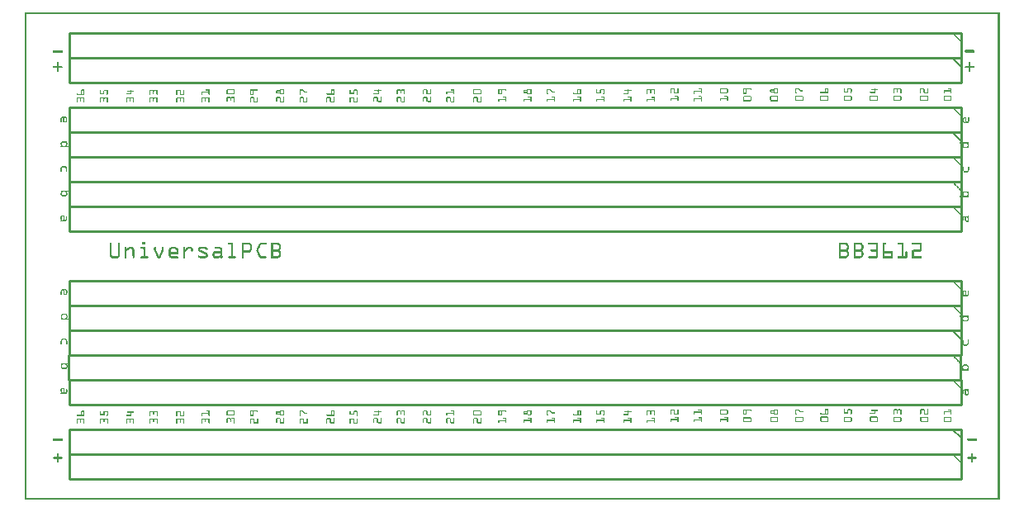
<source format=gto>
G04 MADE WITH FRITZING*
G04 WWW.FRITZING.ORG*
G04 DOUBLE SIDED*
G04 HOLES PLATED*
G04 CONTOUR ON CENTER OF CONTOUR VECTOR*
%ASAXBY*%
%FSLAX23Y23*%
%MOIN*%
%OFA0B0*%
%SFA1.0B1.0*%
%ADD10C,0.010000*%
%ADD11C,0.005000*%
%ADD12R,0.001000X0.001000*%
%LNSILK1*%
G90*
G70*
G54D10*
X3781Y1785D02*
X181Y1785D01*
D02*
X181Y1785D02*
X181Y1685D01*
D02*
X181Y1685D02*
X3781Y1685D01*
D02*
X3781Y1685D02*
X3781Y1785D01*
G54D11*
D02*
X3746Y1785D02*
X3781Y1750D01*
G54D10*
D02*
X3780Y1885D02*
X180Y1885D01*
D02*
X180Y1885D02*
X180Y1785D01*
D02*
X180Y1785D02*
X3780Y1785D01*
D02*
X3780Y1785D02*
X3780Y1885D01*
D02*
X3780Y1485D02*
X180Y1485D01*
D02*
X180Y1485D02*
X180Y1385D01*
D02*
X180Y1385D02*
X3780Y1385D01*
D02*
X3780Y1385D02*
X3780Y1485D01*
G54D11*
D02*
X3745Y1485D02*
X3780Y1450D01*
G54D10*
D02*
X3780Y1285D02*
X180Y1285D01*
D02*
X180Y1285D02*
X180Y1185D01*
D02*
X180Y1185D02*
X3780Y1185D01*
D02*
X3780Y1185D02*
X3780Y1285D01*
D02*
X3780Y1585D02*
X180Y1585D01*
D02*
X180Y1585D02*
X180Y1485D01*
D02*
X180Y1485D02*
X3780Y1485D01*
D02*
X3780Y1485D02*
X3780Y1585D01*
D02*
X3781Y1385D02*
X181Y1385D01*
D02*
X181Y1385D02*
X181Y1285D01*
D02*
X181Y1285D02*
X3781Y1285D01*
D02*
X3781Y1285D02*
X3781Y1385D01*
D02*
X3780Y1185D02*
X180Y1185D01*
D02*
X180Y1185D02*
X180Y1085D01*
D02*
X180Y1085D02*
X3780Y1085D01*
D02*
X3780Y1085D02*
X3780Y1185D01*
D02*
X3781Y186D02*
X181Y186D01*
D02*
X181Y186D02*
X181Y86D01*
D02*
X181Y86D02*
X3781Y86D01*
D02*
X3781Y86D02*
X3781Y186D01*
D02*
X3780Y286D02*
X180Y286D01*
D02*
X180Y286D02*
X180Y186D01*
D02*
X180Y186D02*
X3780Y186D01*
D02*
X3780Y186D02*
X3780Y286D01*
G54D11*
D02*
X3745Y286D02*
X3780Y251D01*
G54D10*
D02*
X3780Y685D02*
X180Y685D01*
D02*
X180Y685D02*
X180Y585D01*
D02*
X180Y585D02*
X3780Y585D01*
D02*
X3780Y585D02*
X3780Y685D01*
G54D11*
D02*
X3745Y685D02*
X3780Y650D01*
G54D10*
D02*
X3780Y485D02*
X180Y485D01*
D02*
X180Y485D02*
X180Y385D01*
D02*
X180Y385D02*
X3780Y385D01*
D02*
X3780Y385D02*
X3780Y485D01*
D02*
X3780Y785D02*
X180Y785D01*
D02*
X180Y785D02*
X180Y685D01*
D02*
X180Y685D02*
X3780Y685D01*
D02*
X3780Y685D02*
X3780Y785D01*
D02*
X3780Y885D02*
X180Y885D01*
D02*
X180Y885D02*
X180Y785D01*
D02*
X180Y785D02*
X3780Y785D01*
D02*
X3780Y785D02*
X3780Y885D01*
D02*
X3779Y585D02*
X179Y585D01*
D02*
X179Y585D02*
X179Y485D01*
D02*
X179Y485D02*
X3779Y485D01*
D02*
X3779Y485D02*
X3779Y585D01*
G54D12*
X0Y1969D02*
X3936Y1969D01*
X0Y1968D02*
X3936Y1968D01*
X0Y1967D02*
X3936Y1967D01*
X0Y1966D02*
X3936Y1966D01*
X0Y1965D02*
X3936Y1965D01*
X0Y1964D02*
X3936Y1964D01*
X0Y1963D02*
X3936Y1963D01*
X0Y1962D02*
X3936Y1962D01*
X0Y1961D02*
X7Y1961D01*
X3929Y1961D02*
X3936Y1961D01*
X0Y1960D02*
X7Y1960D01*
X3929Y1960D02*
X3936Y1960D01*
X0Y1959D02*
X7Y1959D01*
X3929Y1959D02*
X3936Y1959D01*
X0Y1958D02*
X7Y1958D01*
X3929Y1958D02*
X3936Y1958D01*
X0Y1957D02*
X7Y1957D01*
X3929Y1957D02*
X3936Y1957D01*
X0Y1956D02*
X7Y1956D01*
X3929Y1956D02*
X3936Y1956D01*
X0Y1955D02*
X7Y1955D01*
X3929Y1955D02*
X3936Y1955D01*
X0Y1954D02*
X7Y1954D01*
X3929Y1954D02*
X3936Y1954D01*
X0Y1953D02*
X7Y1953D01*
X3929Y1953D02*
X3936Y1953D01*
X0Y1952D02*
X7Y1952D01*
X3929Y1952D02*
X3936Y1952D01*
X0Y1951D02*
X7Y1951D01*
X3929Y1951D02*
X3936Y1951D01*
X0Y1950D02*
X7Y1950D01*
X3929Y1950D02*
X3936Y1950D01*
X0Y1949D02*
X7Y1949D01*
X3929Y1949D02*
X3936Y1949D01*
X0Y1948D02*
X7Y1948D01*
X3929Y1948D02*
X3936Y1948D01*
X0Y1947D02*
X7Y1947D01*
X3929Y1947D02*
X3936Y1947D01*
X0Y1946D02*
X7Y1946D01*
X3929Y1946D02*
X3936Y1946D01*
X0Y1945D02*
X7Y1945D01*
X3929Y1945D02*
X3936Y1945D01*
X0Y1944D02*
X7Y1944D01*
X3929Y1944D02*
X3936Y1944D01*
X0Y1943D02*
X7Y1943D01*
X3929Y1943D02*
X3936Y1943D01*
X0Y1942D02*
X7Y1942D01*
X3929Y1942D02*
X3936Y1942D01*
X0Y1941D02*
X7Y1941D01*
X3929Y1941D02*
X3936Y1941D01*
X0Y1940D02*
X7Y1940D01*
X3929Y1940D02*
X3936Y1940D01*
X0Y1939D02*
X7Y1939D01*
X3929Y1939D02*
X3936Y1939D01*
X0Y1938D02*
X7Y1938D01*
X3929Y1938D02*
X3936Y1938D01*
X0Y1937D02*
X7Y1937D01*
X3929Y1937D02*
X3936Y1937D01*
X0Y1936D02*
X7Y1936D01*
X3929Y1936D02*
X3936Y1936D01*
X0Y1935D02*
X7Y1935D01*
X3929Y1935D02*
X3936Y1935D01*
X0Y1934D02*
X7Y1934D01*
X3929Y1934D02*
X3936Y1934D01*
X0Y1933D02*
X7Y1933D01*
X3929Y1933D02*
X3936Y1933D01*
X0Y1932D02*
X7Y1932D01*
X3929Y1932D02*
X3936Y1932D01*
X0Y1931D02*
X7Y1931D01*
X3929Y1931D02*
X3936Y1931D01*
X0Y1930D02*
X7Y1930D01*
X3929Y1930D02*
X3936Y1930D01*
X0Y1929D02*
X7Y1929D01*
X3929Y1929D02*
X3936Y1929D01*
X0Y1928D02*
X7Y1928D01*
X3929Y1928D02*
X3936Y1928D01*
X0Y1927D02*
X7Y1927D01*
X3929Y1927D02*
X3936Y1927D01*
X0Y1926D02*
X7Y1926D01*
X3929Y1926D02*
X3936Y1926D01*
X0Y1925D02*
X7Y1925D01*
X3929Y1925D02*
X3936Y1925D01*
X0Y1924D02*
X7Y1924D01*
X3929Y1924D02*
X3936Y1924D01*
X0Y1923D02*
X7Y1923D01*
X3929Y1923D02*
X3936Y1923D01*
X0Y1922D02*
X7Y1922D01*
X3929Y1922D02*
X3936Y1922D01*
X0Y1921D02*
X7Y1921D01*
X3929Y1921D02*
X3936Y1921D01*
X0Y1920D02*
X7Y1920D01*
X3929Y1920D02*
X3936Y1920D01*
X0Y1919D02*
X7Y1919D01*
X3929Y1919D02*
X3936Y1919D01*
X0Y1918D02*
X7Y1918D01*
X3929Y1918D02*
X3936Y1918D01*
X0Y1917D02*
X7Y1917D01*
X3929Y1917D02*
X3936Y1917D01*
X0Y1916D02*
X7Y1916D01*
X3929Y1916D02*
X3936Y1916D01*
X0Y1915D02*
X7Y1915D01*
X3929Y1915D02*
X3936Y1915D01*
X0Y1914D02*
X7Y1914D01*
X3929Y1914D02*
X3936Y1914D01*
X0Y1913D02*
X7Y1913D01*
X3929Y1913D02*
X3936Y1913D01*
X0Y1912D02*
X7Y1912D01*
X3929Y1912D02*
X3936Y1912D01*
X0Y1911D02*
X7Y1911D01*
X3929Y1911D02*
X3936Y1911D01*
X0Y1910D02*
X7Y1910D01*
X3929Y1910D02*
X3936Y1910D01*
X0Y1909D02*
X7Y1909D01*
X3929Y1909D02*
X3936Y1909D01*
X0Y1908D02*
X7Y1908D01*
X3929Y1908D02*
X3936Y1908D01*
X0Y1907D02*
X7Y1907D01*
X3929Y1907D02*
X3936Y1907D01*
X0Y1906D02*
X7Y1906D01*
X3929Y1906D02*
X3936Y1906D01*
X0Y1905D02*
X7Y1905D01*
X3929Y1905D02*
X3936Y1905D01*
X0Y1904D02*
X7Y1904D01*
X3929Y1904D02*
X3936Y1904D01*
X0Y1903D02*
X7Y1903D01*
X3929Y1903D02*
X3936Y1903D01*
X0Y1902D02*
X7Y1902D01*
X3929Y1902D02*
X3936Y1902D01*
X0Y1901D02*
X7Y1901D01*
X3929Y1901D02*
X3936Y1901D01*
X0Y1900D02*
X7Y1900D01*
X3929Y1900D02*
X3936Y1900D01*
X0Y1899D02*
X7Y1899D01*
X3929Y1899D02*
X3936Y1899D01*
X0Y1898D02*
X7Y1898D01*
X3929Y1898D02*
X3936Y1898D01*
X0Y1897D02*
X7Y1897D01*
X3929Y1897D02*
X3936Y1897D01*
X0Y1896D02*
X7Y1896D01*
X3929Y1896D02*
X3936Y1896D01*
X0Y1895D02*
X7Y1895D01*
X3929Y1895D02*
X3936Y1895D01*
X0Y1894D02*
X7Y1894D01*
X3929Y1894D02*
X3936Y1894D01*
X0Y1893D02*
X7Y1893D01*
X3929Y1893D02*
X3936Y1893D01*
X0Y1892D02*
X7Y1892D01*
X3929Y1892D02*
X3936Y1892D01*
X0Y1891D02*
X7Y1891D01*
X3929Y1891D02*
X3936Y1891D01*
X0Y1890D02*
X7Y1890D01*
X3929Y1890D02*
X3936Y1890D01*
X0Y1889D02*
X7Y1889D01*
X3929Y1889D02*
X3936Y1889D01*
X0Y1888D02*
X7Y1888D01*
X3929Y1888D02*
X3936Y1888D01*
X0Y1887D02*
X7Y1887D01*
X3746Y1887D02*
X3747Y1887D01*
X3929Y1887D02*
X3936Y1887D01*
X0Y1886D02*
X7Y1886D01*
X3745Y1886D02*
X3748Y1886D01*
X3929Y1886D02*
X3936Y1886D01*
X0Y1885D02*
X7Y1885D01*
X3744Y1885D02*
X3749Y1885D01*
X3929Y1885D02*
X3936Y1885D01*
X0Y1884D02*
X7Y1884D01*
X3744Y1884D02*
X3750Y1884D01*
X3929Y1884D02*
X3936Y1884D01*
X0Y1883D02*
X7Y1883D01*
X3745Y1883D02*
X3751Y1883D01*
X3929Y1883D02*
X3936Y1883D01*
X0Y1882D02*
X7Y1882D01*
X3746Y1882D02*
X3752Y1882D01*
X3929Y1882D02*
X3936Y1882D01*
X0Y1881D02*
X7Y1881D01*
X3747Y1881D02*
X3753Y1881D01*
X3929Y1881D02*
X3936Y1881D01*
X0Y1880D02*
X7Y1880D01*
X3748Y1880D02*
X3754Y1880D01*
X3929Y1880D02*
X3936Y1880D01*
X0Y1879D02*
X7Y1879D01*
X3749Y1879D02*
X3755Y1879D01*
X3929Y1879D02*
X3936Y1879D01*
X0Y1878D02*
X7Y1878D01*
X3750Y1878D02*
X3756Y1878D01*
X3929Y1878D02*
X3936Y1878D01*
X0Y1877D02*
X7Y1877D01*
X3751Y1877D02*
X3757Y1877D01*
X3929Y1877D02*
X3936Y1877D01*
X0Y1876D02*
X7Y1876D01*
X3752Y1876D02*
X3758Y1876D01*
X3929Y1876D02*
X3936Y1876D01*
X0Y1875D02*
X7Y1875D01*
X3753Y1875D02*
X3759Y1875D01*
X3929Y1875D02*
X3936Y1875D01*
X0Y1874D02*
X7Y1874D01*
X3754Y1874D02*
X3760Y1874D01*
X3929Y1874D02*
X3936Y1874D01*
X0Y1873D02*
X7Y1873D01*
X3755Y1873D02*
X3761Y1873D01*
X3929Y1873D02*
X3936Y1873D01*
X0Y1872D02*
X7Y1872D01*
X3756Y1872D02*
X3762Y1872D01*
X3929Y1872D02*
X3936Y1872D01*
X0Y1871D02*
X7Y1871D01*
X3757Y1871D02*
X3763Y1871D01*
X3929Y1871D02*
X3936Y1871D01*
X0Y1870D02*
X7Y1870D01*
X3759Y1870D02*
X3764Y1870D01*
X3929Y1870D02*
X3936Y1870D01*
X0Y1869D02*
X7Y1869D01*
X3760Y1869D02*
X3765Y1869D01*
X3929Y1869D02*
X3936Y1869D01*
X0Y1868D02*
X7Y1868D01*
X3761Y1868D02*
X3766Y1868D01*
X3929Y1868D02*
X3936Y1868D01*
X0Y1867D02*
X7Y1867D01*
X3762Y1867D02*
X3767Y1867D01*
X3929Y1867D02*
X3936Y1867D01*
X0Y1866D02*
X7Y1866D01*
X3763Y1866D02*
X3768Y1866D01*
X3929Y1866D02*
X3936Y1866D01*
X0Y1865D02*
X7Y1865D01*
X3764Y1865D02*
X3769Y1865D01*
X3929Y1865D02*
X3936Y1865D01*
X0Y1864D02*
X7Y1864D01*
X3764Y1864D02*
X3770Y1864D01*
X3929Y1864D02*
X3936Y1864D01*
X0Y1863D02*
X7Y1863D01*
X3765Y1863D02*
X3771Y1863D01*
X3929Y1863D02*
X3936Y1863D01*
X0Y1862D02*
X7Y1862D01*
X3766Y1862D02*
X3772Y1862D01*
X3929Y1862D02*
X3936Y1862D01*
X0Y1861D02*
X7Y1861D01*
X3767Y1861D02*
X3773Y1861D01*
X3929Y1861D02*
X3936Y1861D01*
X0Y1860D02*
X7Y1860D01*
X3768Y1860D02*
X3774Y1860D01*
X3929Y1860D02*
X3936Y1860D01*
X0Y1859D02*
X7Y1859D01*
X3769Y1859D02*
X3775Y1859D01*
X3929Y1859D02*
X3936Y1859D01*
X0Y1858D02*
X7Y1858D01*
X3770Y1858D02*
X3776Y1858D01*
X3929Y1858D02*
X3936Y1858D01*
X0Y1857D02*
X7Y1857D01*
X3771Y1857D02*
X3777Y1857D01*
X3929Y1857D02*
X3936Y1857D01*
X0Y1856D02*
X7Y1856D01*
X3772Y1856D02*
X3778Y1856D01*
X3929Y1856D02*
X3936Y1856D01*
X0Y1855D02*
X7Y1855D01*
X3773Y1855D02*
X3779Y1855D01*
X3929Y1855D02*
X3936Y1855D01*
X0Y1854D02*
X7Y1854D01*
X3774Y1854D02*
X3780Y1854D01*
X3929Y1854D02*
X3936Y1854D01*
X0Y1853D02*
X7Y1853D01*
X3775Y1853D02*
X3781Y1853D01*
X3929Y1853D02*
X3936Y1853D01*
X0Y1852D02*
X7Y1852D01*
X3776Y1852D02*
X3780Y1852D01*
X3929Y1852D02*
X3936Y1852D01*
X0Y1851D02*
X7Y1851D01*
X3777Y1851D02*
X3779Y1851D01*
X3929Y1851D02*
X3936Y1851D01*
X0Y1850D02*
X7Y1850D01*
X3778Y1850D02*
X3778Y1850D01*
X3929Y1850D02*
X3936Y1850D01*
X0Y1849D02*
X7Y1849D01*
X3929Y1849D02*
X3936Y1849D01*
X0Y1848D02*
X7Y1848D01*
X3929Y1848D02*
X3936Y1848D01*
X0Y1847D02*
X7Y1847D01*
X3929Y1847D02*
X3936Y1847D01*
X0Y1846D02*
X7Y1846D01*
X3929Y1846D02*
X3936Y1846D01*
X0Y1845D02*
X7Y1845D01*
X3929Y1845D02*
X3936Y1845D01*
X0Y1844D02*
X7Y1844D01*
X3929Y1844D02*
X3936Y1844D01*
X0Y1843D02*
X7Y1843D01*
X3929Y1843D02*
X3936Y1843D01*
X0Y1842D02*
X7Y1842D01*
X3929Y1842D02*
X3936Y1842D01*
X0Y1841D02*
X7Y1841D01*
X3929Y1841D02*
X3936Y1841D01*
X0Y1840D02*
X7Y1840D01*
X3929Y1840D02*
X3936Y1840D01*
X0Y1839D02*
X7Y1839D01*
X3929Y1839D02*
X3936Y1839D01*
X0Y1838D02*
X7Y1838D01*
X3929Y1838D02*
X3936Y1838D01*
X0Y1837D02*
X7Y1837D01*
X3929Y1837D02*
X3936Y1837D01*
X0Y1836D02*
X7Y1836D01*
X3929Y1836D02*
X3936Y1836D01*
X0Y1835D02*
X7Y1835D01*
X3929Y1835D02*
X3936Y1835D01*
X0Y1834D02*
X7Y1834D01*
X3929Y1834D02*
X3936Y1834D01*
X0Y1833D02*
X7Y1833D01*
X3929Y1833D02*
X3936Y1833D01*
X0Y1832D02*
X7Y1832D01*
X3929Y1832D02*
X3936Y1832D01*
X0Y1831D02*
X7Y1831D01*
X3929Y1831D02*
X3936Y1831D01*
X0Y1830D02*
X7Y1830D01*
X3929Y1830D02*
X3936Y1830D01*
X0Y1829D02*
X7Y1829D01*
X3929Y1829D02*
X3936Y1829D01*
X0Y1828D02*
X7Y1828D01*
X3929Y1828D02*
X3936Y1828D01*
X0Y1827D02*
X7Y1827D01*
X3929Y1827D02*
X3936Y1827D01*
X0Y1826D02*
X7Y1826D01*
X3929Y1826D02*
X3936Y1826D01*
X0Y1825D02*
X7Y1825D01*
X3929Y1825D02*
X3936Y1825D01*
X0Y1824D02*
X7Y1824D01*
X3929Y1824D02*
X3936Y1824D01*
X0Y1823D02*
X7Y1823D01*
X3929Y1823D02*
X3936Y1823D01*
X0Y1822D02*
X7Y1822D01*
X3929Y1822D02*
X3936Y1822D01*
X0Y1821D02*
X7Y1821D01*
X3929Y1821D02*
X3936Y1821D01*
X0Y1820D02*
X7Y1820D01*
X3929Y1820D02*
X3936Y1820D01*
X0Y1819D02*
X7Y1819D01*
X3929Y1819D02*
X3936Y1819D01*
X0Y1818D02*
X7Y1818D01*
X3929Y1818D02*
X3936Y1818D01*
X0Y1817D02*
X7Y1817D01*
X3799Y1817D02*
X3832Y1817D01*
X3929Y1817D02*
X3936Y1817D01*
X0Y1816D02*
X7Y1816D01*
X117Y1816D02*
X152Y1816D01*
X3797Y1816D02*
X3833Y1816D01*
X3929Y1816D02*
X3936Y1816D01*
X0Y1815D02*
X7Y1815D01*
X116Y1815D02*
X153Y1815D01*
X3797Y1815D02*
X3834Y1815D01*
X3929Y1815D02*
X3936Y1815D01*
X0Y1814D02*
X7Y1814D01*
X116Y1814D02*
X153Y1814D01*
X3796Y1814D02*
X3834Y1814D01*
X3929Y1814D02*
X3936Y1814D01*
X0Y1813D02*
X7Y1813D01*
X115Y1813D02*
X154Y1813D01*
X3796Y1813D02*
X3834Y1813D01*
X3929Y1813D02*
X3936Y1813D01*
X0Y1812D02*
X7Y1812D01*
X115Y1812D02*
X154Y1812D01*
X3796Y1812D02*
X3834Y1812D01*
X3929Y1812D02*
X3936Y1812D01*
X0Y1811D02*
X7Y1811D01*
X115Y1811D02*
X154Y1811D01*
X3796Y1811D02*
X3834Y1811D01*
X3929Y1811D02*
X3936Y1811D01*
X0Y1810D02*
X7Y1810D01*
X115Y1810D02*
X154Y1810D01*
X3796Y1810D02*
X3834Y1810D01*
X3929Y1810D02*
X3936Y1810D01*
X0Y1809D02*
X7Y1809D01*
X116Y1809D02*
X153Y1809D01*
X3796Y1809D02*
X3834Y1809D01*
X3929Y1809D02*
X3936Y1809D01*
X0Y1808D02*
X7Y1808D01*
X116Y1808D02*
X153Y1808D01*
X3797Y1808D02*
X3834Y1808D01*
X3929Y1808D02*
X3936Y1808D01*
X0Y1807D02*
X7Y1807D01*
X116Y1807D02*
X153Y1807D01*
X3798Y1807D02*
X3833Y1807D01*
X3929Y1807D02*
X3936Y1807D01*
X0Y1806D02*
X7Y1806D01*
X118Y1806D02*
X151Y1806D01*
X3929Y1806D02*
X3936Y1806D01*
X0Y1805D02*
X7Y1805D01*
X3929Y1805D02*
X3936Y1805D01*
X0Y1804D02*
X7Y1804D01*
X3929Y1804D02*
X3936Y1804D01*
X0Y1803D02*
X7Y1803D01*
X3929Y1803D02*
X3936Y1803D01*
X0Y1802D02*
X7Y1802D01*
X3929Y1802D02*
X3936Y1802D01*
X0Y1801D02*
X7Y1801D01*
X3929Y1801D02*
X3936Y1801D01*
X0Y1800D02*
X7Y1800D01*
X3929Y1800D02*
X3936Y1800D01*
X0Y1799D02*
X7Y1799D01*
X3929Y1799D02*
X3936Y1799D01*
X0Y1798D02*
X7Y1798D01*
X3929Y1798D02*
X3936Y1798D01*
X0Y1797D02*
X7Y1797D01*
X3929Y1797D02*
X3936Y1797D01*
X0Y1796D02*
X7Y1796D01*
X3929Y1796D02*
X3936Y1796D01*
X0Y1795D02*
X7Y1795D01*
X3929Y1795D02*
X3936Y1795D01*
X0Y1794D02*
X7Y1794D01*
X3929Y1794D02*
X3936Y1794D01*
X0Y1793D02*
X7Y1793D01*
X3929Y1793D02*
X3936Y1793D01*
X0Y1792D02*
X7Y1792D01*
X3929Y1792D02*
X3936Y1792D01*
X0Y1791D02*
X7Y1791D01*
X3929Y1791D02*
X3936Y1791D01*
X0Y1790D02*
X7Y1790D01*
X3929Y1790D02*
X3936Y1790D01*
X0Y1789D02*
X7Y1789D01*
X3929Y1789D02*
X3936Y1789D01*
X0Y1788D02*
X7Y1788D01*
X3929Y1788D02*
X3936Y1788D01*
X0Y1787D02*
X7Y1787D01*
X3929Y1787D02*
X3936Y1787D01*
X0Y1786D02*
X7Y1786D01*
X3929Y1786D02*
X3936Y1786D01*
X0Y1785D02*
X7Y1785D01*
X3929Y1785D02*
X3936Y1785D01*
X0Y1784D02*
X7Y1784D01*
X3929Y1784D02*
X3936Y1784D01*
X0Y1783D02*
X7Y1783D01*
X3929Y1783D02*
X3936Y1783D01*
X0Y1782D02*
X7Y1782D01*
X3929Y1782D02*
X3936Y1782D01*
X0Y1781D02*
X7Y1781D01*
X3929Y1781D02*
X3936Y1781D01*
X0Y1780D02*
X7Y1780D01*
X3929Y1780D02*
X3936Y1780D01*
X0Y1779D02*
X7Y1779D01*
X3929Y1779D02*
X3936Y1779D01*
X0Y1778D02*
X7Y1778D01*
X3929Y1778D02*
X3936Y1778D01*
X0Y1777D02*
X7Y1777D01*
X3929Y1777D02*
X3936Y1777D01*
X0Y1776D02*
X7Y1776D01*
X3929Y1776D02*
X3936Y1776D01*
X0Y1775D02*
X7Y1775D01*
X3929Y1775D02*
X3936Y1775D01*
X0Y1774D02*
X7Y1774D01*
X3929Y1774D02*
X3936Y1774D01*
X0Y1773D02*
X7Y1773D01*
X3929Y1773D02*
X3936Y1773D01*
X0Y1772D02*
X7Y1772D01*
X3929Y1772D02*
X3936Y1772D01*
X0Y1771D02*
X7Y1771D01*
X3929Y1771D02*
X3936Y1771D01*
X0Y1770D02*
X7Y1770D01*
X3929Y1770D02*
X3936Y1770D01*
X0Y1769D02*
X7Y1769D01*
X3929Y1769D02*
X3936Y1769D01*
X0Y1768D02*
X7Y1768D01*
X3814Y1768D02*
X3815Y1768D01*
X3929Y1768D02*
X3936Y1768D01*
X0Y1767D02*
X7Y1767D01*
X132Y1767D02*
X136Y1767D01*
X3813Y1767D02*
X3817Y1767D01*
X3929Y1767D02*
X3936Y1767D01*
X0Y1766D02*
X7Y1766D01*
X131Y1766D02*
X137Y1766D01*
X3812Y1766D02*
X3818Y1766D01*
X3929Y1766D02*
X3936Y1766D01*
X0Y1765D02*
X7Y1765D01*
X131Y1765D02*
X137Y1765D01*
X3811Y1765D02*
X3818Y1765D01*
X3929Y1765D02*
X3936Y1765D01*
X0Y1764D02*
X7Y1764D01*
X131Y1764D02*
X137Y1764D01*
X3811Y1764D02*
X3818Y1764D01*
X3929Y1764D02*
X3936Y1764D01*
X0Y1763D02*
X7Y1763D01*
X131Y1763D02*
X137Y1763D01*
X3811Y1763D02*
X3818Y1763D01*
X3929Y1763D02*
X3936Y1763D01*
X0Y1762D02*
X7Y1762D01*
X131Y1762D02*
X137Y1762D01*
X3811Y1762D02*
X3818Y1762D01*
X3929Y1762D02*
X3936Y1762D01*
X0Y1761D02*
X7Y1761D01*
X131Y1761D02*
X137Y1761D01*
X3811Y1761D02*
X3818Y1761D01*
X3929Y1761D02*
X3936Y1761D01*
X0Y1760D02*
X7Y1760D01*
X131Y1760D02*
X137Y1760D01*
X3811Y1760D02*
X3818Y1760D01*
X3929Y1760D02*
X3936Y1760D01*
X0Y1759D02*
X7Y1759D01*
X131Y1759D02*
X137Y1759D01*
X3811Y1759D02*
X3818Y1759D01*
X3929Y1759D02*
X3936Y1759D01*
X0Y1758D02*
X7Y1758D01*
X131Y1758D02*
X137Y1758D01*
X3811Y1758D02*
X3818Y1758D01*
X3929Y1758D02*
X3936Y1758D01*
X0Y1757D02*
X7Y1757D01*
X131Y1757D02*
X137Y1757D01*
X3811Y1757D02*
X3818Y1757D01*
X3929Y1757D02*
X3936Y1757D01*
X0Y1756D02*
X7Y1756D01*
X131Y1756D02*
X137Y1756D01*
X3811Y1756D02*
X3818Y1756D01*
X3929Y1756D02*
X3936Y1756D01*
X0Y1755D02*
X7Y1755D01*
X131Y1755D02*
X137Y1755D01*
X3811Y1755D02*
X3818Y1755D01*
X3929Y1755D02*
X3936Y1755D01*
X0Y1754D02*
X7Y1754D01*
X131Y1754D02*
X137Y1754D01*
X3811Y1754D02*
X3818Y1754D01*
X3929Y1754D02*
X3936Y1754D01*
X0Y1753D02*
X7Y1753D01*
X131Y1753D02*
X137Y1753D01*
X3811Y1753D02*
X3818Y1753D01*
X3929Y1753D02*
X3936Y1753D01*
X0Y1752D02*
X7Y1752D01*
X118Y1752D02*
X150Y1752D01*
X3798Y1752D02*
X3832Y1752D01*
X3929Y1752D02*
X3936Y1752D01*
X0Y1751D02*
X7Y1751D01*
X116Y1751D02*
X152Y1751D01*
X3797Y1751D02*
X3833Y1751D01*
X3929Y1751D02*
X3936Y1751D01*
X0Y1750D02*
X7Y1750D01*
X115Y1750D02*
X153Y1750D01*
X3796Y1750D02*
X3834Y1750D01*
X3929Y1750D02*
X3936Y1750D01*
X0Y1749D02*
X7Y1749D01*
X115Y1749D02*
X153Y1749D01*
X3796Y1749D02*
X3834Y1749D01*
X3929Y1749D02*
X3936Y1749D01*
X0Y1748D02*
X7Y1748D01*
X115Y1748D02*
X153Y1748D01*
X3796Y1748D02*
X3834Y1748D01*
X3929Y1748D02*
X3936Y1748D01*
X0Y1747D02*
X7Y1747D01*
X115Y1747D02*
X153Y1747D01*
X3796Y1747D02*
X3834Y1747D01*
X3929Y1747D02*
X3936Y1747D01*
X0Y1746D02*
X7Y1746D01*
X116Y1746D02*
X152Y1746D01*
X3797Y1746D02*
X3833Y1746D01*
X3929Y1746D02*
X3936Y1746D01*
X0Y1745D02*
X7Y1745D01*
X117Y1745D02*
X151Y1745D01*
X3798Y1745D02*
X3831Y1745D01*
X3929Y1745D02*
X3936Y1745D01*
X0Y1744D02*
X7Y1744D01*
X130Y1744D02*
X138Y1744D01*
X3811Y1744D02*
X3818Y1744D01*
X3929Y1744D02*
X3936Y1744D01*
X0Y1743D02*
X7Y1743D01*
X131Y1743D02*
X137Y1743D01*
X3811Y1743D02*
X3818Y1743D01*
X3929Y1743D02*
X3936Y1743D01*
X0Y1742D02*
X7Y1742D01*
X131Y1742D02*
X137Y1742D01*
X3811Y1742D02*
X3818Y1742D01*
X3929Y1742D02*
X3936Y1742D01*
X0Y1741D02*
X7Y1741D01*
X131Y1741D02*
X137Y1741D01*
X3811Y1741D02*
X3818Y1741D01*
X3929Y1741D02*
X3936Y1741D01*
X0Y1740D02*
X7Y1740D01*
X131Y1740D02*
X137Y1740D01*
X3811Y1740D02*
X3818Y1740D01*
X3929Y1740D02*
X3936Y1740D01*
X0Y1739D02*
X7Y1739D01*
X131Y1739D02*
X137Y1739D01*
X3811Y1739D02*
X3818Y1739D01*
X3929Y1739D02*
X3936Y1739D01*
X0Y1738D02*
X7Y1738D01*
X131Y1738D02*
X137Y1738D01*
X3811Y1738D02*
X3818Y1738D01*
X3929Y1738D02*
X3936Y1738D01*
X0Y1737D02*
X7Y1737D01*
X131Y1737D02*
X137Y1737D01*
X3811Y1737D02*
X3818Y1737D01*
X3929Y1737D02*
X3936Y1737D01*
X0Y1736D02*
X7Y1736D01*
X131Y1736D02*
X137Y1736D01*
X3811Y1736D02*
X3818Y1736D01*
X3929Y1736D02*
X3936Y1736D01*
X0Y1735D02*
X7Y1735D01*
X131Y1735D02*
X137Y1735D01*
X3811Y1735D02*
X3818Y1735D01*
X3929Y1735D02*
X3936Y1735D01*
X0Y1734D02*
X7Y1734D01*
X131Y1734D02*
X137Y1734D01*
X3811Y1734D02*
X3818Y1734D01*
X3929Y1734D02*
X3936Y1734D01*
X0Y1733D02*
X7Y1733D01*
X131Y1733D02*
X137Y1733D01*
X3811Y1733D02*
X3818Y1733D01*
X3929Y1733D02*
X3936Y1733D01*
X0Y1732D02*
X7Y1732D01*
X131Y1732D02*
X137Y1732D01*
X3811Y1732D02*
X3818Y1732D01*
X3929Y1732D02*
X3936Y1732D01*
X0Y1731D02*
X7Y1731D01*
X131Y1731D02*
X137Y1731D01*
X3812Y1731D02*
X3818Y1731D01*
X3929Y1731D02*
X3936Y1731D01*
X0Y1730D02*
X7Y1730D01*
X132Y1730D02*
X136Y1730D01*
X3813Y1730D02*
X3817Y1730D01*
X3929Y1730D02*
X3936Y1730D01*
X0Y1729D02*
X7Y1729D01*
X133Y1729D02*
X135Y1729D01*
X3929Y1729D02*
X3936Y1729D01*
X0Y1728D02*
X7Y1728D01*
X3929Y1728D02*
X3936Y1728D01*
X0Y1727D02*
X7Y1727D01*
X3929Y1727D02*
X3936Y1727D01*
X0Y1726D02*
X7Y1726D01*
X3929Y1726D02*
X3936Y1726D01*
X0Y1725D02*
X7Y1725D01*
X3929Y1725D02*
X3936Y1725D01*
X0Y1724D02*
X7Y1724D01*
X3929Y1724D02*
X3936Y1724D01*
X0Y1723D02*
X7Y1723D01*
X3929Y1723D02*
X3936Y1723D01*
X0Y1722D02*
X7Y1722D01*
X3929Y1722D02*
X3936Y1722D01*
X0Y1721D02*
X7Y1721D01*
X3929Y1721D02*
X3936Y1721D01*
X0Y1720D02*
X7Y1720D01*
X3929Y1720D02*
X3936Y1720D01*
X0Y1719D02*
X7Y1719D01*
X3929Y1719D02*
X3936Y1719D01*
X0Y1718D02*
X7Y1718D01*
X3929Y1718D02*
X3936Y1718D01*
X0Y1717D02*
X7Y1717D01*
X3929Y1717D02*
X3936Y1717D01*
X0Y1716D02*
X7Y1716D01*
X3929Y1716D02*
X3936Y1716D01*
X0Y1715D02*
X7Y1715D01*
X3929Y1715D02*
X3936Y1715D01*
X0Y1714D02*
X7Y1714D01*
X3929Y1714D02*
X3936Y1714D01*
X0Y1713D02*
X7Y1713D01*
X3929Y1713D02*
X3936Y1713D01*
X0Y1712D02*
X7Y1712D01*
X3929Y1712D02*
X3936Y1712D01*
X0Y1711D02*
X7Y1711D01*
X3929Y1711D02*
X3936Y1711D01*
X0Y1710D02*
X7Y1710D01*
X3929Y1710D02*
X3936Y1710D01*
X0Y1709D02*
X7Y1709D01*
X3929Y1709D02*
X3936Y1709D01*
X0Y1708D02*
X7Y1708D01*
X3929Y1708D02*
X3936Y1708D01*
X0Y1707D02*
X7Y1707D01*
X3929Y1707D02*
X3936Y1707D01*
X0Y1706D02*
X7Y1706D01*
X3929Y1706D02*
X3936Y1706D01*
X0Y1705D02*
X7Y1705D01*
X3929Y1705D02*
X3936Y1705D01*
X0Y1704D02*
X7Y1704D01*
X3929Y1704D02*
X3936Y1704D01*
X0Y1703D02*
X7Y1703D01*
X3929Y1703D02*
X3936Y1703D01*
X0Y1702D02*
X7Y1702D01*
X3929Y1702D02*
X3936Y1702D01*
X0Y1701D02*
X7Y1701D01*
X3929Y1701D02*
X3936Y1701D01*
X0Y1700D02*
X7Y1700D01*
X3929Y1700D02*
X3936Y1700D01*
X0Y1699D02*
X7Y1699D01*
X3929Y1699D02*
X3936Y1699D01*
X0Y1698D02*
X7Y1698D01*
X3929Y1698D02*
X3936Y1698D01*
X0Y1697D02*
X7Y1697D01*
X3929Y1697D02*
X3936Y1697D01*
X0Y1696D02*
X7Y1696D01*
X3929Y1696D02*
X3936Y1696D01*
X0Y1695D02*
X7Y1695D01*
X3929Y1695D02*
X3936Y1695D01*
X0Y1694D02*
X7Y1694D01*
X3929Y1694D02*
X3936Y1694D01*
X0Y1693D02*
X7Y1693D01*
X3929Y1693D02*
X3936Y1693D01*
X0Y1692D02*
X7Y1692D01*
X3929Y1692D02*
X3936Y1692D01*
X0Y1691D02*
X7Y1691D01*
X3929Y1691D02*
X3936Y1691D01*
X0Y1690D02*
X7Y1690D01*
X3929Y1690D02*
X3936Y1690D01*
X0Y1689D02*
X7Y1689D01*
X3929Y1689D02*
X3936Y1689D01*
X0Y1688D02*
X7Y1688D01*
X3929Y1688D02*
X3936Y1688D01*
X0Y1687D02*
X7Y1687D01*
X3929Y1687D02*
X3936Y1687D01*
X0Y1686D02*
X7Y1686D01*
X3929Y1686D02*
X3936Y1686D01*
X0Y1685D02*
X7Y1685D01*
X3929Y1685D02*
X3936Y1685D01*
X0Y1684D02*
X7Y1684D01*
X3929Y1684D02*
X3936Y1684D01*
X0Y1683D02*
X7Y1683D01*
X3929Y1683D02*
X3936Y1683D01*
X0Y1682D02*
X7Y1682D01*
X3929Y1682D02*
X3936Y1682D01*
X0Y1681D02*
X7Y1681D01*
X3929Y1681D02*
X3936Y1681D01*
X0Y1680D02*
X7Y1680D01*
X3929Y1680D02*
X3936Y1680D01*
X0Y1679D02*
X7Y1679D01*
X3929Y1679D02*
X3936Y1679D01*
X0Y1678D02*
X7Y1678D01*
X3929Y1678D02*
X3936Y1678D01*
X0Y1677D02*
X7Y1677D01*
X3929Y1677D02*
X3936Y1677D01*
X0Y1676D02*
X7Y1676D01*
X3929Y1676D02*
X3936Y1676D01*
X0Y1675D02*
X7Y1675D01*
X3929Y1675D02*
X3936Y1675D01*
X0Y1674D02*
X7Y1674D01*
X3929Y1674D02*
X3936Y1674D01*
X0Y1673D02*
X7Y1673D01*
X3929Y1673D02*
X3936Y1673D01*
X0Y1672D02*
X7Y1672D01*
X3929Y1672D02*
X3936Y1672D01*
X0Y1671D02*
X7Y1671D01*
X3929Y1671D02*
X3936Y1671D01*
X0Y1670D02*
X7Y1670D01*
X3929Y1670D02*
X3936Y1670D01*
X0Y1669D02*
X7Y1669D01*
X3929Y1669D02*
X3936Y1669D01*
X0Y1668D02*
X7Y1668D01*
X3929Y1668D02*
X3936Y1668D01*
X0Y1667D02*
X7Y1667D01*
X3929Y1667D02*
X3936Y1667D01*
X0Y1666D02*
X7Y1666D01*
X3929Y1666D02*
X3936Y1666D01*
X0Y1665D02*
X7Y1665D01*
X3929Y1665D02*
X3936Y1665D01*
X0Y1664D02*
X7Y1664D01*
X3929Y1664D02*
X3936Y1664D01*
X0Y1663D02*
X7Y1663D01*
X3111Y1663D02*
X3123Y1663D01*
X3231Y1663D02*
X3244Y1663D01*
X3308Y1663D02*
X3309Y1663D01*
X3324Y1663D02*
X3336Y1663D01*
X3510Y1663D02*
X3520Y1663D01*
X3526Y1663D02*
X3536Y1663D01*
X3617Y1663D02*
X3630Y1663D01*
X3645Y1663D02*
X3646Y1663D01*
X3929Y1663D02*
X3936Y1663D01*
X0Y1662D02*
X7Y1662D01*
X2609Y1662D02*
X2622Y1662D01*
X2636Y1662D02*
X2638Y1662D01*
X2809Y1662D02*
X2837Y1662D01*
X3027Y1662D02*
X3039Y1662D01*
X3111Y1662D02*
X3125Y1662D01*
X3230Y1662D02*
X3244Y1662D01*
X3307Y1662D02*
X3310Y1662D01*
X3323Y1662D02*
X3337Y1662D01*
X3431Y1662D02*
X3433Y1662D01*
X3508Y1662D02*
X3521Y1662D01*
X3524Y1662D02*
X3537Y1662D01*
X3616Y1662D02*
X3632Y1662D01*
X3644Y1662D02*
X3647Y1662D01*
X3728Y1662D02*
X3741Y1662D01*
X3929Y1662D02*
X3936Y1662D01*
X0Y1661D02*
X7Y1661D01*
X2608Y1661D02*
X2623Y1661D01*
X2636Y1661D02*
X2639Y1661D01*
X2720Y1661D02*
X2733Y1661D01*
X2808Y1661D02*
X2838Y1661D01*
X2902Y1661D02*
X2933Y1661D01*
X3025Y1661D02*
X3040Y1661D01*
X3111Y1661D02*
X3126Y1661D01*
X3230Y1661D02*
X3244Y1661D01*
X3307Y1661D02*
X3310Y1661D01*
X3322Y1661D02*
X3338Y1661D01*
X3430Y1661D02*
X3434Y1661D01*
X3507Y1661D02*
X3538Y1661D01*
X3615Y1661D02*
X3632Y1661D01*
X3644Y1661D02*
X3647Y1661D01*
X3728Y1661D02*
X3742Y1661D01*
X3929Y1661D02*
X3936Y1661D01*
X0Y1660D02*
X7Y1660D01*
X2607Y1660D02*
X2624Y1660D01*
X2635Y1660D02*
X2639Y1660D01*
X2719Y1660D02*
X2733Y1660D01*
X2807Y1660D02*
X2838Y1660D01*
X2901Y1660D02*
X2933Y1660D01*
X3024Y1660D02*
X3041Y1660D01*
X3111Y1660D02*
X3126Y1660D01*
X3230Y1660D02*
X3244Y1660D01*
X3307Y1660D02*
X3310Y1660D01*
X3321Y1660D02*
X3339Y1660D01*
X3416Y1660D02*
X3444Y1660D01*
X3507Y1660D02*
X3539Y1660D01*
X3615Y1660D02*
X3633Y1660D01*
X3644Y1660D02*
X3647Y1660D01*
X3728Y1660D02*
X3742Y1660D01*
X3929Y1660D02*
X3936Y1660D01*
X0Y1659D02*
X7Y1659D01*
X1915Y1659D02*
X1943Y1659D01*
X2030Y1659D02*
X2044Y1659D01*
X2109Y1659D02*
X2122Y1659D01*
X2233Y1659D02*
X2246Y1659D01*
X2310Y1659D02*
X2311Y1659D01*
X2326Y1659D02*
X2338Y1659D01*
X2607Y1659D02*
X2624Y1659D01*
X2635Y1659D02*
X2639Y1659D01*
X2719Y1659D02*
X2733Y1659D01*
X2807Y1659D02*
X2839Y1659D01*
X2901Y1659D02*
X2933Y1659D01*
X3024Y1659D02*
X3041Y1659D01*
X3111Y1659D02*
X3127Y1659D01*
X3230Y1659D02*
X3233Y1659D01*
X3241Y1659D02*
X3244Y1659D01*
X3307Y1659D02*
X3310Y1659D01*
X3321Y1659D02*
X3339Y1659D01*
X3416Y1659D02*
X3444Y1659D01*
X3507Y1659D02*
X3539Y1659D01*
X3615Y1659D02*
X3618Y1659D01*
X3629Y1659D02*
X3633Y1659D01*
X3644Y1659D02*
X3647Y1659D01*
X3728Y1659D02*
X3742Y1659D01*
X3929Y1659D02*
X3936Y1659D01*
X0Y1658D02*
X7Y1658D01*
X819Y1658D02*
X845Y1658D01*
X1033Y1658D02*
X1045Y1658D01*
X1239Y1658D02*
X1248Y1658D01*
X1507Y1658D02*
X1515Y1658D01*
X1523Y1658D02*
X1531Y1658D01*
X1611Y1658D02*
X1624Y1658D01*
X1638Y1658D02*
X1640Y1658D01*
X1723Y1658D02*
X1733Y1658D01*
X1814Y1658D02*
X1841Y1658D01*
X1913Y1658D02*
X1945Y1658D01*
X2029Y1658D02*
X2045Y1658D01*
X2109Y1658D02*
X2123Y1658D01*
X2232Y1658D02*
X2246Y1658D01*
X2309Y1658D02*
X2312Y1658D01*
X2324Y1658D02*
X2339Y1658D01*
X2436Y1658D02*
X2437Y1658D01*
X2513Y1658D02*
X2526Y1658D01*
X2529Y1658D02*
X2542Y1658D01*
X2607Y1658D02*
X2610Y1658D01*
X2621Y1658D02*
X2624Y1658D01*
X2635Y1658D02*
X2639Y1658D01*
X2720Y1658D02*
X2733Y1658D01*
X2807Y1658D02*
X2810Y1658D01*
X2835Y1658D02*
X2839Y1658D01*
X2901Y1658D02*
X2933Y1658D01*
X3011Y1658D02*
X3028Y1658D01*
X3038Y1658D02*
X3042Y1658D01*
X3111Y1658D02*
X3114Y1658D01*
X3123Y1658D02*
X3128Y1658D01*
X3230Y1658D02*
X3233Y1658D01*
X3241Y1658D02*
X3244Y1658D01*
X3307Y1658D02*
X3310Y1658D01*
X3321Y1658D02*
X3324Y1658D01*
X3335Y1658D02*
X3339Y1658D01*
X3416Y1658D02*
X3444Y1658D01*
X3507Y1658D02*
X3510Y1658D01*
X3521Y1658D02*
X3525Y1658D01*
X3535Y1658D02*
X3539Y1658D01*
X3615Y1658D02*
X3618Y1658D01*
X3629Y1658D02*
X3633Y1658D01*
X3644Y1658D02*
X3647Y1658D01*
X3738Y1658D02*
X3742Y1658D01*
X3929Y1658D02*
X3936Y1658D01*
X0Y1657D02*
X7Y1657D01*
X230Y1657D02*
X241Y1657D01*
X733Y1657D02*
X746Y1657D01*
X817Y1657D02*
X847Y1657D01*
X911Y1657D02*
X942Y1657D01*
X1031Y1657D02*
X1047Y1657D01*
X1110Y1657D02*
X1124Y1657D01*
X1237Y1657D02*
X1250Y1657D01*
X1314Y1657D02*
X1315Y1657D01*
X1330Y1657D02*
X1342Y1657D01*
X1427Y1657D02*
X1429Y1657D01*
X1505Y1657D02*
X1518Y1657D01*
X1521Y1657D02*
X1534Y1657D01*
X1610Y1657D02*
X1625Y1657D01*
X1637Y1657D02*
X1641Y1657D01*
X1721Y1657D02*
X1735Y1657D01*
X1813Y1657D02*
X1842Y1657D01*
X1913Y1657D02*
X1945Y1657D01*
X2029Y1657D02*
X2046Y1657D01*
X2109Y1657D02*
X2124Y1657D01*
X2232Y1657D02*
X2246Y1657D01*
X2309Y1657D02*
X2312Y1657D01*
X2324Y1657D02*
X2340Y1657D01*
X2435Y1657D02*
X2438Y1657D01*
X2512Y1657D02*
X2543Y1657D01*
X2607Y1657D02*
X2610Y1657D01*
X2621Y1657D02*
X2624Y1657D01*
X2635Y1657D02*
X2639Y1657D01*
X2730Y1657D02*
X2733Y1657D01*
X2807Y1657D02*
X2810Y1657D01*
X2835Y1657D02*
X2839Y1657D01*
X2901Y1657D02*
X2904Y1657D01*
X2912Y1657D02*
X2915Y1657D01*
X2930Y1657D02*
X2933Y1657D01*
X3010Y1657D02*
X3027Y1657D01*
X3038Y1657D02*
X3042Y1657D01*
X3111Y1657D02*
X3114Y1657D01*
X3124Y1657D02*
X3129Y1657D01*
X3230Y1657D02*
X3233Y1657D01*
X3241Y1657D02*
X3244Y1657D01*
X3307Y1657D02*
X3310Y1657D01*
X3321Y1657D02*
X3324Y1657D01*
X3335Y1657D02*
X3339Y1657D01*
X3417Y1657D02*
X3444Y1657D01*
X3507Y1657D02*
X3510Y1657D01*
X3521Y1657D02*
X3524Y1657D01*
X3535Y1657D02*
X3539Y1657D01*
X3615Y1657D02*
X3618Y1657D01*
X3629Y1657D02*
X3633Y1657D01*
X3644Y1657D02*
X3647Y1657D01*
X3738Y1657D02*
X3742Y1657D01*
X3929Y1657D02*
X3936Y1657D01*
X0Y1656D02*
X7Y1656D01*
X229Y1656D02*
X242Y1656D01*
X306Y1656D02*
X307Y1656D01*
X322Y1656D02*
X334Y1656D01*
X507Y1656D02*
X518Y1656D01*
X523Y1656D02*
X534Y1656D01*
X615Y1656D02*
X629Y1656D01*
X642Y1656D02*
X645Y1656D01*
X733Y1656D02*
X746Y1656D01*
X816Y1656D02*
X847Y1656D01*
X910Y1656D02*
X942Y1656D01*
X1031Y1656D02*
X1047Y1656D01*
X1110Y1656D02*
X1125Y1656D01*
X1237Y1656D02*
X1251Y1656D01*
X1313Y1656D02*
X1316Y1656D01*
X1329Y1656D02*
X1344Y1656D01*
X1427Y1656D02*
X1430Y1656D01*
X1504Y1656D02*
X1534Y1656D01*
X1609Y1656D02*
X1626Y1656D01*
X1637Y1656D02*
X1641Y1656D01*
X1721Y1656D02*
X1735Y1656D01*
X1812Y1656D02*
X1843Y1656D01*
X1913Y1656D02*
X1945Y1656D01*
X2029Y1656D02*
X2046Y1656D01*
X2109Y1656D02*
X2124Y1656D01*
X2232Y1656D02*
X2246Y1656D01*
X2309Y1656D02*
X2312Y1656D01*
X2323Y1656D02*
X2341Y1656D01*
X2422Y1656D02*
X2448Y1656D01*
X2512Y1656D02*
X2543Y1656D01*
X2607Y1656D02*
X2610Y1656D01*
X2621Y1656D02*
X2624Y1656D01*
X2635Y1656D02*
X2639Y1656D01*
X2730Y1656D02*
X2733Y1656D01*
X2807Y1656D02*
X2810Y1656D01*
X2835Y1656D02*
X2839Y1656D01*
X2901Y1656D02*
X2904Y1656D01*
X2912Y1656D02*
X2915Y1656D01*
X2931Y1656D02*
X2932Y1656D01*
X3009Y1656D02*
X3027Y1656D01*
X3038Y1656D02*
X3042Y1656D01*
X3111Y1656D02*
X3114Y1656D01*
X3125Y1656D02*
X3130Y1656D01*
X3230Y1656D02*
X3233Y1656D01*
X3241Y1656D02*
X3244Y1656D01*
X3307Y1656D02*
X3310Y1656D01*
X3321Y1656D02*
X3324Y1656D01*
X3335Y1656D02*
X3339Y1656D01*
X3430Y1656D02*
X3434Y1656D01*
X3507Y1656D02*
X3510Y1656D01*
X3521Y1656D02*
X3524Y1656D01*
X3535Y1656D02*
X3539Y1656D01*
X3615Y1656D02*
X3618Y1656D01*
X3629Y1656D02*
X3633Y1656D01*
X3644Y1656D02*
X3647Y1656D01*
X3738Y1656D02*
X3742Y1656D01*
X3929Y1656D02*
X3936Y1656D01*
X0Y1655D02*
X7Y1655D01*
X228Y1655D02*
X242Y1655D01*
X305Y1655D02*
X308Y1655D01*
X320Y1655D02*
X336Y1655D01*
X429Y1655D02*
X431Y1655D01*
X506Y1655D02*
X520Y1655D01*
X522Y1655D02*
X536Y1655D01*
X614Y1655D02*
X630Y1655D01*
X642Y1655D02*
X645Y1655D01*
X733Y1655D02*
X747Y1655D01*
X816Y1655D02*
X848Y1655D01*
X910Y1655D02*
X942Y1655D01*
X1030Y1655D02*
X1048Y1655D01*
X1110Y1655D02*
X1125Y1655D01*
X1237Y1655D02*
X1251Y1655D01*
X1313Y1655D02*
X1316Y1655D01*
X1328Y1655D02*
X1345Y1655D01*
X1413Y1655D02*
X1440Y1655D01*
X1503Y1655D02*
X1535Y1655D01*
X1609Y1655D02*
X1626Y1655D01*
X1637Y1655D02*
X1641Y1655D01*
X1721Y1655D02*
X1735Y1655D01*
X1812Y1655D02*
X1843Y1655D01*
X1913Y1655D02*
X1945Y1655D01*
X2015Y1655D02*
X2032Y1655D01*
X2043Y1655D02*
X2046Y1655D01*
X2109Y1655D02*
X2125Y1655D01*
X2232Y1655D02*
X2235Y1655D01*
X2243Y1655D02*
X2246Y1655D01*
X2309Y1655D02*
X2312Y1655D01*
X2323Y1655D02*
X2341Y1655D01*
X2421Y1655D02*
X2449Y1655D01*
X2512Y1655D02*
X2543Y1655D01*
X2607Y1655D02*
X2610Y1655D01*
X2621Y1655D02*
X2624Y1655D01*
X2635Y1655D02*
X2639Y1655D01*
X2730Y1655D02*
X2733Y1655D01*
X2807Y1655D02*
X2810Y1655D01*
X2835Y1655D02*
X2839Y1655D01*
X2901Y1655D02*
X2904Y1655D01*
X2912Y1655D02*
X2915Y1655D01*
X3009Y1655D02*
X3027Y1655D01*
X3038Y1655D02*
X3042Y1655D01*
X3111Y1655D02*
X3114Y1655D01*
X3126Y1655D02*
X3131Y1655D01*
X3230Y1655D02*
X3233Y1655D01*
X3241Y1655D02*
X3244Y1655D01*
X3307Y1655D02*
X3310Y1655D01*
X3321Y1655D02*
X3324Y1655D01*
X3335Y1655D02*
X3339Y1655D01*
X3430Y1655D02*
X3433Y1655D01*
X3507Y1655D02*
X3510Y1655D01*
X3521Y1655D02*
X3524Y1655D01*
X3535Y1655D02*
X3539Y1655D01*
X3615Y1655D02*
X3618Y1655D01*
X3629Y1655D02*
X3633Y1655D01*
X3644Y1655D02*
X3647Y1655D01*
X3738Y1655D02*
X3742Y1655D01*
X3929Y1655D02*
X3936Y1655D01*
X0Y1654D02*
X7Y1654D01*
X228Y1654D02*
X242Y1654D01*
X305Y1654D02*
X308Y1654D01*
X320Y1654D02*
X336Y1654D01*
X428Y1654D02*
X432Y1654D01*
X505Y1654D02*
X536Y1654D01*
X613Y1654D02*
X630Y1654D01*
X642Y1654D02*
X645Y1654D01*
X733Y1654D02*
X747Y1654D01*
X816Y1654D02*
X819Y1654D01*
X844Y1654D02*
X848Y1654D01*
X910Y1654D02*
X942Y1654D01*
X1018Y1654D02*
X1034Y1654D01*
X1044Y1654D02*
X1048Y1654D01*
X1110Y1654D02*
X1126Y1654D01*
X1237Y1654D02*
X1251Y1654D01*
X1313Y1654D02*
X1316Y1654D01*
X1328Y1654D02*
X1345Y1654D01*
X1412Y1654D02*
X1441Y1654D01*
X1503Y1654D02*
X1535Y1654D01*
X1609Y1654D02*
X1612Y1654D01*
X1623Y1654D02*
X1626Y1654D01*
X1637Y1654D02*
X1641Y1654D01*
X1722Y1654D02*
X1735Y1654D01*
X1811Y1654D02*
X1815Y1654D01*
X1840Y1654D02*
X1843Y1654D01*
X1913Y1654D02*
X1916Y1654D01*
X1924Y1654D02*
X1927Y1654D01*
X1942Y1654D02*
X1945Y1654D01*
X2014Y1654D02*
X2032Y1654D01*
X2043Y1654D02*
X2046Y1654D01*
X2109Y1654D02*
X2112Y1654D01*
X2121Y1654D02*
X2126Y1654D01*
X2232Y1654D02*
X2235Y1654D01*
X2243Y1654D02*
X2246Y1654D01*
X2309Y1654D02*
X2312Y1654D01*
X2323Y1654D02*
X2326Y1654D01*
X2337Y1654D02*
X2341Y1654D01*
X2421Y1654D02*
X2449Y1654D01*
X2511Y1654D02*
X2515Y1654D01*
X2525Y1654D02*
X2530Y1654D01*
X2540Y1654D02*
X2544Y1654D01*
X2607Y1654D02*
X2610Y1654D01*
X2621Y1654D02*
X2624Y1654D01*
X2635Y1654D02*
X2639Y1654D01*
X2730Y1654D02*
X2733Y1654D01*
X2807Y1654D02*
X2810Y1654D01*
X2835Y1654D02*
X2839Y1654D01*
X2901Y1654D02*
X2904Y1654D01*
X2912Y1654D02*
X2915Y1654D01*
X3009Y1654D02*
X3027Y1654D01*
X3038Y1654D02*
X3042Y1654D01*
X3111Y1654D02*
X3114Y1654D01*
X3127Y1654D02*
X3142Y1654D01*
X3230Y1654D02*
X3233Y1654D01*
X3241Y1654D02*
X3244Y1654D01*
X3307Y1654D02*
X3310Y1654D01*
X3321Y1654D02*
X3324Y1654D01*
X3335Y1654D02*
X3339Y1654D01*
X3430Y1654D02*
X3433Y1654D01*
X3507Y1654D02*
X3510Y1654D01*
X3521Y1654D02*
X3524Y1654D01*
X3535Y1654D02*
X3539Y1654D01*
X3615Y1654D02*
X3618Y1654D01*
X3629Y1654D02*
X3633Y1654D01*
X3644Y1654D02*
X3647Y1654D01*
X3710Y1654D02*
X3742Y1654D01*
X3929Y1654D02*
X3936Y1654D01*
X0Y1653D02*
X7Y1653D01*
X228Y1653D02*
X242Y1653D01*
X305Y1653D02*
X308Y1653D01*
X319Y1653D02*
X337Y1653D01*
X414Y1653D02*
X442Y1653D01*
X505Y1653D02*
X537Y1653D01*
X613Y1653D02*
X631Y1653D01*
X642Y1653D02*
X645Y1653D01*
X743Y1653D02*
X747Y1653D01*
X816Y1653D02*
X819Y1653D01*
X845Y1653D02*
X848Y1653D01*
X910Y1653D02*
X914Y1653D01*
X921Y1653D02*
X924Y1653D01*
X939Y1653D02*
X942Y1653D01*
X1016Y1653D02*
X1033Y1653D01*
X1045Y1653D02*
X1048Y1653D01*
X1110Y1653D02*
X1114Y1653D01*
X1123Y1653D02*
X1127Y1653D01*
X1237Y1653D02*
X1240Y1653D01*
X1247Y1653D02*
X1251Y1653D01*
X1313Y1653D02*
X1316Y1653D01*
X1327Y1653D02*
X1331Y1653D01*
X1341Y1653D02*
X1345Y1653D01*
X1412Y1653D02*
X1441Y1653D01*
X1503Y1653D02*
X1506Y1653D01*
X1517Y1653D02*
X1521Y1653D01*
X1532Y1653D02*
X1535Y1653D01*
X1609Y1653D02*
X1612Y1653D01*
X1623Y1653D02*
X1626Y1653D01*
X1637Y1653D02*
X1641Y1653D01*
X1732Y1653D02*
X1735Y1653D01*
X1811Y1653D02*
X1815Y1653D01*
X1840Y1653D02*
X1844Y1653D01*
X1913Y1653D02*
X1916Y1653D01*
X1924Y1653D02*
X1927Y1653D01*
X1943Y1653D02*
X1944Y1653D01*
X2014Y1653D02*
X2032Y1653D01*
X2043Y1653D02*
X2046Y1653D01*
X2109Y1653D02*
X2112Y1653D01*
X2122Y1653D02*
X2127Y1653D01*
X2232Y1653D02*
X2235Y1653D01*
X2243Y1653D02*
X2246Y1653D01*
X2309Y1653D02*
X2312Y1653D01*
X2323Y1653D02*
X2326Y1653D01*
X2337Y1653D02*
X2341Y1653D01*
X2421Y1653D02*
X2449Y1653D01*
X2511Y1653D02*
X2515Y1653D01*
X2526Y1653D02*
X2529Y1653D01*
X2540Y1653D02*
X2544Y1653D01*
X2607Y1653D02*
X2610Y1653D01*
X2621Y1653D02*
X2624Y1653D01*
X2635Y1653D02*
X2639Y1653D01*
X2701Y1653D02*
X2733Y1653D01*
X2807Y1653D02*
X2810Y1653D01*
X2835Y1653D02*
X2839Y1653D01*
X2901Y1653D02*
X2904Y1653D01*
X2912Y1653D02*
X2915Y1653D01*
X3009Y1653D02*
X3013Y1653D01*
X3024Y1653D02*
X3027Y1653D01*
X3038Y1653D02*
X3042Y1653D01*
X3111Y1653D02*
X3114Y1653D01*
X3128Y1653D02*
X3143Y1653D01*
X3230Y1653D02*
X3233Y1653D01*
X3241Y1653D02*
X3244Y1653D01*
X3307Y1653D02*
X3310Y1653D01*
X3321Y1653D02*
X3324Y1653D01*
X3335Y1653D02*
X3339Y1653D01*
X3430Y1653D02*
X3433Y1653D01*
X3507Y1653D02*
X3510Y1653D01*
X3521Y1653D02*
X3524Y1653D01*
X3535Y1653D02*
X3539Y1653D01*
X3615Y1653D02*
X3618Y1653D01*
X3629Y1653D02*
X3633Y1653D01*
X3644Y1653D02*
X3647Y1653D01*
X3710Y1653D02*
X3742Y1653D01*
X3929Y1653D02*
X3936Y1653D01*
X0Y1652D02*
X7Y1652D01*
X228Y1652D02*
X231Y1652D01*
X239Y1652D02*
X242Y1652D01*
X305Y1652D02*
X308Y1652D01*
X319Y1652D02*
X323Y1652D01*
X333Y1652D02*
X337Y1652D01*
X414Y1652D02*
X442Y1652D01*
X505Y1652D02*
X508Y1652D01*
X518Y1652D02*
X524Y1652D01*
X533Y1652D02*
X537Y1652D01*
X613Y1652D02*
X616Y1652D01*
X627Y1652D02*
X631Y1652D01*
X642Y1652D02*
X645Y1652D01*
X743Y1652D02*
X747Y1652D01*
X816Y1652D02*
X819Y1652D01*
X845Y1652D02*
X848Y1652D01*
X910Y1652D02*
X914Y1652D01*
X921Y1652D02*
X924Y1652D01*
X940Y1652D02*
X942Y1652D01*
X1016Y1652D02*
X1033Y1652D01*
X1045Y1652D02*
X1048Y1652D01*
X1110Y1652D02*
X1114Y1652D01*
X1123Y1652D02*
X1128Y1652D01*
X1237Y1652D02*
X1240Y1652D01*
X1247Y1652D02*
X1251Y1652D01*
X1313Y1652D02*
X1316Y1652D01*
X1327Y1652D02*
X1331Y1652D01*
X1342Y1652D02*
X1345Y1652D01*
X1413Y1652D02*
X1440Y1652D01*
X1503Y1652D02*
X1506Y1652D01*
X1517Y1652D02*
X1521Y1652D01*
X1532Y1652D02*
X1535Y1652D01*
X1609Y1652D02*
X1612Y1652D01*
X1623Y1652D02*
X1626Y1652D01*
X1637Y1652D02*
X1641Y1652D01*
X1732Y1652D02*
X1735Y1652D01*
X1811Y1652D02*
X1815Y1652D01*
X1840Y1652D02*
X1844Y1652D01*
X1913Y1652D02*
X1916Y1652D01*
X1924Y1652D02*
X1927Y1652D01*
X2014Y1652D02*
X2032Y1652D01*
X2043Y1652D02*
X2046Y1652D01*
X2109Y1652D02*
X2112Y1652D01*
X2123Y1652D02*
X2128Y1652D01*
X2232Y1652D02*
X2235Y1652D01*
X2243Y1652D02*
X2246Y1652D01*
X2309Y1652D02*
X2312Y1652D01*
X2323Y1652D02*
X2326Y1652D01*
X2337Y1652D02*
X2341Y1652D01*
X2435Y1652D02*
X2439Y1652D01*
X2511Y1652D02*
X2515Y1652D01*
X2526Y1652D02*
X2529Y1652D01*
X2540Y1652D02*
X2544Y1652D01*
X2607Y1652D02*
X2610Y1652D01*
X2621Y1652D02*
X2624Y1652D01*
X2635Y1652D02*
X2639Y1652D01*
X2701Y1652D02*
X2733Y1652D01*
X2807Y1652D02*
X2810Y1652D01*
X2835Y1652D02*
X2839Y1652D01*
X2901Y1652D02*
X2904Y1652D01*
X2912Y1652D02*
X2915Y1652D01*
X3009Y1652D02*
X3013Y1652D01*
X3024Y1652D02*
X3027Y1652D01*
X3038Y1652D02*
X3042Y1652D01*
X3111Y1652D02*
X3114Y1652D01*
X3129Y1652D02*
X3143Y1652D01*
X3230Y1652D02*
X3233Y1652D01*
X3241Y1652D02*
X3244Y1652D01*
X3307Y1652D02*
X3310Y1652D01*
X3321Y1652D02*
X3324Y1652D01*
X3335Y1652D02*
X3339Y1652D01*
X3430Y1652D02*
X3433Y1652D01*
X3507Y1652D02*
X3510Y1652D01*
X3521Y1652D02*
X3524Y1652D01*
X3535Y1652D02*
X3539Y1652D01*
X3615Y1652D02*
X3618Y1652D01*
X3629Y1652D02*
X3633Y1652D01*
X3644Y1652D02*
X3647Y1652D01*
X3710Y1652D02*
X3742Y1652D01*
X3929Y1652D02*
X3936Y1652D01*
X0Y1651D02*
X7Y1651D01*
X228Y1651D02*
X231Y1651D01*
X239Y1651D02*
X242Y1651D01*
X305Y1651D02*
X308Y1651D01*
X319Y1651D02*
X322Y1651D01*
X333Y1651D02*
X337Y1651D01*
X414Y1651D02*
X442Y1651D01*
X505Y1651D02*
X508Y1651D01*
X519Y1651D02*
X523Y1651D01*
X533Y1651D02*
X537Y1651D01*
X613Y1651D02*
X616Y1651D01*
X627Y1651D02*
X631Y1651D01*
X642Y1651D02*
X645Y1651D01*
X743Y1651D02*
X747Y1651D01*
X816Y1651D02*
X819Y1651D01*
X845Y1651D02*
X848Y1651D01*
X910Y1651D02*
X914Y1651D01*
X921Y1651D02*
X924Y1651D01*
X1016Y1651D02*
X1033Y1651D01*
X1045Y1651D02*
X1048Y1651D01*
X1110Y1651D02*
X1114Y1651D01*
X1124Y1651D02*
X1129Y1651D01*
X1237Y1651D02*
X1240Y1651D01*
X1247Y1651D02*
X1251Y1651D01*
X1313Y1651D02*
X1316Y1651D01*
X1327Y1651D02*
X1331Y1651D01*
X1342Y1651D02*
X1345Y1651D01*
X1426Y1651D02*
X1430Y1651D01*
X1503Y1651D02*
X1506Y1651D01*
X1517Y1651D02*
X1521Y1651D01*
X1532Y1651D02*
X1535Y1651D01*
X1609Y1651D02*
X1612Y1651D01*
X1623Y1651D02*
X1626Y1651D01*
X1637Y1651D02*
X1641Y1651D01*
X1732Y1651D02*
X1735Y1651D01*
X1811Y1651D02*
X1815Y1651D01*
X1840Y1651D02*
X1844Y1651D01*
X1913Y1651D02*
X1916Y1651D01*
X1924Y1651D02*
X1927Y1651D01*
X2014Y1651D02*
X2018Y1651D01*
X2029Y1651D02*
X2032Y1651D01*
X2043Y1651D02*
X2046Y1651D01*
X2109Y1651D02*
X2112Y1651D01*
X2124Y1651D02*
X2129Y1651D01*
X2232Y1651D02*
X2235Y1651D01*
X2243Y1651D02*
X2246Y1651D01*
X2309Y1651D02*
X2312Y1651D01*
X2323Y1651D02*
X2326Y1651D01*
X2337Y1651D02*
X2341Y1651D01*
X2435Y1651D02*
X2438Y1651D01*
X2511Y1651D02*
X2515Y1651D01*
X2526Y1651D02*
X2529Y1651D01*
X2540Y1651D02*
X2544Y1651D01*
X2607Y1651D02*
X2610Y1651D01*
X2621Y1651D02*
X2624Y1651D01*
X2635Y1651D02*
X2639Y1651D01*
X2701Y1651D02*
X2733Y1651D01*
X2807Y1651D02*
X2810Y1651D01*
X2835Y1651D02*
X2839Y1651D01*
X2901Y1651D02*
X2904Y1651D01*
X2912Y1651D02*
X2915Y1651D01*
X3009Y1651D02*
X3013Y1651D01*
X3024Y1651D02*
X3027Y1651D01*
X3038Y1651D02*
X3042Y1651D01*
X3111Y1651D02*
X3114Y1651D01*
X3130Y1651D02*
X3142Y1651D01*
X3230Y1651D02*
X3233Y1651D01*
X3241Y1651D02*
X3244Y1651D01*
X3307Y1651D02*
X3310Y1651D01*
X3321Y1651D02*
X3324Y1651D01*
X3335Y1651D02*
X3339Y1651D01*
X3430Y1651D02*
X3433Y1651D01*
X3507Y1651D02*
X3510Y1651D01*
X3521Y1651D02*
X3524Y1651D01*
X3535Y1651D02*
X3539Y1651D01*
X3615Y1651D02*
X3618Y1651D01*
X3629Y1651D02*
X3633Y1651D01*
X3644Y1651D02*
X3647Y1651D01*
X3710Y1651D02*
X3742Y1651D01*
X3929Y1651D02*
X3936Y1651D01*
X0Y1650D02*
X7Y1650D01*
X228Y1650D02*
X231Y1650D01*
X239Y1650D02*
X242Y1650D01*
X305Y1650D02*
X308Y1650D01*
X319Y1650D02*
X322Y1650D01*
X333Y1650D02*
X337Y1650D01*
X415Y1650D02*
X441Y1650D01*
X505Y1650D02*
X508Y1650D01*
X519Y1650D02*
X522Y1650D01*
X533Y1650D02*
X537Y1650D01*
X613Y1650D02*
X616Y1650D01*
X627Y1650D02*
X631Y1650D01*
X642Y1650D02*
X645Y1650D01*
X743Y1650D02*
X747Y1650D01*
X816Y1650D02*
X819Y1650D01*
X845Y1650D02*
X848Y1650D01*
X910Y1650D02*
X914Y1650D01*
X921Y1650D02*
X924Y1650D01*
X1016Y1650D02*
X1033Y1650D01*
X1045Y1650D02*
X1048Y1650D01*
X1110Y1650D02*
X1114Y1650D01*
X1125Y1650D02*
X1130Y1650D01*
X1237Y1650D02*
X1240Y1650D01*
X1247Y1650D02*
X1251Y1650D01*
X1313Y1650D02*
X1316Y1650D01*
X1327Y1650D02*
X1331Y1650D01*
X1342Y1650D02*
X1345Y1650D01*
X1427Y1650D02*
X1430Y1650D01*
X1503Y1650D02*
X1506Y1650D01*
X1517Y1650D02*
X1521Y1650D01*
X1532Y1650D02*
X1535Y1650D01*
X1609Y1650D02*
X1612Y1650D01*
X1623Y1650D02*
X1626Y1650D01*
X1637Y1650D02*
X1641Y1650D01*
X1732Y1650D02*
X1735Y1650D01*
X1811Y1650D02*
X1815Y1650D01*
X1840Y1650D02*
X1844Y1650D01*
X1913Y1650D02*
X1916Y1650D01*
X1924Y1650D02*
X1927Y1650D01*
X2014Y1650D02*
X2017Y1650D01*
X2029Y1650D02*
X2032Y1650D01*
X2043Y1650D02*
X2046Y1650D01*
X2109Y1650D02*
X2112Y1650D01*
X2125Y1650D02*
X2140Y1650D01*
X2232Y1650D02*
X2235Y1650D01*
X2243Y1650D02*
X2246Y1650D01*
X2309Y1650D02*
X2312Y1650D01*
X2323Y1650D02*
X2326Y1650D01*
X2337Y1650D02*
X2341Y1650D01*
X2435Y1650D02*
X2438Y1650D01*
X2511Y1650D02*
X2515Y1650D01*
X2526Y1650D02*
X2529Y1650D01*
X2540Y1650D02*
X2544Y1650D01*
X2607Y1650D02*
X2610Y1650D01*
X2621Y1650D02*
X2624Y1650D01*
X2635Y1650D02*
X2639Y1650D01*
X2701Y1650D02*
X2733Y1650D01*
X2807Y1650D02*
X2810Y1650D01*
X2835Y1650D02*
X2839Y1650D01*
X2901Y1650D02*
X2904Y1650D01*
X2912Y1650D02*
X2915Y1650D01*
X3009Y1650D02*
X3013Y1650D01*
X3024Y1650D02*
X3027Y1650D01*
X3038Y1650D02*
X3042Y1650D01*
X3111Y1650D02*
X3114Y1650D01*
X3230Y1650D02*
X3233Y1650D01*
X3241Y1650D02*
X3244Y1650D01*
X3307Y1650D02*
X3324Y1650D01*
X3335Y1650D02*
X3339Y1650D01*
X3430Y1650D02*
X3433Y1650D01*
X3507Y1650D02*
X3510Y1650D01*
X3521Y1650D02*
X3524Y1650D01*
X3535Y1650D02*
X3539Y1650D01*
X3615Y1650D02*
X3618Y1650D01*
X3629Y1650D02*
X3633Y1650D01*
X3644Y1650D02*
X3647Y1650D01*
X3710Y1650D02*
X3713Y1650D01*
X3738Y1650D02*
X3742Y1650D01*
X3929Y1650D02*
X3936Y1650D01*
X0Y1649D02*
X7Y1649D01*
X228Y1649D02*
X231Y1649D01*
X239Y1649D02*
X242Y1649D01*
X305Y1649D02*
X308Y1649D01*
X319Y1649D02*
X322Y1649D01*
X333Y1649D02*
X337Y1649D01*
X428Y1649D02*
X431Y1649D01*
X505Y1649D02*
X508Y1649D01*
X519Y1649D02*
X522Y1649D01*
X533Y1649D02*
X537Y1649D01*
X613Y1649D02*
X616Y1649D01*
X627Y1649D02*
X631Y1649D01*
X642Y1649D02*
X645Y1649D01*
X715Y1649D02*
X747Y1649D01*
X816Y1649D02*
X819Y1649D01*
X845Y1649D02*
X848Y1649D01*
X910Y1649D02*
X914Y1649D01*
X921Y1649D02*
X924Y1649D01*
X1016Y1649D02*
X1019Y1649D01*
X1030Y1649D02*
X1033Y1649D01*
X1045Y1649D02*
X1048Y1649D01*
X1110Y1649D02*
X1114Y1649D01*
X1126Y1649D02*
X1141Y1649D01*
X1237Y1649D02*
X1240Y1649D01*
X1247Y1649D02*
X1251Y1649D01*
X1313Y1649D02*
X1316Y1649D01*
X1327Y1649D02*
X1331Y1649D01*
X1342Y1649D02*
X1345Y1649D01*
X1427Y1649D02*
X1430Y1649D01*
X1503Y1649D02*
X1506Y1649D01*
X1517Y1649D02*
X1521Y1649D01*
X1532Y1649D02*
X1535Y1649D01*
X1609Y1649D02*
X1612Y1649D01*
X1623Y1649D02*
X1626Y1649D01*
X1637Y1649D02*
X1641Y1649D01*
X1703Y1649D02*
X1735Y1649D01*
X1811Y1649D02*
X1815Y1649D01*
X1840Y1649D02*
X1844Y1649D01*
X1913Y1649D02*
X1916Y1649D01*
X1924Y1649D02*
X1927Y1649D01*
X2014Y1649D02*
X2017Y1649D01*
X2029Y1649D02*
X2032Y1649D01*
X2043Y1649D02*
X2046Y1649D01*
X2109Y1649D02*
X2112Y1649D01*
X2126Y1649D02*
X2141Y1649D01*
X2232Y1649D02*
X2235Y1649D01*
X2243Y1649D02*
X2246Y1649D01*
X2309Y1649D02*
X2312Y1649D01*
X2323Y1649D02*
X2326Y1649D01*
X2337Y1649D02*
X2341Y1649D01*
X2435Y1649D02*
X2438Y1649D01*
X2511Y1649D02*
X2515Y1649D01*
X2526Y1649D02*
X2529Y1649D01*
X2540Y1649D02*
X2544Y1649D01*
X2607Y1649D02*
X2610Y1649D01*
X2621Y1649D02*
X2624Y1649D01*
X2635Y1649D02*
X2639Y1649D01*
X2701Y1649D02*
X2705Y1649D01*
X2730Y1649D02*
X2733Y1649D01*
X2807Y1649D02*
X2810Y1649D01*
X2835Y1649D02*
X2839Y1649D01*
X2901Y1649D02*
X2904Y1649D01*
X2912Y1649D02*
X2915Y1649D01*
X3009Y1649D02*
X3027Y1649D01*
X3038Y1649D02*
X3042Y1649D01*
X3111Y1649D02*
X3114Y1649D01*
X3214Y1649D02*
X3214Y1649D01*
X3230Y1649D02*
X3233Y1649D01*
X3241Y1649D02*
X3244Y1649D01*
X3307Y1649D02*
X3324Y1649D01*
X3335Y1649D02*
X3339Y1649D01*
X3430Y1649D02*
X3433Y1649D01*
X3507Y1649D02*
X3510Y1649D01*
X3521Y1649D02*
X3524Y1649D01*
X3535Y1649D02*
X3539Y1649D01*
X3615Y1649D02*
X3618Y1649D01*
X3629Y1649D02*
X3633Y1649D01*
X3644Y1649D02*
X3647Y1649D01*
X3710Y1649D02*
X3713Y1649D01*
X3738Y1649D02*
X3742Y1649D01*
X3929Y1649D02*
X3936Y1649D01*
X0Y1648D02*
X7Y1648D01*
X228Y1648D02*
X231Y1648D01*
X239Y1648D02*
X242Y1648D01*
X305Y1648D02*
X308Y1648D01*
X319Y1648D02*
X322Y1648D01*
X333Y1648D02*
X337Y1648D01*
X428Y1648D02*
X431Y1648D01*
X505Y1648D02*
X508Y1648D01*
X519Y1648D02*
X522Y1648D01*
X533Y1648D02*
X537Y1648D01*
X613Y1648D02*
X616Y1648D01*
X627Y1648D02*
X631Y1648D01*
X642Y1648D02*
X645Y1648D01*
X714Y1648D02*
X747Y1648D01*
X816Y1648D02*
X819Y1648D01*
X845Y1648D02*
X848Y1648D01*
X910Y1648D02*
X914Y1648D01*
X921Y1648D02*
X924Y1648D01*
X1016Y1648D02*
X1019Y1648D01*
X1030Y1648D02*
X1033Y1648D01*
X1045Y1648D02*
X1048Y1648D01*
X1110Y1648D02*
X1114Y1648D01*
X1127Y1648D02*
X1142Y1648D01*
X1237Y1648D02*
X1240Y1648D01*
X1247Y1648D02*
X1251Y1648D01*
X1313Y1648D02*
X1316Y1648D01*
X1327Y1648D02*
X1331Y1648D01*
X1342Y1648D02*
X1345Y1648D01*
X1427Y1648D02*
X1430Y1648D01*
X1503Y1648D02*
X1506Y1648D01*
X1517Y1648D02*
X1521Y1648D01*
X1532Y1648D02*
X1535Y1648D01*
X1609Y1648D02*
X1612Y1648D01*
X1623Y1648D02*
X1626Y1648D01*
X1637Y1648D02*
X1641Y1648D01*
X1703Y1648D02*
X1735Y1648D01*
X1811Y1648D02*
X1815Y1648D01*
X1840Y1648D02*
X1844Y1648D01*
X1913Y1648D02*
X1916Y1648D01*
X1924Y1648D02*
X1927Y1648D01*
X2014Y1648D02*
X2017Y1648D01*
X2029Y1648D02*
X2032Y1648D01*
X2043Y1648D02*
X2046Y1648D01*
X2109Y1648D02*
X2112Y1648D01*
X2127Y1648D02*
X2141Y1648D01*
X2232Y1648D02*
X2235Y1648D01*
X2243Y1648D02*
X2246Y1648D01*
X2309Y1648D02*
X2312Y1648D01*
X2323Y1648D02*
X2326Y1648D01*
X2337Y1648D02*
X2341Y1648D01*
X2435Y1648D02*
X2438Y1648D01*
X2511Y1648D02*
X2515Y1648D01*
X2526Y1648D02*
X2529Y1648D01*
X2540Y1648D02*
X2544Y1648D01*
X2607Y1648D02*
X2610Y1648D01*
X2621Y1648D02*
X2624Y1648D01*
X2635Y1648D02*
X2639Y1648D01*
X2701Y1648D02*
X2704Y1648D01*
X2730Y1648D02*
X2733Y1648D01*
X2807Y1648D02*
X2810Y1648D01*
X2835Y1648D02*
X2839Y1648D01*
X2901Y1648D02*
X2904Y1648D01*
X2912Y1648D02*
X2915Y1648D01*
X3009Y1648D02*
X3027Y1648D01*
X3038Y1648D02*
X3042Y1648D01*
X3111Y1648D02*
X3114Y1648D01*
X3213Y1648D02*
X3215Y1648D01*
X3230Y1648D02*
X3233Y1648D01*
X3241Y1648D02*
X3244Y1648D01*
X3307Y1648D02*
X3324Y1648D01*
X3335Y1648D02*
X3339Y1648D01*
X3414Y1648D02*
X3433Y1648D01*
X3507Y1648D02*
X3510Y1648D01*
X3521Y1648D02*
X3524Y1648D01*
X3535Y1648D02*
X3539Y1648D01*
X3615Y1648D02*
X3618Y1648D01*
X3629Y1648D02*
X3633Y1648D01*
X3644Y1648D02*
X3647Y1648D01*
X3710Y1648D02*
X3713Y1648D01*
X3738Y1648D02*
X3742Y1648D01*
X3929Y1648D02*
X3936Y1648D01*
X0Y1647D02*
X7Y1647D01*
X228Y1647D02*
X231Y1647D01*
X239Y1647D02*
X242Y1647D01*
X305Y1647D02*
X308Y1647D01*
X319Y1647D02*
X322Y1647D01*
X333Y1647D02*
X337Y1647D01*
X428Y1647D02*
X431Y1647D01*
X505Y1647D02*
X508Y1647D01*
X519Y1647D02*
X522Y1647D01*
X533Y1647D02*
X537Y1647D01*
X613Y1647D02*
X616Y1647D01*
X627Y1647D02*
X631Y1647D01*
X642Y1647D02*
X645Y1647D01*
X714Y1647D02*
X747Y1647D01*
X816Y1647D02*
X819Y1647D01*
X845Y1647D02*
X848Y1647D01*
X910Y1647D02*
X914Y1647D01*
X921Y1647D02*
X924Y1647D01*
X1016Y1647D02*
X1019Y1647D01*
X1030Y1647D02*
X1033Y1647D01*
X1045Y1647D02*
X1048Y1647D01*
X1110Y1647D02*
X1114Y1647D01*
X1128Y1647D02*
X1142Y1647D01*
X1237Y1647D02*
X1240Y1647D01*
X1247Y1647D02*
X1251Y1647D01*
X1313Y1647D02*
X1316Y1647D01*
X1327Y1647D02*
X1331Y1647D01*
X1342Y1647D02*
X1345Y1647D01*
X1427Y1647D02*
X1430Y1647D01*
X1503Y1647D02*
X1506Y1647D01*
X1517Y1647D02*
X1521Y1647D01*
X1532Y1647D02*
X1535Y1647D01*
X1609Y1647D02*
X1612Y1647D01*
X1623Y1647D02*
X1626Y1647D01*
X1637Y1647D02*
X1641Y1647D01*
X1703Y1647D02*
X1735Y1647D01*
X1811Y1647D02*
X1815Y1647D01*
X1840Y1647D02*
X1844Y1647D01*
X1913Y1647D02*
X1916Y1647D01*
X1924Y1647D02*
X1927Y1647D01*
X2014Y1647D02*
X2032Y1647D01*
X2043Y1647D02*
X2046Y1647D01*
X2109Y1647D02*
X2112Y1647D01*
X2128Y1647D02*
X2140Y1647D01*
X2232Y1647D02*
X2235Y1647D01*
X2243Y1647D02*
X2246Y1647D01*
X2309Y1647D02*
X2312Y1647D01*
X2323Y1647D02*
X2326Y1647D01*
X2337Y1647D02*
X2341Y1647D01*
X2435Y1647D02*
X2438Y1647D01*
X2511Y1647D02*
X2515Y1647D01*
X2526Y1647D02*
X2529Y1647D01*
X2540Y1647D02*
X2544Y1647D01*
X2607Y1647D02*
X2610Y1647D01*
X2621Y1647D02*
X2624Y1647D01*
X2635Y1647D02*
X2639Y1647D01*
X2701Y1647D02*
X2704Y1647D01*
X2730Y1647D02*
X2733Y1647D01*
X2807Y1647D02*
X2810Y1647D01*
X2835Y1647D02*
X2839Y1647D01*
X2901Y1647D02*
X2904Y1647D01*
X2912Y1647D02*
X2915Y1647D01*
X3010Y1647D02*
X3027Y1647D01*
X3038Y1647D02*
X3042Y1647D01*
X3111Y1647D02*
X3114Y1647D01*
X3212Y1647D02*
X3244Y1647D01*
X3307Y1647D02*
X3324Y1647D01*
X3335Y1647D02*
X3338Y1647D01*
X3413Y1647D02*
X3433Y1647D01*
X3507Y1647D02*
X3510Y1647D01*
X3522Y1647D02*
X3524Y1647D01*
X3535Y1647D02*
X3539Y1647D01*
X3615Y1647D02*
X3618Y1647D01*
X3629Y1647D02*
X3633Y1647D01*
X3644Y1647D02*
X3647Y1647D01*
X3710Y1647D02*
X3713Y1647D01*
X3738Y1647D02*
X3742Y1647D01*
X3929Y1647D02*
X3936Y1647D01*
X0Y1646D02*
X7Y1646D01*
X228Y1646D02*
X231Y1646D01*
X239Y1646D02*
X242Y1646D01*
X305Y1646D02*
X308Y1646D01*
X319Y1646D02*
X322Y1646D01*
X333Y1646D02*
X337Y1646D01*
X428Y1646D02*
X431Y1646D01*
X505Y1646D02*
X508Y1646D01*
X519Y1646D02*
X522Y1646D01*
X533Y1646D02*
X537Y1646D01*
X613Y1646D02*
X616Y1646D01*
X627Y1646D02*
X631Y1646D01*
X642Y1646D02*
X645Y1646D01*
X714Y1646D02*
X747Y1646D01*
X816Y1646D02*
X819Y1646D01*
X845Y1646D02*
X848Y1646D01*
X910Y1646D02*
X914Y1646D01*
X921Y1646D02*
X924Y1646D01*
X1016Y1646D02*
X1019Y1646D01*
X1030Y1646D02*
X1033Y1646D01*
X1045Y1646D02*
X1048Y1646D01*
X1110Y1646D02*
X1114Y1646D01*
X1129Y1646D02*
X1142Y1646D01*
X1237Y1646D02*
X1240Y1646D01*
X1247Y1646D02*
X1251Y1646D01*
X1313Y1646D02*
X1316Y1646D01*
X1327Y1646D02*
X1331Y1646D01*
X1342Y1646D02*
X1345Y1646D01*
X1427Y1646D02*
X1430Y1646D01*
X1503Y1646D02*
X1506Y1646D01*
X1517Y1646D02*
X1521Y1646D01*
X1532Y1646D02*
X1535Y1646D01*
X1609Y1646D02*
X1612Y1646D01*
X1623Y1646D02*
X1626Y1646D01*
X1637Y1646D02*
X1641Y1646D01*
X1703Y1646D02*
X1735Y1646D01*
X1811Y1646D02*
X1815Y1646D01*
X1840Y1646D02*
X1844Y1646D01*
X1913Y1646D02*
X1916Y1646D01*
X1924Y1646D02*
X1927Y1646D01*
X2014Y1646D02*
X2032Y1646D01*
X2043Y1646D02*
X2046Y1646D01*
X2109Y1646D02*
X2112Y1646D01*
X2232Y1646D02*
X2235Y1646D01*
X2243Y1646D02*
X2246Y1646D01*
X2309Y1646D02*
X2326Y1646D01*
X2337Y1646D02*
X2341Y1646D01*
X2435Y1646D02*
X2438Y1646D01*
X2511Y1646D02*
X2515Y1646D01*
X2526Y1646D02*
X2529Y1646D01*
X2540Y1646D02*
X2544Y1646D01*
X2607Y1646D02*
X2610Y1646D01*
X2621Y1646D02*
X2625Y1646D01*
X2635Y1646D02*
X2639Y1646D01*
X2701Y1646D02*
X2704Y1646D01*
X2730Y1646D02*
X2733Y1646D01*
X2807Y1646D02*
X2810Y1646D01*
X2835Y1646D02*
X2839Y1646D01*
X2901Y1646D02*
X2904Y1646D01*
X2912Y1646D02*
X2915Y1646D01*
X3010Y1646D02*
X3027Y1646D01*
X3038Y1646D02*
X3042Y1646D01*
X3111Y1646D02*
X3115Y1646D01*
X3212Y1646D02*
X3244Y1646D01*
X3334Y1646D02*
X3338Y1646D01*
X3412Y1646D02*
X3433Y1646D01*
X3507Y1646D02*
X3510Y1646D01*
X3535Y1646D02*
X3539Y1646D01*
X3615Y1646D02*
X3618Y1646D01*
X3630Y1646D02*
X3647Y1646D01*
X3710Y1646D02*
X3713Y1646D01*
X3738Y1646D02*
X3742Y1646D01*
X3929Y1646D02*
X3936Y1646D01*
X0Y1645D02*
X7Y1645D01*
X228Y1645D02*
X231Y1645D01*
X239Y1645D02*
X242Y1645D01*
X305Y1645D02*
X308Y1645D01*
X319Y1645D02*
X322Y1645D01*
X333Y1645D02*
X337Y1645D01*
X428Y1645D02*
X431Y1645D01*
X505Y1645D02*
X508Y1645D01*
X519Y1645D02*
X522Y1645D01*
X533Y1645D02*
X537Y1645D01*
X613Y1645D02*
X616Y1645D01*
X627Y1645D02*
X631Y1645D01*
X642Y1645D02*
X645Y1645D01*
X714Y1645D02*
X747Y1645D01*
X816Y1645D02*
X819Y1645D01*
X845Y1645D02*
X848Y1645D01*
X910Y1645D02*
X914Y1645D01*
X921Y1645D02*
X924Y1645D01*
X1016Y1645D02*
X1033Y1645D01*
X1045Y1645D02*
X1048Y1645D01*
X1110Y1645D02*
X1114Y1645D01*
X1130Y1645D02*
X1140Y1645D01*
X1237Y1645D02*
X1240Y1645D01*
X1247Y1645D02*
X1251Y1645D01*
X1313Y1645D02*
X1317Y1645D01*
X1327Y1645D02*
X1331Y1645D01*
X1342Y1645D02*
X1345Y1645D01*
X1427Y1645D02*
X1430Y1645D01*
X1503Y1645D02*
X1506Y1645D01*
X1517Y1645D02*
X1521Y1645D01*
X1532Y1645D02*
X1535Y1645D01*
X1609Y1645D02*
X1612Y1645D01*
X1623Y1645D02*
X1626Y1645D01*
X1637Y1645D02*
X1641Y1645D01*
X1703Y1645D02*
X1707Y1645D01*
X1732Y1645D02*
X1735Y1645D01*
X1811Y1645D02*
X1815Y1645D01*
X1840Y1645D02*
X1844Y1645D01*
X1913Y1645D02*
X1916Y1645D01*
X1924Y1645D02*
X1927Y1645D01*
X2014Y1645D02*
X2032Y1645D01*
X2043Y1645D02*
X2046Y1645D01*
X2109Y1645D02*
X2112Y1645D01*
X2216Y1645D02*
X2216Y1645D01*
X2232Y1645D02*
X2235Y1645D01*
X2243Y1645D02*
X2246Y1645D01*
X2309Y1645D02*
X2326Y1645D01*
X2337Y1645D02*
X2341Y1645D01*
X2435Y1645D02*
X2438Y1645D01*
X2511Y1645D02*
X2515Y1645D01*
X2526Y1645D02*
X2529Y1645D01*
X2540Y1645D02*
X2544Y1645D01*
X2607Y1645D02*
X2610Y1645D01*
X2621Y1645D02*
X2639Y1645D01*
X2701Y1645D02*
X2704Y1645D01*
X2730Y1645D02*
X2733Y1645D01*
X2807Y1645D02*
X2839Y1645D01*
X2901Y1645D02*
X2915Y1645D01*
X3024Y1645D02*
X3041Y1645D01*
X3111Y1645D02*
X3116Y1645D01*
X3212Y1645D02*
X3244Y1645D01*
X3334Y1645D02*
X3338Y1645D01*
X3412Y1645D02*
X3433Y1645D01*
X3507Y1645D02*
X3510Y1645D01*
X3535Y1645D02*
X3539Y1645D01*
X3615Y1645D02*
X3618Y1645D01*
X3630Y1645D02*
X3647Y1645D01*
X3710Y1645D02*
X3713Y1645D01*
X3738Y1645D02*
X3742Y1645D01*
X3929Y1645D02*
X3936Y1645D01*
X0Y1644D02*
X7Y1644D01*
X228Y1644D02*
X231Y1644D01*
X239Y1644D02*
X242Y1644D01*
X305Y1644D02*
X308Y1644D01*
X319Y1644D02*
X322Y1644D01*
X333Y1644D02*
X337Y1644D01*
X428Y1644D02*
X431Y1644D01*
X505Y1644D02*
X508Y1644D01*
X519Y1644D02*
X522Y1644D01*
X533Y1644D02*
X537Y1644D01*
X613Y1644D02*
X616Y1644D01*
X627Y1644D02*
X631Y1644D01*
X642Y1644D02*
X645Y1644D01*
X714Y1644D02*
X718Y1644D01*
X743Y1644D02*
X747Y1644D01*
X816Y1644D02*
X819Y1644D01*
X845Y1644D02*
X848Y1644D01*
X910Y1644D02*
X914Y1644D01*
X921Y1644D02*
X924Y1644D01*
X1016Y1644D02*
X1033Y1644D01*
X1045Y1644D02*
X1048Y1644D01*
X1110Y1644D02*
X1114Y1644D01*
X1237Y1644D02*
X1240Y1644D01*
X1247Y1644D02*
X1251Y1644D01*
X1313Y1644D02*
X1331Y1644D01*
X1342Y1644D02*
X1345Y1644D01*
X1427Y1644D02*
X1430Y1644D01*
X1503Y1644D02*
X1506Y1644D01*
X1517Y1644D02*
X1521Y1644D01*
X1532Y1644D02*
X1535Y1644D01*
X1609Y1644D02*
X1612Y1644D01*
X1623Y1644D02*
X1626Y1644D01*
X1637Y1644D02*
X1641Y1644D01*
X1703Y1644D02*
X1706Y1644D01*
X1732Y1644D02*
X1735Y1644D01*
X1811Y1644D02*
X1815Y1644D01*
X1840Y1644D02*
X1844Y1644D01*
X1913Y1644D02*
X1916Y1644D01*
X1924Y1644D02*
X1927Y1644D01*
X2015Y1644D02*
X2032Y1644D01*
X2043Y1644D02*
X2046Y1644D01*
X2109Y1644D02*
X2112Y1644D01*
X2214Y1644D02*
X2217Y1644D01*
X2232Y1644D02*
X2235Y1644D01*
X2243Y1644D02*
X2246Y1644D01*
X2309Y1644D02*
X2326Y1644D01*
X2337Y1644D02*
X2341Y1644D01*
X2435Y1644D02*
X2438Y1644D01*
X2511Y1644D02*
X2515Y1644D01*
X2526Y1644D02*
X2529Y1644D01*
X2540Y1644D02*
X2544Y1644D01*
X2607Y1644D02*
X2610Y1644D01*
X2622Y1644D02*
X2639Y1644D01*
X2701Y1644D02*
X2704Y1644D01*
X2730Y1644D02*
X2733Y1644D01*
X2807Y1644D02*
X2838Y1644D01*
X2901Y1644D02*
X2915Y1644D01*
X3024Y1644D02*
X3041Y1644D01*
X3111Y1644D02*
X3116Y1644D01*
X3212Y1644D02*
X3244Y1644D01*
X3334Y1644D02*
X3337Y1644D01*
X3414Y1644D02*
X3433Y1644D01*
X3507Y1644D02*
X3510Y1644D01*
X3536Y1644D02*
X3539Y1644D01*
X3615Y1644D02*
X3618Y1644D01*
X3630Y1644D02*
X3647Y1644D01*
X3710Y1644D02*
X3713Y1644D01*
X3738Y1644D02*
X3742Y1644D01*
X3929Y1644D02*
X3936Y1644D01*
X0Y1643D02*
X7Y1643D01*
X228Y1643D02*
X231Y1643D01*
X239Y1643D02*
X242Y1643D01*
X305Y1643D02*
X322Y1643D01*
X333Y1643D02*
X337Y1643D01*
X428Y1643D02*
X431Y1643D01*
X505Y1643D02*
X508Y1643D01*
X519Y1643D02*
X522Y1643D01*
X533Y1643D02*
X537Y1643D01*
X613Y1643D02*
X616Y1643D01*
X627Y1643D02*
X631Y1643D01*
X642Y1643D02*
X645Y1643D01*
X714Y1643D02*
X718Y1643D01*
X743Y1643D02*
X747Y1643D01*
X816Y1643D02*
X819Y1643D01*
X845Y1643D02*
X848Y1643D01*
X910Y1643D02*
X914Y1643D01*
X921Y1643D02*
X924Y1643D01*
X1016Y1643D02*
X1033Y1643D01*
X1045Y1643D02*
X1048Y1643D01*
X1110Y1643D02*
X1114Y1643D01*
X1220Y1643D02*
X1221Y1643D01*
X1237Y1643D02*
X1240Y1643D01*
X1247Y1643D02*
X1251Y1643D01*
X1313Y1643D02*
X1331Y1643D01*
X1342Y1643D02*
X1345Y1643D01*
X1426Y1643D02*
X1430Y1643D01*
X1503Y1643D02*
X1506Y1643D01*
X1518Y1643D02*
X1521Y1643D01*
X1532Y1643D02*
X1535Y1643D01*
X1609Y1643D02*
X1612Y1643D01*
X1623Y1643D02*
X1626Y1643D01*
X1637Y1643D02*
X1641Y1643D01*
X1703Y1643D02*
X1706Y1643D01*
X1732Y1643D02*
X1735Y1643D01*
X1811Y1643D02*
X1815Y1643D01*
X1840Y1643D02*
X1844Y1643D01*
X1913Y1643D02*
X1916Y1643D01*
X1924Y1643D02*
X1927Y1643D01*
X2028Y1643D02*
X2046Y1643D01*
X2109Y1643D02*
X2112Y1643D01*
X2214Y1643D02*
X2246Y1643D01*
X2309Y1643D02*
X2326Y1643D01*
X2337Y1643D02*
X2340Y1643D01*
X2418Y1643D02*
X2438Y1643D01*
X2511Y1643D02*
X2515Y1643D01*
X2526Y1643D02*
X2529Y1643D01*
X2540Y1643D02*
X2544Y1643D01*
X2607Y1643D02*
X2610Y1643D01*
X2622Y1643D02*
X2639Y1643D01*
X2701Y1643D02*
X2704Y1643D01*
X2730Y1643D02*
X2733Y1643D01*
X2808Y1643D02*
X2838Y1643D01*
X2901Y1643D02*
X2915Y1643D01*
X3025Y1643D02*
X3041Y1643D01*
X3111Y1643D02*
X3116Y1643D01*
X3213Y1643D02*
X3243Y1643D01*
X3334Y1643D02*
X3337Y1643D01*
X3507Y1643D02*
X3510Y1643D01*
X3536Y1643D02*
X3538Y1643D01*
X3616Y1643D02*
X3618Y1643D01*
X3632Y1643D02*
X3647Y1643D01*
X3710Y1643D02*
X3713Y1643D01*
X3739Y1643D02*
X3741Y1643D01*
X3929Y1643D02*
X3936Y1643D01*
X0Y1642D02*
X7Y1642D01*
X211Y1642D02*
X212Y1642D01*
X228Y1642D02*
X231Y1642D01*
X239Y1642D02*
X242Y1642D01*
X305Y1642D02*
X322Y1642D01*
X333Y1642D02*
X337Y1642D01*
X428Y1642D02*
X431Y1642D01*
X505Y1642D02*
X508Y1642D01*
X519Y1642D02*
X522Y1642D01*
X533Y1642D02*
X537Y1642D01*
X613Y1642D02*
X616Y1642D01*
X627Y1642D02*
X631Y1642D01*
X642Y1642D02*
X645Y1642D01*
X714Y1642D02*
X718Y1642D01*
X743Y1642D02*
X747Y1642D01*
X816Y1642D02*
X819Y1642D01*
X845Y1642D02*
X848Y1642D01*
X910Y1642D02*
X914Y1642D01*
X921Y1642D02*
X924Y1642D01*
X1017Y1642D02*
X1033Y1642D01*
X1045Y1642D02*
X1048Y1642D01*
X1110Y1642D02*
X1114Y1642D01*
X1219Y1642D02*
X1222Y1642D01*
X1237Y1642D02*
X1240Y1642D01*
X1247Y1642D02*
X1251Y1642D01*
X1313Y1642D02*
X1331Y1642D01*
X1341Y1642D02*
X1345Y1642D01*
X1409Y1642D02*
X1430Y1642D01*
X1503Y1642D02*
X1506Y1642D01*
X1518Y1642D02*
X1520Y1642D01*
X1532Y1642D02*
X1535Y1642D01*
X1609Y1642D02*
X1612Y1642D01*
X1623Y1642D02*
X1627Y1642D01*
X1637Y1642D02*
X1641Y1642D01*
X1703Y1642D02*
X1706Y1642D01*
X1732Y1642D02*
X1735Y1642D01*
X1811Y1642D02*
X1815Y1642D01*
X1840Y1642D02*
X1844Y1642D01*
X1913Y1642D02*
X1927Y1642D01*
X2029Y1642D02*
X2046Y1642D01*
X2109Y1642D02*
X2113Y1642D01*
X2214Y1642D02*
X2246Y1642D01*
X2336Y1642D02*
X2340Y1642D01*
X2417Y1642D02*
X2438Y1642D01*
X2511Y1642D02*
X2515Y1642D01*
X2540Y1642D02*
X2544Y1642D01*
X2608Y1642D02*
X2609Y1642D01*
X2624Y1642D02*
X2639Y1642D01*
X2701Y1642D02*
X2704Y1642D01*
X2730Y1642D02*
X2733Y1642D01*
X2809Y1642D02*
X2836Y1642D01*
X2901Y1642D02*
X2915Y1642D01*
X3026Y1642D02*
X3040Y1642D01*
X3113Y1642D02*
X3114Y1642D01*
X3711Y1642D02*
X3712Y1642D01*
X3740Y1642D02*
X3740Y1642D01*
X3929Y1642D02*
X3936Y1642D01*
X0Y1641D02*
X7Y1641D01*
X210Y1641D02*
X213Y1641D01*
X228Y1641D02*
X231Y1641D01*
X239Y1641D02*
X242Y1641D01*
X305Y1641D02*
X322Y1641D01*
X333Y1641D02*
X337Y1641D01*
X411Y1641D02*
X431Y1641D01*
X505Y1641D02*
X508Y1641D01*
X519Y1641D02*
X522Y1641D01*
X533Y1641D02*
X537Y1641D01*
X613Y1641D02*
X616Y1641D01*
X627Y1641D02*
X631Y1641D01*
X642Y1641D02*
X645Y1641D01*
X714Y1641D02*
X718Y1641D01*
X743Y1641D02*
X747Y1641D01*
X816Y1641D02*
X848Y1641D01*
X910Y1641D02*
X914Y1641D01*
X921Y1641D02*
X924Y1641D01*
X1030Y1641D02*
X1048Y1641D01*
X1110Y1641D02*
X1114Y1641D01*
X1219Y1641D02*
X1251Y1641D01*
X1313Y1641D02*
X1331Y1641D01*
X1341Y1641D02*
X1345Y1641D01*
X1409Y1641D02*
X1430Y1641D01*
X1503Y1641D02*
X1506Y1641D01*
X1532Y1641D02*
X1535Y1641D01*
X1609Y1641D02*
X1612Y1641D01*
X1623Y1641D02*
X1641Y1641D01*
X1703Y1641D02*
X1706Y1641D01*
X1732Y1641D02*
X1735Y1641D01*
X1812Y1641D02*
X1843Y1641D01*
X1913Y1641D02*
X1927Y1641D01*
X2029Y1641D02*
X2046Y1641D01*
X2109Y1641D02*
X2114Y1641D01*
X2214Y1641D02*
X2246Y1641D01*
X2336Y1641D02*
X2340Y1641D01*
X2417Y1641D02*
X2438Y1641D01*
X2511Y1641D02*
X2515Y1641D01*
X2540Y1641D02*
X2544Y1641D01*
X2703Y1641D02*
X2703Y1641D01*
X2731Y1641D02*
X2732Y1641D01*
X2903Y1641D02*
X2914Y1641D01*
X3929Y1641D02*
X3936Y1641D01*
X0Y1640D02*
X7Y1640D01*
X210Y1640D02*
X242Y1640D01*
X305Y1640D02*
X322Y1640D01*
X333Y1640D02*
X336Y1640D01*
X410Y1640D02*
X431Y1640D01*
X505Y1640D02*
X508Y1640D01*
X520Y1640D02*
X521Y1640D01*
X533Y1640D02*
X537Y1640D01*
X613Y1640D02*
X616Y1640D01*
X627Y1640D02*
X631Y1640D01*
X641Y1640D02*
X645Y1640D01*
X714Y1640D02*
X718Y1640D01*
X743Y1640D02*
X747Y1640D01*
X816Y1640D02*
X848Y1640D01*
X910Y1640D02*
X924Y1640D01*
X1030Y1640D02*
X1048Y1640D01*
X1110Y1640D02*
X1115Y1640D01*
X1219Y1640D02*
X1251Y1640D01*
X1341Y1640D02*
X1344Y1640D01*
X1409Y1640D02*
X1430Y1640D01*
X1503Y1640D02*
X1506Y1640D01*
X1532Y1640D02*
X1535Y1640D01*
X1609Y1640D02*
X1612Y1640D01*
X1624Y1640D02*
X1641Y1640D01*
X1703Y1640D02*
X1706Y1640D01*
X1732Y1640D02*
X1735Y1640D01*
X1812Y1640D02*
X1843Y1640D01*
X1913Y1640D02*
X1927Y1640D01*
X2030Y1640D02*
X2045Y1640D01*
X2109Y1640D02*
X2114Y1640D01*
X2214Y1640D02*
X2246Y1640D01*
X2336Y1640D02*
X2339Y1640D01*
X2418Y1640D02*
X2438Y1640D01*
X2512Y1640D02*
X2515Y1640D01*
X2540Y1640D02*
X2544Y1640D01*
X3929Y1640D02*
X3936Y1640D01*
X0Y1639D02*
X7Y1639D01*
X210Y1639D02*
X242Y1639D01*
X332Y1639D02*
X336Y1639D01*
X410Y1639D02*
X431Y1639D01*
X505Y1639D02*
X508Y1639D01*
X533Y1639D02*
X537Y1639D01*
X613Y1639D02*
X616Y1639D01*
X628Y1639D02*
X645Y1639D01*
X714Y1639D02*
X718Y1639D01*
X743Y1639D02*
X747Y1639D01*
X817Y1639D02*
X847Y1639D01*
X910Y1639D02*
X924Y1639D01*
X1031Y1639D02*
X1047Y1639D01*
X1110Y1639D02*
X1115Y1639D01*
X1219Y1639D02*
X1251Y1639D01*
X1340Y1639D02*
X1344Y1639D01*
X1410Y1639D02*
X1430Y1639D01*
X1503Y1639D02*
X1506Y1639D01*
X1532Y1639D02*
X1535Y1639D01*
X1609Y1639D02*
X1612Y1639D01*
X1624Y1639D02*
X1641Y1639D01*
X1703Y1639D02*
X1706Y1639D01*
X1732Y1639D02*
X1735Y1639D01*
X1812Y1639D02*
X1843Y1639D01*
X1913Y1639D02*
X1927Y1639D01*
X2032Y1639D02*
X2043Y1639D01*
X2109Y1639D02*
X2113Y1639D01*
X2216Y1639D02*
X2245Y1639D01*
X2336Y1639D02*
X2338Y1639D01*
X2512Y1639D02*
X2515Y1639D01*
X2541Y1639D02*
X2543Y1639D01*
X3929Y1639D02*
X3936Y1639D01*
X0Y1638D02*
X7Y1638D01*
X210Y1638D02*
X242Y1638D01*
X332Y1638D02*
X335Y1638D01*
X411Y1638D02*
X431Y1638D01*
X505Y1638D02*
X508Y1638D01*
X533Y1638D02*
X537Y1638D01*
X613Y1638D02*
X616Y1638D01*
X628Y1638D02*
X645Y1638D01*
X715Y1638D02*
X718Y1638D01*
X743Y1638D02*
X746Y1638D01*
X818Y1638D02*
X846Y1638D01*
X910Y1638D02*
X924Y1638D01*
X1032Y1638D02*
X1046Y1638D01*
X1110Y1638D02*
X1115Y1638D01*
X1219Y1638D02*
X1250Y1638D01*
X1340Y1638D02*
X1343Y1638D01*
X1503Y1638D02*
X1506Y1638D01*
X1532Y1638D02*
X1535Y1638D01*
X1610Y1638D02*
X1611Y1638D01*
X1626Y1638D02*
X1641Y1638D01*
X1703Y1638D02*
X1706Y1638D01*
X1732Y1638D02*
X1735Y1638D01*
X1813Y1638D02*
X1841Y1638D01*
X1915Y1638D02*
X1925Y1638D01*
X2513Y1638D02*
X2513Y1638D01*
X2542Y1638D02*
X2542Y1638D01*
X3929Y1638D02*
X3936Y1638D01*
X0Y1637D02*
X7Y1637D01*
X211Y1637D02*
X242Y1637D01*
X332Y1637D02*
X335Y1637D01*
X505Y1637D02*
X508Y1637D01*
X534Y1637D02*
X537Y1637D01*
X613Y1637D02*
X616Y1637D01*
X629Y1637D02*
X645Y1637D01*
X715Y1637D02*
X717Y1637D01*
X744Y1637D02*
X746Y1637D01*
X911Y1637D02*
X923Y1637D01*
X1111Y1637D02*
X1114Y1637D01*
X1220Y1637D02*
X1249Y1637D01*
X1341Y1637D02*
X1343Y1637D01*
X1505Y1637D02*
X1505Y1637D01*
X1705Y1637D02*
X1705Y1637D01*
X3929Y1637D02*
X3936Y1637D01*
X0Y1636D02*
X7Y1636D01*
X213Y1636D02*
X240Y1636D01*
X332Y1636D02*
X334Y1636D01*
X505Y1636D02*
X507Y1636D01*
X534Y1636D02*
X536Y1636D01*
X614Y1636D02*
X615Y1636D01*
X630Y1636D02*
X645Y1636D01*
X3929Y1636D02*
X3936Y1636D01*
X0Y1635D02*
X7Y1635D01*
X3929Y1635D02*
X3936Y1635D01*
X0Y1634D02*
X7Y1634D01*
X3929Y1634D02*
X3936Y1634D01*
X0Y1633D02*
X7Y1633D01*
X3215Y1633D02*
X3241Y1633D01*
X3415Y1633D02*
X3441Y1633D01*
X3929Y1633D02*
X3936Y1633D01*
X0Y1632D02*
X7Y1632D01*
X2627Y1632D02*
X2636Y1632D01*
X2827Y1632D02*
X2836Y1632D01*
X3114Y1632D02*
X3140Y1632D01*
X3214Y1632D02*
X3243Y1632D01*
X3309Y1632D02*
X3336Y1632D01*
X3414Y1632D02*
X3443Y1632D01*
X3509Y1632D02*
X3536Y1632D01*
X3617Y1632D02*
X3645Y1632D01*
X3713Y1632D02*
X3738Y1632D01*
X3929Y1632D02*
X3936Y1632D01*
X0Y1631D02*
X7Y1631D01*
X2625Y1631D02*
X2638Y1631D01*
X2720Y1631D02*
X2732Y1631D01*
X2825Y1631D02*
X2838Y1631D01*
X2904Y1631D02*
X2930Y1631D01*
X3012Y1631D02*
X3039Y1631D01*
X3112Y1631D02*
X3142Y1631D01*
X3213Y1631D02*
X3244Y1631D01*
X3308Y1631D02*
X3338Y1631D01*
X3413Y1631D02*
X3444Y1631D01*
X3508Y1631D02*
X3538Y1631D01*
X3616Y1631D02*
X3646Y1631D01*
X3711Y1631D02*
X3740Y1631D01*
X3929Y1631D02*
X3936Y1631D01*
X0Y1630D02*
X7Y1630D01*
X2625Y1630D02*
X2639Y1630D01*
X2719Y1630D02*
X2733Y1630D01*
X2825Y1630D02*
X2839Y1630D01*
X2902Y1630D02*
X2932Y1630D01*
X3010Y1630D02*
X3041Y1630D01*
X3111Y1630D02*
X3142Y1630D01*
X3212Y1630D02*
X3244Y1630D01*
X3307Y1630D02*
X3338Y1630D01*
X3412Y1630D02*
X3444Y1630D01*
X3507Y1630D02*
X3538Y1630D01*
X3615Y1630D02*
X3647Y1630D01*
X3710Y1630D02*
X3741Y1630D01*
X3929Y1630D02*
X3936Y1630D01*
X0Y1629D02*
X7Y1629D01*
X2033Y1629D02*
X2045Y1629D01*
X2233Y1629D02*
X2245Y1629D01*
X2625Y1629D02*
X2639Y1629D01*
X2719Y1629D02*
X2733Y1629D01*
X2825Y1629D02*
X2839Y1629D01*
X2902Y1629D02*
X2933Y1629D01*
X3010Y1629D02*
X3041Y1629D01*
X3111Y1629D02*
X3143Y1629D01*
X3212Y1629D02*
X3244Y1629D01*
X3307Y1629D02*
X3339Y1629D01*
X3412Y1629D02*
X3444Y1629D01*
X3507Y1629D02*
X3539Y1629D01*
X3615Y1629D02*
X3647Y1629D01*
X3710Y1629D02*
X3741Y1629D01*
X3929Y1629D02*
X3936Y1629D01*
X0Y1628D02*
X7Y1628D01*
X1413Y1628D02*
X1422Y1628D01*
X1439Y1628D02*
X1439Y1628D01*
X1613Y1628D02*
X1622Y1628D01*
X1639Y1628D02*
X1639Y1628D01*
X1932Y1628D02*
X1944Y1628D01*
X2032Y1628D02*
X2046Y1628D01*
X2127Y1628D02*
X2140Y1628D01*
X2232Y1628D02*
X2246Y1628D01*
X2327Y1628D02*
X2340Y1628D01*
X2435Y1628D02*
X2449Y1628D01*
X2531Y1628D02*
X2542Y1628D01*
X2626Y1628D02*
X2639Y1628D01*
X2720Y1628D02*
X2733Y1628D01*
X2826Y1628D02*
X2839Y1628D01*
X2901Y1628D02*
X2933Y1628D01*
X3010Y1628D02*
X3041Y1628D01*
X3111Y1628D02*
X3114Y1628D01*
X3139Y1628D02*
X3143Y1628D01*
X3212Y1628D02*
X3215Y1628D01*
X3241Y1628D02*
X3244Y1628D01*
X3307Y1628D02*
X3310Y1628D01*
X3335Y1628D02*
X3339Y1628D01*
X3412Y1628D02*
X3415Y1628D01*
X3441Y1628D02*
X3444Y1628D01*
X3507Y1628D02*
X3510Y1628D01*
X3535Y1628D02*
X3539Y1628D01*
X3615Y1628D02*
X3618Y1628D01*
X3644Y1628D02*
X3647Y1628D01*
X3710Y1628D02*
X3742Y1628D01*
X3929Y1628D02*
X3936Y1628D01*
X0Y1627D02*
X7Y1627D01*
X818Y1627D02*
X830Y1627D01*
X834Y1627D02*
X846Y1627D01*
X914Y1627D02*
X924Y1627D01*
X1018Y1627D02*
X1031Y1627D01*
X1045Y1627D02*
X1047Y1627D01*
X1114Y1627D02*
X1124Y1627D01*
X1221Y1627D02*
X1234Y1627D01*
X1248Y1627D02*
X1250Y1627D01*
X1410Y1627D02*
X1425Y1627D01*
X1438Y1627D02*
X1440Y1627D01*
X1506Y1627D02*
X1518Y1627D01*
X1533Y1627D02*
X1534Y1627D01*
X1610Y1627D02*
X1625Y1627D01*
X1638Y1627D02*
X1640Y1627D01*
X1706Y1627D02*
X1718Y1627D01*
X1733Y1627D02*
X1734Y1627D01*
X1814Y1627D02*
X1827Y1627D01*
X1841Y1627D02*
X1843Y1627D01*
X1931Y1627D02*
X1945Y1627D01*
X2032Y1627D02*
X2046Y1627D01*
X2127Y1627D02*
X2141Y1627D01*
X2232Y1627D02*
X2246Y1627D01*
X2327Y1627D02*
X2341Y1627D01*
X2435Y1627D02*
X2449Y1627D01*
X2530Y1627D02*
X2543Y1627D01*
X2635Y1627D02*
X2639Y1627D01*
X2730Y1627D02*
X2733Y1627D01*
X2835Y1627D02*
X2839Y1627D01*
X2901Y1627D02*
X2905Y1627D01*
X2930Y1627D02*
X2933Y1627D01*
X3009Y1627D02*
X3013Y1627D01*
X3038Y1627D02*
X3042Y1627D01*
X3111Y1627D02*
X3114Y1627D01*
X3140Y1627D02*
X3143Y1627D01*
X3212Y1627D02*
X3215Y1627D01*
X3241Y1627D02*
X3244Y1627D01*
X3307Y1627D02*
X3310Y1627D01*
X3335Y1627D02*
X3339Y1627D01*
X3412Y1627D02*
X3415Y1627D01*
X3441Y1627D02*
X3444Y1627D01*
X3507Y1627D02*
X3510Y1627D01*
X3535Y1627D02*
X3539Y1627D01*
X3615Y1627D02*
X3618Y1627D01*
X3644Y1627D02*
X3647Y1627D01*
X3710Y1627D02*
X3713Y1627D01*
X3738Y1627D02*
X3742Y1627D01*
X3929Y1627D02*
X3936Y1627D01*
X0Y1626D02*
X7Y1626D01*
X213Y1626D02*
X224Y1626D01*
X229Y1626D02*
X240Y1626D01*
X413Y1626D02*
X424Y1626D01*
X429Y1626D02*
X440Y1626D01*
X617Y1626D02*
X626Y1626D01*
X633Y1626D02*
X641Y1626D01*
X716Y1626D02*
X729Y1626D01*
X732Y1626D02*
X745Y1626D01*
X817Y1626D02*
X847Y1626D01*
X912Y1626D02*
X926Y1626D01*
X939Y1626D02*
X942Y1626D01*
X1017Y1626D02*
X1032Y1626D01*
X1045Y1626D02*
X1048Y1626D01*
X1112Y1626D02*
X1126Y1626D01*
X1139Y1626D02*
X1142Y1626D01*
X1220Y1626D02*
X1235Y1626D01*
X1248Y1626D02*
X1250Y1626D01*
X1315Y1626D02*
X1329Y1626D01*
X1343Y1626D02*
X1344Y1626D01*
X1409Y1626D02*
X1426Y1626D01*
X1437Y1626D02*
X1441Y1626D01*
X1504Y1626D02*
X1520Y1626D01*
X1532Y1626D02*
X1535Y1626D01*
X1609Y1626D02*
X1626Y1626D01*
X1637Y1626D02*
X1641Y1626D01*
X1704Y1626D02*
X1720Y1626D01*
X1732Y1626D02*
X1735Y1626D01*
X1812Y1626D02*
X1828Y1626D01*
X1840Y1626D02*
X1843Y1626D01*
X1931Y1626D02*
X1945Y1626D01*
X2033Y1626D02*
X2046Y1626D01*
X2127Y1626D02*
X2141Y1626D01*
X2233Y1626D02*
X2246Y1626D01*
X2327Y1626D02*
X2341Y1626D01*
X2435Y1626D02*
X2449Y1626D01*
X2530Y1626D02*
X2544Y1626D01*
X2635Y1626D02*
X2639Y1626D01*
X2730Y1626D02*
X2733Y1626D01*
X2835Y1626D02*
X2839Y1626D01*
X2901Y1626D02*
X2904Y1626D01*
X2930Y1626D02*
X2933Y1626D01*
X3009Y1626D02*
X3013Y1626D01*
X3038Y1626D02*
X3042Y1626D01*
X3111Y1626D02*
X3114Y1626D01*
X3140Y1626D02*
X3143Y1626D01*
X3212Y1626D02*
X3215Y1626D01*
X3241Y1626D02*
X3244Y1626D01*
X3307Y1626D02*
X3310Y1626D01*
X3335Y1626D02*
X3339Y1626D01*
X3412Y1626D02*
X3415Y1626D01*
X3441Y1626D02*
X3444Y1626D01*
X3507Y1626D02*
X3510Y1626D01*
X3535Y1626D02*
X3539Y1626D01*
X3615Y1626D02*
X3618Y1626D01*
X3644Y1626D02*
X3647Y1626D01*
X3710Y1626D02*
X3713Y1626D01*
X3738Y1626D02*
X3742Y1626D01*
X3929Y1626D02*
X3936Y1626D01*
X0Y1625D02*
X7Y1625D01*
X211Y1625D02*
X225Y1625D01*
X227Y1625D02*
X241Y1625D01*
X307Y1625D02*
X319Y1625D01*
X323Y1625D02*
X335Y1625D01*
X411Y1625D02*
X425Y1625D01*
X427Y1625D02*
X441Y1625D01*
X507Y1625D02*
X519Y1625D01*
X523Y1625D02*
X535Y1625D01*
X615Y1625D02*
X628Y1625D01*
X630Y1625D02*
X644Y1625D01*
X715Y1625D02*
X746Y1625D01*
X816Y1625D02*
X847Y1625D01*
X911Y1625D02*
X927Y1625D01*
X939Y1625D02*
X942Y1625D01*
X1016Y1625D02*
X1033Y1625D01*
X1045Y1625D02*
X1048Y1625D01*
X1111Y1625D02*
X1127Y1625D01*
X1139Y1625D02*
X1142Y1625D01*
X1219Y1625D02*
X1236Y1625D01*
X1247Y1625D02*
X1251Y1625D01*
X1314Y1625D02*
X1330Y1625D01*
X1342Y1625D02*
X1345Y1625D01*
X1409Y1625D02*
X1426Y1625D01*
X1437Y1625D02*
X1441Y1625D01*
X1504Y1625D02*
X1520Y1625D01*
X1532Y1625D02*
X1535Y1625D01*
X1609Y1625D02*
X1626Y1625D01*
X1637Y1625D02*
X1641Y1625D01*
X1704Y1625D02*
X1720Y1625D01*
X1732Y1625D02*
X1735Y1625D01*
X1812Y1625D02*
X1829Y1625D01*
X1840Y1625D02*
X1844Y1625D01*
X1931Y1625D02*
X1945Y1625D01*
X2035Y1625D02*
X2046Y1625D01*
X2127Y1625D02*
X2141Y1625D01*
X2235Y1625D02*
X2246Y1625D01*
X2327Y1625D02*
X2341Y1625D01*
X2436Y1625D02*
X2449Y1625D01*
X2530Y1625D02*
X2544Y1625D01*
X2635Y1625D02*
X2639Y1625D01*
X2730Y1625D02*
X2733Y1625D01*
X2835Y1625D02*
X2839Y1625D01*
X2901Y1625D02*
X2904Y1625D01*
X2930Y1625D02*
X2933Y1625D01*
X3009Y1625D02*
X3013Y1625D01*
X3038Y1625D02*
X3042Y1625D01*
X3111Y1625D02*
X3114Y1625D01*
X3140Y1625D02*
X3143Y1625D01*
X3212Y1625D02*
X3215Y1625D01*
X3241Y1625D02*
X3244Y1625D01*
X3307Y1625D02*
X3310Y1625D01*
X3335Y1625D02*
X3339Y1625D01*
X3412Y1625D02*
X3415Y1625D01*
X3441Y1625D02*
X3444Y1625D01*
X3507Y1625D02*
X3510Y1625D01*
X3535Y1625D02*
X3539Y1625D01*
X3615Y1625D02*
X3618Y1625D01*
X3644Y1625D02*
X3647Y1625D01*
X3710Y1625D02*
X3713Y1625D01*
X3738Y1625D02*
X3742Y1625D01*
X3929Y1625D02*
X3936Y1625D01*
X0Y1624D02*
X7Y1624D01*
X211Y1624D02*
X242Y1624D01*
X306Y1624D02*
X336Y1624D01*
X411Y1624D02*
X442Y1624D01*
X506Y1624D02*
X536Y1624D01*
X614Y1624D02*
X644Y1624D01*
X715Y1624D02*
X746Y1624D01*
X816Y1624D02*
X848Y1624D01*
X911Y1624D02*
X928Y1624D01*
X939Y1624D02*
X942Y1624D01*
X1016Y1624D02*
X1033Y1624D01*
X1045Y1624D02*
X1048Y1624D01*
X1111Y1624D02*
X1128Y1624D01*
X1139Y1624D02*
X1142Y1624D01*
X1219Y1624D02*
X1236Y1624D01*
X1247Y1624D02*
X1251Y1624D01*
X1313Y1624D02*
X1330Y1624D01*
X1342Y1624D02*
X1345Y1624D01*
X1409Y1624D02*
X1426Y1624D01*
X1437Y1624D02*
X1441Y1624D01*
X1503Y1624D02*
X1521Y1624D01*
X1532Y1624D02*
X1535Y1624D01*
X1609Y1624D02*
X1626Y1624D01*
X1637Y1624D02*
X1641Y1624D01*
X1703Y1624D02*
X1721Y1624D01*
X1732Y1624D02*
X1735Y1624D01*
X1812Y1624D02*
X1829Y1624D01*
X1840Y1624D02*
X1844Y1624D01*
X1941Y1624D02*
X1945Y1624D01*
X2043Y1624D02*
X2046Y1624D01*
X2137Y1624D02*
X2141Y1624D01*
X2243Y1624D02*
X2246Y1624D01*
X2337Y1624D02*
X2341Y1624D01*
X2446Y1624D02*
X2449Y1624D01*
X2532Y1624D02*
X2544Y1624D01*
X2635Y1624D02*
X2639Y1624D01*
X2730Y1624D02*
X2733Y1624D01*
X2835Y1624D02*
X2839Y1624D01*
X2901Y1624D02*
X2904Y1624D01*
X2930Y1624D02*
X2933Y1624D01*
X3009Y1624D02*
X3013Y1624D01*
X3038Y1624D02*
X3042Y1624D01*
X3111Y1624D02*
X3114Y1624D01*
X3140Y1624D02*
X3143Y1624D01*
X3212Y1624D02*
X3215Y1624D01*
X3241Y1624D02*
X3244Y1624D01*
X3307Y1624D02*
X3310Y1624D01*
X3335Y1624D02*
X3339Y1624D01*
X3412Y1624D02*
X3415Y1624D01*
X3441Y1624D02*
X3444Y1624D01*
X3507Y1624D02*
X3510Y1624D01*
X3535Y1624D02*
X3539Y1624D01*
X3615Y1624D02*
X3618Y1624D01*
X3644Y1624D02*
X3647Y1624D01*
X3710Y1624D02*
X3713Y1624D01*
X3738Y1624D02*
X3742Y1624D01*
X3929Y1624D02*
X3936Y1624D01*
X0Y1623D02*
X7Y1623D01*
X210Y1623D02*
X242Y1623D01*
X305Y1623D02*
X336Y1623D01*
X410Y1623D02*
X442Y1623D01*
X505Y1623D02*
X536Y1623D01*
X613Y1623D02*
X645Y1623D01*
X715Y1623D02*
X746Y1623D01*
X816Y1623D02*
X819Y1623D01*
X829Y1623D02*
X834Y1623D01*
X845Y1623D02*
X848Y1623D01*
X910Y1623D02*
X928Y1623D01*
X939Y1623D02*
X942Y1623D01*
X1016Y1623D02*
X1019Y1623D01*
X1030Y1623D02*
X1033Y1623D01*
X1045Y1623D02*
X1048Y1623D01*
X1110Y1623D02*
X1128Y1623D01*
X1139Y1623D02*
X1142Y1623D01*
X1219Y1623D02*
X1222Y1623D01*
X1233Y1623D02*
X1236Y1623D01*
X1247Y1623D02*
X1251Y1623D01*
X1313Y1623D02*
X1331Y1623D01*
X1342Y1623D02*
X1345Y1623D01*
X1409Y1623D02*
X1412Y1623D01*
X1423Y1623D02*
X1426Y1623D01*
X1437Y1623D02*
X1441Y1623D01*
X1503Y1623D02*
X1507Y1623D01*
X1517Y1623D02*
X1521Y1623D01*
X1532Y1623D02*
X1535Y1623D01*
X1609Y1623D02*
X1612Y1623D01*
X1623Y1623D02*
X1626Y1623D01*
X1637Y1623D02*
X1641Y1623D01*
X1703Y1623D02*
X1707Y1623D01*
X1717Y1623D02*
X1721Y1623D01*
X1732Y1623D02*
X1735Y1623D01*
X1811Y1623D02*
X1815Y1623D01*
X1826Y1623D02*
X1829Y1623D01*
X1840Y1623D02*
X1844Y1623D01*
X1942Y1623D02*
X1945Y1623D01*
X2043Y1623D02*
X2046Y1623D01*
X2137Y1623D02*
X2141Y1623D01*
X2243Y1623D02*
X2246Y1623D01*
X2337Y1623D02*
X2341Y1623D01*
X2446Y1623D02*
X2449Y1623D01*
X2540Y1623D02*
X2544Y1623D01*
X2607Y1623D02*
X2639Y1623D01*
X2730Y1623D02*
X2733Y1623D01*
X2807Y1623D02*
X2839Y1623D01*
X2901Y1623D02*
X2904Y1623D01*
X2930Y1623D02*
X2933Y1623D01*
X3009Y1623D02*
X3013Y1623D01*
X3038Y1623D02*
X3042Y1623D01*
X3111Y1623D02*
X3114Y1623D01*
X3140Y1623D02*
X3143Y1623D01*
X3212Y1623D02*
X3215Y1623D01*
X3241Y1623D02*
X3244Y1623D01*
X3307Y1623D02*
X3310Y1623D01*
X3335Y1623D02*
X3339Y1623D01*
X3412Y1623D02*
X3415Y1623D01*
X3441Y1623D02*
X3444Y1623D01*
X3507Y1623D02*
X3510Y1623D01*
X3535Y1623D02*
X3539Y1623D01*
X3615Y1623D02*
X3618Y1623D01*
X3644Y1623D02*
X3647Y1623D01*
X3710Y1623D02*
X3713Y1623D01*
X3738Y1623D02*
X3742Y1623D01*
X3929Y1623D02*
X3936Y1623D01*
X0Y1622D02*
X7Y1622D01*
X210Y1622D02*
X214Y1622D01*
X223Y1622D02*
X229Y1622D01*
X239Y1622D02*
X242Y1622D01*
X305Y1622D02*
X337Y1622D01*
X410Y1622D02*
X414Y1622D01*
X423Y1622D02*
X429Y1622D01*
X439Y1622D02*
X442Y1622D01*
X505Y1622D02*
X537Y1622D01*
X613Y1622D02*
X645Y1622D01*
X714Y1622D02*
X718Y1622D01*
X728Y1622D02*
X733Y1622D01*
X743Y1622D02*
X747Y1622D01*
X816Y1622D02*
X819Y1622D01*
X830Y1622D02*
X834Y1622D01*
X845Y1622D02*
X848Y1622D01*
X910Y1622D02*
X914Y1622D01*
X925Y1622D02*
X928Y1622D01*
X939Y1622D02*
X942Y1622D01*
X1016Y1622D02*
X1019Y1622D01*
X1030Y1622D02*
X1033Y1622D01*
X1045Y1622D02*
X1048Y1622D01*
X1110Y1622D02*
X1114Y1622D01*
X1125Y1622D02*
X1128Y1622D01*
X1139Y1622D02*
X1142Y1622D01*
X1219Y1622D02*
X1222Y1622D01*
X1233Y1622D02*
X1236Y1622D01*
X1247Y1622D02*
X1251Y1622D01*
X1313Y1622D02*
X1316Y1622D01*
X1327Y1622D02*
X1331Y1622D01*
X1342Y1622D02*
X1345Y1622D01*
X1409Y1622D02*
X1412Y1622D01*
X1423Y1622D02*
X1426Y1622D01*
X1437Y1622D02*
X1441Y1622D01*
X1503Y1622D02*
X1506Y1622D01*
X1518Y1622D02*
X1521Y1622D01*
X1532Y1622D02*
X1535Y1622D01*
X1609Y1622D02*
X1612Y1622D01*
X1623Y1622D02*
X1626Y1622D01*
X1637Y1622D02*
X1641Y1622D01*
X1703Y1622D02*
X1706Y1622D01*
X1718Y1622D02*
X1721Y1622D01*
X1732Y1622D02*
X1735Y1622D01*
X1811Y1622D02*
X1815Y1622D01*
X1826Y1622D02*
X1829Y1622D01*
X1840Y1622D02*
X1844Y1622D01*
X1942Y1622D02*
X1945Y1622D01*
X2043Y1622D02*
X2046Y1622D01*
X2137Y1622D02*
X2141Y1622D01*
X2243Y1622D02*
X2246Y1622D01*
X2337Y1622D02*
X2341Y1622D01*
X2446Y1622D02*
X2449Y1622D01*
X2540Y1622D02*
X2544Y1622D01*
X2607Y1622D02*
X2639Y1622D01*
X2701Y1622D02*
X2733Y1622D01*
X2807Y1622D02*
X2839Y1622D01*
X2901Y1622D02*
X2904Y1622D01*
X2930Y1622D02*
X2933Y1622D01*
X3009Y1622D02*
X3013Y1622D01*
X3038Y1622D02*
X3042Y1622D01*
X3111Y1622D02*
X3114Y1622D01*
X3140Y1622D02*
X3143Y1622D01*
X3212Y1622D02*
X3215Y1622D01*
X3241Y1622D02*
X3244Y1622D01*
X3307Y1622D02*
X3310Y1622D01*
X3335Y1622D02*
X3339Y1622D01*
X3412Y1622D02*
X3415Y1622D01*
X3441Y1622D02*
X3444Y1622D01*
X3507Y1622D02*
X3510Y1622D01*
X3535Y1622D02*
X3539Y1622D01*
X3615Y1622D02*
X3618Y1622D01*
X3644Y1622D02*
X3647Y1622D01*
X3710Y1622D02*
X3713Y1622D01*
X3738Y1622D02*
X3742Y1622D01*
X3929Y1622D02*
X3936Y1622D01*
X0Y1621D02*
X7Y1621D01*
X210Y1621D02*
X213Y1621D01*
X224Y1621D02*
X228Y1621D01*
X239Y1621D02*
X242Y1621D01*
X305Y1621D02*
X308Y1621D01*
X318Y1621D02*
X323Y1621D01*
X333Y1621D02*
X337Y1621D01*
X410Y1621D02*
X413Y1621D01*
X424Y1621D02*
X428Y1621D01*
X439Y1621D02*
X442Y1621D01*
X505Y1621D02*
X508Y1621D01*
X518Y1621D02*
X523Y1621D01*
X533Y1621D02*
X537Y1621D01*
X613Y1621D02*
X616Y1621D01*
X627Y1621D02*
X631Y1621D01*
X642Y1621D02*
X645Y1621D01*
X714Y1621D02*
X718Y1621D01*
X729Y1621D02*
X732Y1621D01*
X743Y1621D02*
X747Y1621D01*
X816Y1621D02*
X819Y1621D01*
X830Y1621D02*
X833Y1621D01*
X845Y1621D02*
X848Y1621D01*
X910Y1621D02*
X914Y1621D01*
X925Y1621D02*
X928Y1621D01*
X939Y1621D02*
X942Y1621D01*
X1016Y1621D02*
X1019Y1621D01*
X1030Y1621D02*
X1033Y1621D01*
X1045Y1621D02*
X1048Y1621D01*
X1110Y1621D02*
X1114Y1621D01*
X1125Y1621D02*
X1128Y1621D01*
X1139Y1621D02*
X1142Y1621D01*
X1219Y1621D02*
X1222Y1621D01*
X1233Y1621D02*
X1236Y1621D01*
X1247Y1621D02*
X1251Y1621D01*
X1313Y1621D02*
X1316Y1621D01*
X1327Y1621D02*
X1331Y1621D01*
X1342Y1621D02*
X1345Y1621D01*
X1409Y1621D02*
X1412Y1621D01*
X1423Y1621D02*
X1426Y1621D01*
X1437Y1621D02*
X1441Y1621D01*
X1503Y1621D02*
X1506Y1621D01*
X1518Y1621D02*
X1521Y1621D01*
X1532Y1621D02*
X1535Y1621D01*
X1609Y1621D02*
X1612Y1621D01*
X1623Y1621D02*
X1626Y1621D01*
X1637Y1621D02*
X1641Y1621D01*
X1703Y1621D02*
X1706Y1621D01*
X1718Y1621D02*
X1721Y1621D01*
X1732Y1621D02*
X1735Y1621D01*
X1811Y1621D02*
X1815Y1621D01*
X1826Y1621D02*
X1829Y1621D01*
X1840Y1621D02*
X1844Y1621D01*
X1942Y1621D02*
X1945Y1621D01*
X2043Y1621D02*
X2046Y1621D01*
X2137Y1621D02*
X2141Y1621D01*
X2243Y1621D02*
X2246Y1621D01*
X2337Y1621D02*
X2341Y1621D01*
X2446Y1621D02*
X2449Y1621D01*
X2540Y1621D02*
X2544Y1621D01*
X2607Y1621D02*
X2639Y1621D01*
X2701Y1621D02*
X2733Y1621D01*
X2807Y1621D02*
X2839Y1621D01*
X2901Y1621D02*
X2904Y1621D01*
X2930Y1621D02*
X2933Y1621D01*
X3009Y1621D02*
X3013Y1621D01*
X3038Y1621D02*
X3042Y1621D01*
X3111Y1621D02*
X3114Y1621D01*
X3140Y1621D02*
X3143Y1621D01*
X3212Y1621D02*
X3215Y1621D01*
X3241Y1621D02*
X3244Y1621D01*
X3307Y1621D02*
X3310Y1621D01*
X3335Y1621D02*
X3339Y1621D01*
X3412Y1621D02*
X3415Y1621D01*
X3441Y1621D02*
X3444Y1621D01*
X3507Y1621D02*
X3510Y1621D01*
X3535Y1621D02*
X3539Y1621D01*
X3615Y1621D02*
X3618Y1621D01*
X3644Y1621D02*
X3647Y1621D01*
X3710Y1621D02*
X3713Y1621D01*
X3738Y1621D02*
X3742Y1621D01*
X3929Y1621D02*
X3936Y1621D01*
X0Y1620D02*
X7Y1620D01*
X210Y1620D02*
X213Y1620D01*
X225Y1620D02*
X228Y1620D01*
X239Y1620D02*
X242Y1620D01*
X305Y1620D02*
X308Y1620D01*
X319Y1620D02*
X323Y1620D01*
X333Y1620D02*
X337Y1620D01*
X410Y1620D02*
X413Y1620D01*
X425Y1620D02*
X428Y1620D01*
X439Y1620D02*
X442Y1620D01*
X505Y1620D02*
X508Y1620D01*
X519Y1620D02*
X523Y1620D01*
X533Y1620D02*
X537Y1620D01*
X613Y1620D02*
X616Y1620D01*
X627Y1620D02*
X631Y1620D01*
X642Y1620D02*
X645Y1620D01*
X714Y1620D02*
X718Y1620D01*
X729Y1620D02*
X732Y1620D01*
X743Y1620D02*
X747Y1620D01*
X816Y1620D02*
X819Y1620D01*
X830Y1620D02*
X833Y1620D01*
X845Y1620D02*
X848Y1620D01*
X910Y1620D02*
X914Y1620D01*
X925Y1620D02*
X928Y1620D01*
X939Y1620D02*
X942Y1620D01*
X1016Y1620D02*
X1019Y1620D01*
X1030Y1620D02*
X1033Y1620D01*
X1045Y1620D02*
X1048Y1620D01*
X1110Y1620D02*
X1114Y1620D01*
X1125Y1620D02*
X1128Y1620D01*
X1139Y1620D02*
X1142Y1620D01*
X1219Y1620D02*
X1222Y1620D01*
X1233Y1620D02*
X1236Y1620D01*
X1247Y1620D02*
X1251Y1620D01*
X1313Y1620D02*
X1316Y1620D01*
X1327Y1620D02*
X1331Y1620D01*
X1342Y1620D02*
X1345Y1620D01*
X1409Y1620D02*
X1412Y1620D01*
X1423Y1620D02*
X1426Y1620D01*
X1437Y1620D02*
X1441Y1620D01*
X1503Y1620D02*
X1506Y1620D01*
X1518Y1620D02*
X1521Y1620D01*
X1532Y1620D02*
X1535Y1620D01*
X1609Y1620D02*
X1612Y1620D01*
X1623Y1620D02*
X1626Y1620D01*
X1637Y1620D02*
X1641Y1620D01*
X1703Y1620D02*
X1706Y1620D01*
X1718Y1620D02*
X1721Y1620D01*
X1732Y1620D02*
X1735Y1620D01*
X1811Y1620D02*
X1815Y1620D01*
X1826Y1620D02*
X1829Y1620D01*
X1840Y1620D02*
X1844Y1620D01*
X1913Y1620D02*
X1945Y1620D01*
X2014Y1620D02*
X2046Y1620D01*
X2109Y1620D02*
X2141Y1620D01*
X2214Y1620D02*
X2246Y1620D01*
X2309Y1620D02*
X2341Y1620D01*
X2417Y1620D02*
X2449Y1620D01*
X2540Y1620D02*
X2544Y1620D01*
X2607Y1620D02*
X2639Y1620D01*
X2701Y1620D02*
X2733Y1620D01*
X2807Y1620D02*
X2839Y1620D01*
X2901Y1620D02*
X2904Y1620D01*
X2930Y1620D02*
X2933Y1620D01*
X3009Y1620D02*
X3013Y1620D01*
X3038Y1620D02*
X3042Y1620D01*
X3111Y1620D02*
X3114Y1620D01*
X3140Y1620D02*
X3143Y1620D01*
X3212Y1620D02*
X3215Y1620D01*
X3241Y1620D02*
X3244Y1620D01*
X3307Y1620D02*
X3310Y1620D01*
X3335Y1620D02*
X3339Y1620D01*
X3412Y1620D02*
X3415Y1620D01*
X3441Y1620D02*
X3444Y1620D01*
X3507Y1620D02*
X3510Y1620D01*
X3535Y1620D02*
X3539Y1620D01*
X3615Y1620D02*
X3618Y1620D01*
X3644Y1620D02*
X3647Y1620D01*
X3710Y1620D02*
X3713Y1620D01*
X3738Y1620D02*
X3742Y1620D01*
X3929Y1620D02*
X3936Y1620D01*
X0Y1619D02*
X7Y1619D01*
X210Y1619D02*
X213Y1619D01*
X225Y1619D02*
X228Y1619D01*
X239Y1619D02*
X242Y1619D01*
X305Y1619D02*
X308Y1619D01*
X319Y1619D02*
X322Y1619D01*
X333Y1619D02*
X337Y1619D01*
X410Y1619D02*
X413Y1619D01*
X425Y1619D02*
X428Y1619D01*
X439Y1619D02*
X442Y1619D01*
X505Y1619D02*
X508Y1619D01*
X519Y1619D02*
X522Y1619D01*
X533Y1619D02*
X537Y1619D01*
X613Y1619D02*
X616Y1619D01*
X627Y1619D02*
X631Y1619D01*
X642Y1619D02*
X645Y1619D01*
X714Y1619D02*
X718Y1619D01*
X729Y1619D02*
X732Y1619D01*
X743Y1619D02*
X747Y1619D01*
X816Y1619D02*
X819Y1619D01*
X830Y1619D02*
X833Y1619D01*
X845Y1619D02*
X848Y1619D01*
X910Y1619D02*
X914Y1619D01*
X925Y1619D02*
X928Y1619D01*
X939Y1619D02*
X942Y1619D01*
X1016Y1619D02*
X1019Y1619D01*
X1030Y1619D02*
X1033Y1619D01*
X1045Y1619D02*
X1048Y1619D01*
X1110Y1619D02*
X1114Y1619D01*
X1125Y1619D02*
X1128Y1619D01*
X1139Y1619D02*
X1142Y1619D01*
X1219Y1619D02*
X1222Y1619D01*
X1233Y1619D02*
X1236Y1619D01*
X1247Y1619D02*
X1251Y1619D01*
X1313Y1619D02*
X1316Y1619D01*
X1327Y1619D02*
X1331Y1619D01*
X1342Y1619D02*
X1345Y1619D01*
X1409Y1619D02*
X1412Y1619D01*
X1423Y1619D02*
X1426Y1619D01*
X1437Y1619D02*
X1441Y1619D01*
X1503Y1619D02*
X1506Y1619D01*
X1518Y1619D02*
X1521Y1619D01*
X1532Y1619D02*
X1535Y1619D01*
X1609Y1619D02*
X1612Y1619D01*
X1623Y1619D02*
X1626Y1619D01*
X1637Y1619D02*
X1641Y1619D01*
X1703Y1619D02*
X1706Y1619D01*
X1718Y1619D02*
X1721Y1619D01*
X1732Y1619D02*
X1735Y1619D01*
X1811Y1619D02*
X1815Y1619D01*
X1826Y1619D02*
X1829Y1619D01*
X1840Y1619D02*
X1844Y1619D01*
X1913Y1619D02*
X1945Y1619D01*
X2014Y1619D02*
X2046Y1619D01*
X2109Y1619D02*
X2141Y1619D01*
X2214Y1619D02*
X2246Y1619D01*
X2309Y1619D02*
X2341Y1619D01*
X2417Y1619D02*
X2449Y1619D01*
X2511Y1619D02*
X2544Y1619D01*
X2607Y1619D02*
X2610Y1619D01*
X2635Y1619D02*
X2639Y1619D01*
X2701Y1619D02*
X2733Y1619D01*
X2807Y1619D02*
X2810Y1619D01*
X2835Y1619D02*
X2839Y1619D01*
X2901Y1619D02*
X2904Y1619D01*
X2930Y1619D02*
X2933Y1619D01*
X3009Y1619D02*
X3013Y1619D01*
X3038Y1619D02*
X3042Y1619D01*
X3111Y1619D02*
X3114Y1619D01*
X3140Y1619D02*
X3143Y1619D01*
X3212Y1619D02*
X3215Y1619D01*
X3241Y1619D02*
X3244Y1619D01*
X3307Y1619D02*
X3310Y1619D01*
X3335Y1619D02*
X3339Y1619D01*
X3412Y1619D02*
X3415Y1619D01*
X3441Y1619D02*
X3444Y1619D01*
X3507Y1619D02*
X3510Y1619D01*
X3535Y1619D02*
X3539Y1619D01*
X3615Y1619D02*
X3618Y1619D01*
X3644Y1619D02*
X3647Y1619D01*
X3710Y1619D02*
X3713Y1619D01*
X3738Y1619D02*
X3742Y1619D01*
X3929Y1619D02*
X3936Y1619D01*
X0Y1618D02*
X7Y1618D01*
X210Y1618D02*
X213Y1618D01*
X225Y1618D02*
X228Y1618D01*
X239Y1618D02*
X242Y1618D01*
X305Y1618D02*
X308Y1618D01*
X319Y1618D02*
X322Y1618D01*
X333Y1618D02*
X337Y1618D01*
X410Y1618D02*
X413Y1618D01*
X425Y1618D02*
X428Y1618D01*
X439Y1618D02*
X442Y1618D01*
X505Y1618D02*
X508Y1618D01*
X519Y1618D02*
X522Y1618D01*
X533Y1618D02*
X537Y1618D01*
X613Y1618D02*
X616Y1618D01*
X627Y1618D02*
X631Y1618D01*
X642Y1618D02*
X645Y1618D01*
X714Y1618D02*
X718Y1618D01*
X729Y1618D02*
X732Y1618D01*
X743Y1618D02*
X747Y1618D01*
X816Y1618D02*
X819Y1618D01*
X830Y1618D02*
X833Y1618D01*
X845Y1618D02*
X848Y1618D01*
X910Y1618D02*
X914Y1618D01*
X925Y1618D02*
X928Y1618D01*
X939Y1618D02*
X942Y1618D01*
X1016Y1618D02*
X1019Y1618D01*
X1030Y1618D02*
X1033Y1618D01*
X1045Y1618D02*
X1048Y1618D01*
X1110Y1618D02*
X1114Y1618D01*
X1125Y1618D02*
X1128Y1618D01*
X1139Y1618D02*
X1142Y1618D01*
X1219Y1618D02*
X1222Y1618D01*
X1233Y1618D02*
X1236Y1618D01*
X1247Y1618D02*
X1251Y1618D01*
X1313Y1618D02*
X1316Y1618D01*
X1327Y1618D02*
X1331Y1618D01*
X1342Y1618D02*
X1345Y1618D01*
X1409Y1618D02*
X1412Y1618D01*
X1423Y1618D02*
X1426Y1618D01*
X1437Y1618D02*
X1441Y1618D01*
X1503Y1618D02*
X1506Y1618D01*
X1518Y1618D02*
X1521Y1618D01*
X1532Y1618D02*
X1535Y1618D01*
X1609Y1618D02*
X1612Y1618D01*
X1623Y1618D02*
X1626Y1618D01*
X1637Y1618D02*
X1641Y1618D01*
X1703Y1618D02*
X1706Y1618D01*
X1718Y1618D02*
X1721Y1618D01*
X1732Y1618D02*
X1735Y1618D01*
X1811Y1618D02*
X1815Y1618D01*
X1826Y1618D02*
X1829Y1618D01*
X1840Y1618D02*
X1844Y1618D01*
X1913Y1618D02*
X1945Y1618D01*
X2014Y1618D02*
X2046Y1618D01*
X2109Y1618D02*
X2141Y1618D01*
X2214Y1618D02*
X2246Y1618D01*
X2309Y1618D02*
X2341Y1618D01*
X2417Y1618D02*
X2449Y1618D01*
X2511Y1618D02*
X2544Y1618D01*
X2607Y1618D02*
X2610Y1618D01*
X2635Y1618D02*
X2639Y1618D01*
X2701Y1618D02*
X2704Y1618D01*
X2730Y1618D02*
X2733Y1618D01*
X2807Y1618D02*
X2810Y1618D01*
X2835Y1618D02*
X2839Y1618D01*
X2901Y1618D02*
X2904Y1618D01*
X2930Y1618D02*
X2933Y1618D01*
X3009Y1618D02*
X3013Y1618D01*
X3038Y1618D02*
X3042Y1618D01*
X3111Y1618D02*
X3114Y1618D01*
X3140Y1618D02*
X3143Y1618D01*
X3212Y1618D02*
X3215Y1618D01*
X3241Y1618D02*
X3244Y1618D01*
X3307Y1618D02*
X3310Y1618D01*
X3335Y1618D02*
X3339Y1618D01*
X3412Y1618D02*
X3415Y1618D01*
X3441Y1618D02*
X3444Y1618D01*
X3507Y1618D02*
X3510Y1618D01*
X3535Y1618D02*
X3539Y1618D01*
X3615Y1618D02*
X3618Y1618D01*
X3644Y1618D02*
X3647Y1618D01*
X3710Y1618D02*
X3713Y1618D01*
X3738Y1618D02*
X3742Y1618D01*
X3929Y1618D02*
X3936Y1618D01*
X0Y1617D02*
X7Y1617D01*
X210Y1617D02*
X213Y1617D01*
X225Y1617D02*
X228Y1617D01*
X239Y1617D02*
X242Y1617D01*
X305Y1617D02*
X308Y1617D01*
X319Y1617D02*
X322Y1617D01*
X333Y1617D02*
X337Y1617D01*
X410Y1617D02*
X413Y1617D01*
X425Y1617D02*
X428Y1617D01*
X439Y1617D02*
X442Y1617D01*
X505Y1617D02*
X508Y1617D01*
X519Y1617D02*
X522Y1617D01*
X533Y1617D02*
X537Y1617D01*
X613Y1617D02*
X616Y1617D01*
X627Y1617D02*
X631Y1617D01*
X642Y1617D02*
X645Y1617D01*
X714Y1617D02*
X718Y1617D01*
X729Y1617D02*
X732Y1617D01*
X743Y1617D02*
X747Y1617D01*
X816Y1617D02*
X819Y1617D01*
X830Y1617D02*
X833Y1617D01*
X845Y1617D02*
X848Y1617D01*
X910Y1617D02*
X914Y1617D01*
X925Y1617D02*
X928Y1617D01*
X939Y1617D02*
X942Y1617D01*
X1016Y1617D02*
X1019Y1617D01*
X1030Y1617D02*
X1033Y1617D01*
X1045Y1617D02*
X1048Y1617D01*
X1110Y1617D02*
X1114Y1617D01*
X1125Y1617D02*
X1128Y1617D01*
X1139Y1617D02*
X1142Y1617D01*
X1219Y1617D02*
X1222Y1617D01*
X1233Y1617D02*
X1236Y1617D01*
X1247Y1617D02*
X1251Y1617D01*
X1313Y1617D02*
X1316Y1617D01*
X1327Y1617D02*
X1331Y1617D01*
X1342Y1617D02*
X1345Y1617D01*
X1409Y1617D02*
X1412Y1617D01*
X1423Y1617D02*
X1426Y1617D01*
X1437Y1617D02*
X1441Y1617D01*
X1503Y1617D02*
X1506Y1617D01*
X1518Y1617D02*
X1521Y1617D01*
X1532Y1617D02*
X1535Y1617D01*
X1609Y1617D02*
X1612Y1617D01*
X1623Y1617D02*
X1626Y1617D01*
X1637Y1617D02*
X1641Y1617D01*
X1703Y1617D02*
X1706Y1617D01*
X1718Y1617D02*
X1721Y1617D01*
X1732Y1617D02*
X1735Y1617D01*
X1811Y1617D02*
X1815Y1617D01*
X1826Y1617D02*
X1829Y1617D01*
X1840Y1617D02*
X1844Y1617D01*
X1913Y1617D02*
X1945Y1617D01*
X2014Y1617D02*
X2046Y1617D01*
X2109Y1617D02*
X2141Y1617D01*
X2214Y1617D02*
X2246Y1617D01*
X2309Y1617D02*
X2341Y1617D01*
X2417Y1617D02*
X2449Y1617D01*
X2511Y1617D02*
X2544Y1617D01*
X2607Y1617D02*
X2610Y1617D01*
X2635Y1617D02*
X2639Y1617D01*
X2701Y1617D02*
X2704Y1617D01*
X2730Y1617D02*
X2733Y1617D01*
X2807Y1617D02*
X2810Y1617D01*
X2835Y1617D02*
X2839Y1617D01*
X2901Y1617D02*
X2904Y1617D01*
X2930Y1617D02*
X2933Y1617D01*
X3009Y1617D02*
X3013Y1617D01*
X3038Y1617D02*
X3042Y1617D01*
X3111Y1617D02*
X3114Y1617D01*
X3140Y1617D02*
X3143Y1617D01*
X3212Y1617D02*
X3215Y1617D01*
X3241Y1617D02*
X3244Y1617D01*
X3307Y1617D02*
X3310Y1617D01*
X3335Y1617D02*
X3339Y1617D01*
X3412Y1617D02*
X3415Y1617D01*
X3441Y1617D02*
X3444Y1617D01*
X3507Y1617D02*
X3510Y1617D01*
X3535Y1617D02*
X3539Y1617D01*
X3615Y1617D02*
X3618Y1617D01*
X3644Y1617D02*
X3647Y1617D01*
X3710Y1617D02*
X3713Y1617D01*
X3738Y1617D02*
X3742Y1617D01*
X3929Y1617D02*
X3936Y1617D01*
X0Y1616D02*
X7Y1616D01*
X210Y1616D02*
X213Y1616D01*
X225Y1616D02*
X228Y1616D01*
X239Y1616D02*
X242Y1616D01*
X305Y1616D02*
X308Y1616D01*
X319Y1616D02*
X322Y1616D01*
X333Y1616D02*
X337Y1616D01*
X410Y1616D02*
X413Y1616D01*
X425Y1616D02*
X428Y1616D01*
X439Y1616D02*
X442Y1616D01*
X505Y1616D02*
X508Y1616D01*
X519Y1616D02*
X522Y1616D01*
X533Y1616D02*
X537Y1616D01*
X613Y1616D02*
X616Y1616D01*
X627Y1616D02*
X631Y1616D01*
X642Y1616D02*
X645Y1616D01*
X714Y1616D02*
X718Y1616D01*
X729Y1616D02*
X732Y1616D01*
X743Y1616D02*
X747Y1616D01*
X816Y1616D02*
X819Y1616D01*
X830Y1616D02*
X833Y1616D01*
X845Y1616D02*
X848Y1616D01*
X910Y1616D02*
X914Y1616D01*
X925Y1616D02*
X928Y1616D01*
X939Y1616D02*
X942Y1616D01*
X1016Y1616D02*
X1019Y1616D01*
X1030Y1616D02*
X1033Y1616D01*
X1045Y1616D02*
X1048Y1616D01*
X1110Y1616D02*
X1114Y1616D01*
X1125Y1616D02*
X1128Y1616D01*
X1139Y1616D02*
X1142Y1616D01*
X1219Y1616D02*
X1222Y1616D01*
X1233Y1616D02*
X1236Y1616D01*
X1247Y1616D02*
X1251Y1616D01*
X1313Y1616D02*
X1316Y1616D01*
X1327Y1616D02*
X1331Y1616D01*
X1342Y1616D02*
X1345Y1616D01*
X1409Y1616D02*
X1412Y1616D01*
X1423Y1616D02*
X1426Y1616D01*
X1437Y1616D02*
X1441Y1616D01*
X1503Y1616D02*
X1506Y1616D01*
X1518Y1616D02*
X1521Y1616D01*
X1532Y1616D02*
X1535Y1616D01*
X1609Y1616D02*
X1612Y1616D01*
X1623Y1616D02*
X1626Y1616D01*
X1637Y1616D02*
X1641Y1616D01*
X1703Y1616D02*
X1706Y1616D01*
X1718Y1616D02*
X1721Y1616D01*
X1732Y1616D02*
X1735Y1616D01*
X1811Y1616D02*
X1815Y1616D01*
X1826Y1616D02*
X1829Y1616D01*
X1840Y1616D02*
X1844Y1616D01*
X1913Y1616D02*
X1945Y1616D01*
X2014Y1616D02*
X2017Y1616D01*
X2043Y1616D02*
X2046Y1616D01*
X2109Y1616D02*
X2141Y1616D01*
X2214Y1616D02*
X2217Y1616D01*
X2243Y1616D02*
X2246Y1616D01*
X2309Y1616D02*
X2341Y1616D01*
X2417Y1616D02*
X2420Y1616D01*
X2446Y1616D02*
X2449Y1616D01*
X2511Y1616D02*
X2544Y1616D01*
X2607Y1616D02*
X2610Y1616D01*
X2635Y1616D02*
X2639Y1616D01*
X2701Y1616D02*
X2704Y1616D01*
X2730Y1616D02*
X2733Y1616D01*
X2807Y1616D02*
X2810Y1616D01*
X2835Y1616D02*
X2839Y1616D01*
X2901Y1616D02*
X2904Y1616D01*
X2930Y1616D02*
X2933Y1616D01*
X3009Y1616D02*
X3013Y1616D01*
X3038Y1616D02*
X3042Y1616D01*
X3111Y1616D02*
X3114Y1616D01*
X3140Y1616D02*
X3143Y1616D01*
X3212Y1616D02*
X3244Y1616D01*
X3307Y1616D02*
X3310Y1616D01*
X3335Y1616D02*
X3339Y1616D01*
X3412Y1616D02*
X3444Y1616D01*
X3507Y1616D02*
X3510Y1616D01*
X3535Y1616D02*
X3539Y1616D01*
X3615Y1616D02*
X3647Y1616D01*
X3710Y1616D02*
X3713Y1616D01*
X3738Y1616D02*
X3742Y1616D01*
X3929Y1616D02*
X3936Y1616D01*
X0Y1615D02*
X7Y1615D01*
X210Y1615D02*
X213Y1615D01*
X225Y1615D02*
X228Y1615D01*
X239Y1615D02*
X242Y1615D01*
X305Y1615D02*
X308Y1615D01*
X319Y1615D02*
X322Y1615D01*
X333Y1615D02*
X337Y1615D01*
X410Y1615D02*
X413Y1615D01*
X425Y1615D02*
X428Y1615D01*
X439Y1615D02*
X442Y1615D01*
X505Y1615D02*
X508Y1615D01*
X519Y1615D02*
X522Y1615D01*
X533Y1615D02*
X537Y1615D01*
X613Y1615D02*
X616Y1615D01*
X627Y1615D02*
X631Y1615D01*
X642Y1615D02*
X645Y1615D01*
X714Y1615D02*
X718Y1615D01*
X729Y1615D02*
X732Y1615D01*
X743Y1615D02*
X747Y1615D01*
X816Y1615D02*
X819Y1615D01*
X830Y1615D02*
X833Y1615D01*
X845Y1615D02*
X848Y1615D01*
X910Y1615D02*
X914Y1615D01*
X925Y1615D02*
X928Y1615D01*
X939Y1615D02*
X942Y1615D01*
X1016Y1615D02*
X1019Y1615D01*
X1030Y1615D02*
X1033Y1615D01*
X1045Y1615D02*
X1048Y1615D01*
X1110Y1615D02*
X1114Y1615D01*
X1125Y1615D02*
X1128Y1615D01*
X1139Y1615D02*
X1142Y1615D01*
X1219Y1615D02*
X1222Y1615D01*
X1233Y1615D02*
X1236Y1615D01*
X1247Y1615D02*
X1251Y1615D01*
X1313Y1615D02*
X1316Y1615D01*
X1327Y1615D02*
X1331Y1615D01*
X1342Y1615D02*
X1345Y1615D01*
X1409Y1615D02*
X1412Y1615D01*
X1423Y1615D02*
X1426Y1615D01*
X1437Y1615D02*
X1441Y1615D01*
X1503Y1615D02*
X1506Y1615D01*
X1518Y1615D02*
X1521Y1615D01*
X1532Y1615D02*
X1535Y1615D01*
X1609Y1615D02*
X1612Y1615D01*
X1623Y1615D02*
X1626Y1615D01*
X1637Y1615D02*
X1641Y1615D01*
X1703Y1615D02*
X1706Y1615D01*
X1718Y1615D02*
X1721Y1615D01*
X1732Y1615D02*
X1735Y1615D01*
X1811Y1615D02*
X1815Y1615D01*
X1826Y1615D02*
X1829Y1615D01*
X1840Y1615D02*
X1844Y1615D01*
X1913Y1615D02*
X1916Y1615D01*
X1942Y1615D02*
X1945Y1615D01*
X2014Y1615D02*
X2017Y1615D01*
X2043Y1615D02*
X2046Y1615D01*
X2109Y1615D02*
X2112Y1615D01*
X2137Y1615D02*
X2141Y1615D01*
X2214Y1615D02*
X2217Y1615D01*
X2243Y1615D02*
X2246Y1615D01*
X2309Y1615D02*
X2312Y1615D01*
X2337Y1615D02*
X2341Y1615D01*
X2417Y1615D02*
X2420Y1615D01*
X2446Y1615D02*
X2449Y1615D01*
X2511Y1615D02*
X2515Y1615D01*
X2540Y1615D02*
X2544Y1615D01*
X2607Y1615D02*
X2610Y1615D01*
X2635Y1615D02*
X2639Y1615D01*
X2701Y1615D02*
X2704Y1615D01*
X2730Y1615D02*
X2733Y1615D01*
X2807Y1615D02*
X2810Y1615D01*
X2835Y1615D02*
X2839Y1615D01*
X2901Y1615D02*
X2904Y1615D01*
X2930Y1615D02*
X2933Y1615D01*
X3009Y1615D02*
X3013Y1615D01*
X3038Y1615D02*
X3042Y1615D01*
X3111Y1615D02*
X3143Y1615D01*
X3212Y1615D02*
X3244Y1615D01*
X3307Y1615D02*
X3339Y1615D01*
X3412Y1615D02*
X3444Y1615D01*
X3507Y1615D02*
X3539Y1615D01*
X3615Y1615D02*
X3647Y1615D01*
X3710Y1615D02*
X3742Y1615D01*
X3929Y1615D02*
X3936Y1615D01*
X0Y1614D02*
X7Y1614D01*
X210Y1614D02*
X213Y1614D01*
X225Y1614D02*
X228Y1614D01*
X239Y1614D02*
X242Y1614D01*
X305Y1614D02*
X308Y1614D01*
X319Y1614D02*
X322Y1614D01*
X333Y1614D02*
X337Y1614D01*
X410Y1614D02*
X413Y1614D01*
X425Y1614D02*
X428Y1614D01*
X439Y1614D02*
X442Y1614D01*
X505Y1614D02*
X508Y1614D01*
X519Y1614D02*
X522Y1614D01*
X533Y1614D02*
X537Y1614D01*
X613Y1614D02*
X616Y1614D01*
X627Y1614D02*
X631Y1614D01*
X642Y1614D02*
X645Y1614D01*
X714Y1614D02*
X718Y1614D01*
X729Y1614D02*
X732Y1614D01*
X743Y1614D02*
X747Y1614D01*
X816Y1614D02*
X819Y1614D01*
X830Y1614D02*
X833Y1614D01*
X845Y1614D02*
X848Y1614D01*
X910Y1614D02*
X914Y1614D01*
X925Y1614D02*
X928Y1614D01*
X939Y1614D02*
X942Y1614D01*
X1016Y1614D02*
X1019Y1614D01*
X1030Y1614D02*
X1033Y1614D01*
X1045Y1614D02*
X1048Y1614D01*
X1110Y1614D02*
X1114Y1614D01*
X1125Y1614D02*
X1128Y1614D01*
X1139Y1614D02*
X1142Y1614D01*
X1219Y1614D02*
X1222Y1614D01*
X1233Y1614D02*
X1236Y1614D01*
X1247Y1614D02*
X1251Y1614D01*
X1313Y1614D02*
X1316Y1614D01*
X1327Y1614D02*
X1331Y1614D01*
X1342Y1614D02*
X1345Y1614D01*
X1409Y1614D02*
X1412Y1614D01*
X1423Y1614D02*
X1426Y1614D01*
X1437Y1614D02*
X1441Y1614D01*
X1503Y1614D02*
X1506Y1614D01*
X1518Y1614D02*
X1521Y1614D01*
X1532Y1614D02*
X1535Y1614D01*
X1609Y1614D02*
X1612Y1614D01*
X1623Y1614D02*
X1626Y1614D01*
X1637Y1614D02*
X1641Y1614D01*
X1703Y1614D02*
X1706Y1614D01*
X1718Y1614D02*
X1721Y1614D01*
X1732Y1614D02*
X1735Y1614D01*
X1811Y1614D02*
X1815Y1614D01*
X1826Y1614D02*
X1829Y1614D01*
X1840Y1614D02*
X1844Y1614D01*
X1913Y1614D02*
X1916Y1614D01*
X1942Y1614D02*
X1945Y1614D01*
X2014Y1614D02*
X2017Y1614D01*
X2043Y1614D02*
X2046Y1614D01*
X2109Y1614D02*
X2112Y1614D01*
X2137Y1614D02*
X2141Y1614D01*
X2214Y1614D02*
X2217Y1614D01*
X2243Y1614D02*
X2246Y1614D01*
X2309Y1614D02*
X2312Y1614D01*
X2337Y1614D02*
X2341Y1614D01*
X2417Y1614D02*
X2420Y1614D01*
X2446Y1614D02*
X2449Y1614D01*
X2511Y1614D02*
X2515Y1614D01*
X2540Y1614D02*
X2544Y1614D01*
X2607Y1614D02*
X2610Y1614D01*
X2635Y1614D02*
X2639Y1614D01*
X2701Y1614D02*
X2704Y1614D01*
X2730Y1614D02*
X2733Y1614D01*
X2807Y1614D02*
X2810Y1614D01*
X2835Y1614D02*
X2839Y1614D01*
X2901Y1614D02*
X2933Y1614D01*
X3010Y1614D02*
X3041Y1614D01*
X3111Y1614D02*
X3143Y1614D01*
X3213Y1614D02*
X3243Y1614D01*
X3307Y1614D02*
X3338Y1614D01*
X3413Y1614D02*
X3443Y1614D01*
X3507Y1614D02*
X3538Y1614D01*
X3616Y1614D02*
X3646Y1614D01*
X3710Y1614D02*
X3741Y1614D01*
X3929Y1614D02*
X3936Y1614D01*
X0Y1613D02*
X7Y1613D01*
X210Y1613D02*
X213Y1613D01*
X225Y1613D02*
X228Y1613D01*
X239Y1613D02*
X242Y1613D01*
X305Y1613D02*
X308Y1613D01*
X319Y1613D02*
X322Y1613D01*
X333Y1613D02*
X337Y1613D01*
X410Y1613D02*
X413Y1613D01*
X425Y1613D02*
X428Y1613D01*
X439Y1613D02*
X442Y1613D01*
X505Y1613D02*
X508Y1613D01*
X519Y1613D02*
X522Y1613D01*
X533Y1613D02*
X537Y1613D01*
X613Y1613D02*
X616Y1613D01*
X627Y1613D02*
X631Y1613D01*
X642Y1613D02*
X645Y1613D01*
X714Y1613D02*
X718Y1613D01*
X729Y1613D02*
X732Y1613D01*
X743Y1613D02*
X747Y1613D01*
X816Y1613D02*
X819Y1613D01*
X830Y1613D02*
X833Y1613D01*
X845Y1613D02*
X848Y1613D01*
X910Y1613D02*
X914Y1613D01*
X925Y1613D02*
X928Y1613D01*
X939Y1613D02*
X942Y1613D01*
X1016Y1613D02*
X1019Y1613D01*
X1030Y1613D02*
X1033Y1613D01*
X1045Y1613D02*
X1048Y1613D01*
X1110Y1613D02*
X1114Y1613D01*
X1125Y1613D02*
X1128Y1613D01*
X1139Y1613D02*
X1142Y1613D01*
X1219Y1613D02*
X1222Y1613D01*
X1233Y1613D02*
X1236Y1613D01*
X1247Y1613D02*
X1251Y1613D01*
X1313Y1613D02*
X1316Y1613D01*
X1327Y1613D02*
X1331Y1613D01*
X1342Y1613D02*
X1345Y1613D01*
X1409Y1613D02*
X1412Y1613D01*
X1423Y1613D02*
X1426Y1613D01*
X1437Y1613D02*
X1441Y1613D01*
X1503Y1613D02*
X1506Y1613D01*
X1518Y1613D02*
X1521Y1613D01*
X1532Y1613D02*
X1535Y1613D01*
X1609Y1613D02*
X1612Y1613D01*
X1623Y1613D02*
X1626Y1613D01*
X1637Y1613D02*
X1641Y1613D01*
X1703Y1613D02*
X1706Y1613D01*
X1718Y1613D02*
X1721Y1613D01*
X1732Y1613D02*
X1735Y1613D01*
X1811Y1613D02*
X1815Y1613D01*
X1826Y1613D02*
X1829Y1613D01*
X1840Y1613D02*
X1844Y1613D01*
X1913Y1613D02*
X1916Y1613D01*
X1942Y1613D02*
X1945Y1613D01*
X2014Y1613D02*
X2017Y1613D01*
X2043Y1613D02*
X2046Y1613D01*
X2109Y1613D02*
X2112Y1613D01*
X2137Y1613D02*
X2141Y1613D01*
X2214Y1613D02*
X2217Y1613D01*
X2243Y1613D02*
X2246Y1613D01*
X2309Y1613D02*
X2312Y1613D01*
X2337Y1613D02*
X2341Y1613D01*
X2417Y1613D02*
X2420Y1613D01*
X2446Y1613D02*
X2449Y1613D01*
X2511Y1613D02*
X2515Y1613D01*
X2540Y1613D02*
X2544Y1613D01*
X2607Y1613D02*
X2610Y1613D01*
X2635Y1613D02*
X2639Y1613D01*
X2701Y1613D02*
X2704Y1613D01*
X2730Y1613D02*
X2733Y1613D01*
X2807Y1613D02*
X2810Y1613D01*
X2835Y1613D02*
X2839Y1613D01*
X2901Y1613D02*
X2933Y1613D01*
X3010Y1613D02*
X3041Y1613D01*
X3112Y1613D02*
X3142Y1613D01*
X3214Y1613D02*
X3242Y1613D01*
X3308Y1613D02*
X3338Y1613D01*
X3414Y1613D02*
X3442Y1613D01*
X3508Y1613D02*
X3538Y1613D01*
X3616Y1613D02*
X3646Y1613D01*
X3710Y1613D02*
X3741Y1613D01*
X3929Y1613D02*
X3936Y1613D01*
X0Y1612D02*
X7Y1612D01*
X210Y1612D02*
X213Y1612D01*
X225Y1612D02*
X228Y1612D01*
X239Y1612D02*
X242Y1612D01*
X305Y1612D02*
X308Y1612D01*
X319Y1612D02*
X322Y1612D01*
X333Y1612D02*
X337Y1612D01*
X410Y1612D02*
X413Y1612D01*
X425Y1612D02*
X428Y1612D01*
X439Y1612D02*
X442Y1612D01*
X505Y1612D02*
X508Y1612D01*
X519Y1612D02*
X522Y1612D01*
X533Y1612D02*
X537Y1612D01*
X613Y1612D02*
X616Y1612D01*
X627Y1612D02*
X631Y1612D01*
X642Y1612D02*
X645Y1612D01*
X714Y1612D02*
X718Y1612D01*
X729Y1612D02*
X732Y1612D01*
X743Y1612D02*
X747Y1612D01*
X816Y1612D02*
X819Y1612D01*
X830Y1612D02*
X833Y1612D01*
X845Y1612D02*
X848Y1612D01*
X910Y1612D02*
X914Y1612D01*
X925Y1612D02*
X928Y1612D01*
X939Y1612D02*
X942Y1612D01*
X1016Y1612D02*
X1019Y1612D01*
X1030Y1612D02*
X1033Y1612D01*
X1045Y1612D02*
X1048Y1612D01*
X1110Y1612D02*
X1114Y1612D01*
X1125Y1612D02*
X1128Y1612D01*
X1139Y1612D02*
X1142Y1612D01*
X1219Y1612D02*
X1222Y1612D01*
X1233Y1612D02*
X1236Y1612D01*
X1247Y1612D02*
X1251Y1612D01*
X1313Y1612D02*
X1316Y1612D01*
X1327Y1612D02*
X1331Y1612D01*
X1342Y1612D02*
X1345Y1612D01*
X1409Y1612D02*
X1412Y1612D01*
X1423Y1612D02*
X1426Y1612D01*
X1437Y1612D02*
X1441Y1612D01*
X1503Y1612D02*
X1506Y1612D01*
X1518Y1612D02*
X1521Y1612D01*
X1532Y1612D02*
X1535Y1612D01*
X1609Y1612D02*
X1612Y1612D01*
X1623Y1612D02*
X1626Y1612D01*
X1637Y1612D02*
X1641Y1612D01*
X1703Y1612D02*
X1706Y1612D01*
X1718Y1612D02*
X1721Y1612D01*
X1732Y1612D02*
X1735Y1612D01*
X1811Y1612D02*
X1815Y1612D01*
X1826Y1612D02*
X1829Y1612D01*
X1840Y1612D02*
X1844Y1612D01*
X1913Y1612D02*
X1916Y1612D01*
X1942Y1612D02*
X1945Y1612D01*
X2014Y1612D02*
X2017Y1612D01*
X2043Y1612D02*
X2046Y1612D01*
X2109Y1612D02*
X2112Y1612D01*
X2137Y1612D02*
X2141Y1612D01*
X2214Y1612D02*
X2217Y1612D01*
X2243Y1612D02*
X2246Y1612D01*
X2309Y1612D02*
X2312Y1612D01*
X2337Y1612D02*
X2341Y1612D01*
X2417Y1612D02*
X2420Y1612D01*
X2446Y1612D02*
X2449Y1612D01*
X2511Y1612D02*
X2515Y1612D01*
X2540Y1612D02*
X2544Y1612D01*
X2607Y1612D02*
X2610Y1612D01*
X2636Y1612D02*
X2638Y1612D01*
X2701Y1612D02*
X2704Y1612D01*
X2730Y1612D02*
X2733Y1612D01*
X2807Y1612D02*
X2810Y1612D01*
X2836Y1612D02*
X2838Y1612D01*
X2902Y1612D02*
X2932Y1612D01*
X3011Y1612D02*
X3040Y1612D01*
X3113Y1612D02*
X3141Y1612D01*
X3309Y1612D02*
X3336Y1612D01*
X3509Y1612D02*
X3536Y1612D01*
X3618Y1612D02*
X3644Y1612D01*
X3711Y1612D02*
X3740Y1612D01*
X3929Y1612D02*
X3936Y1612D01*
X0Y1611D02*
X7Y1611D01*
X210Y1611D02*
X213Y1611D01*
X225Y1611D02*
X228Y1611D01*
X239Y1611D02*
X242Y1611D01*
X305Y1611D02*
X308Y1611D01*
X319Y1611D02*
X322Y1611D01*
X333Y1611D02*
X337Y1611D01*
X410Y1611D02*
X413Y1611D01*
X425Y1611D02*
X428Y1611D01*
X439Y1611D02*
X442Y1611D01*
X505Y1611D02*
X508Y1611D01*
X519Y1611D02*
X522Y1611D01*
X533Y1611D02*
X537Y1611D01*
X613Y1611D02*
X616Y1611D01*
X627Y1611D02*
X631Y1611D01*
X642Y1611D02*
X645Y1611D01*
X714Y1611D02*
X718Y1611D01*
X729Y1611D02*
X732Y1611D01*
X743Y1611D02*
X747Y1611D01*
X816Y1611D02*
X819Y1611D01*
X831Y1611D02*
X832Y1611D01*
X845Y1611D02*
X848Y1611D01*
X910Y1611D02*
X914Y1611D01*
X925Y1611D02*
X928Y1611D01*
X939Y1611D02*
X942Y1611D01*
X1016Y1611D02*
X1019Y1611D01*
X1030Y1611D02*
X1034Y1611D01*
X1044Y1611D02*
X1048Y1611D01*
X1110Y1611D02*
X1114Y1611D01*
X1125Y1611D02*
X1128Y1611D01*
X1139Y1611D02*
X1142Y1611D01*
X1219Y1611D02*
X1222Y1611D01*
X1233Y1611D02*
X1236Y1611D01*
X1247Y1611D02*
X1251Y1611D01*
X1313Y1611D02*
X1316Y1611D01*
X1327Y1611D02*
X1331Y1611D01*
X1342Y1611D02*
X1345Y1611D01*
X1409Y1611D02*
X1412Y1611D01*
X1423Y1611D02*
X1441Y1611D01*
X1503Y1611D02*
X1506Y1611D01*
X1518Y1611D02*
X1521Y1611D01*
X1532Y1611D02*
X1535Y1611D01*
X1609Y1611D02*
X1612Y1611D01*
X1623Y1611D02*
X1641Y1611D01*
X1703Y1611D02*
X1706Y1611D01*
X1718Y1611D02*
X1721Y1611D01*
X1732Y1611D02*
X1735Y1611D01*
X1811Y1611D02*
X1815Y1611D01*
X1826Y1611D02*
X1829Y1611D01*
X1840Y1611D02*
X1844Y1611D01*
X1913Y1611D02*
X1916Y1611D01*
X1942Y1611D02*
X1945Y1611D01*
X2014Y1611D02*
X2017Y1611D01*
X2043Y1611D02*
X2046Y1611D01*
X2109Y1611D02*
X2112Y1611D01*
X2137Y1611D02*
X2141Y1611D01*
X2214Y1611D02*
X2217Y1611D01*
X2243Y1611D02*
X2246Y1611D01*
X2309Y1611D02*
X2312Y1611D01*
X2337Y1611D02*
X2341Y1611D01*
X2417Y1611D02*
X2420Y1611D01*
X2446Y1611D02*
X2449Y1611D01*
X2511Y1611D02*
X2515Y1611D01*
X2540Y1611D02*
X2544Y1611D01*
X2608Y1611D02*
X2608Y1611D01*
X2637Y1611D02*
X2637Y1611D01*
X2702Y1611D02*
X2704Y1611D01*
X2731Y1611D02*
X2733Y1611D01*
X2808Y1611D02*
X2808Y1611D01*
X2837Y1611D02*
X2837Y1611D01*
X2903Y1611D02*
X2931Y1611D01*
X3012Y1611D02*
X3039Y1611D01*
X3929Y1611D02*
X3936Y1611D01*
X0Y1610D02*
X7Y1610D01*
X210Y1610D02*
X213Y1610D01*
X225Y1610D02*
X227Y1610D01*
X239Y1610D02*
X242Y1610D01*
X305Y1610D02*
X308Y1610D01*
X319Y1610D02*
X322Y1610D01*
X333Y1610D02*
X337Y1610D01*
X410Y1610D02*
X413Y1610D01*
X425Y1610D02*
X427Y1610D01*
X439Y1610D02*
X442Y1610D01*
X505Y1610D02*
X508Y1610D01*
X519Y1610D02*
X522Y1610D01*
X533Y1610D02*
X537Y1610D01*
X613Y1610D02*
X616Y1610D01*
X628Y1610D02*
X630Y1610D01*
X642Y1610D02*
X645Y1610D01*
X714Y1610D02*
X718Y1610D01*
X743Y1610D02*
X747Y1610D01*
X816Y1610D02*
X819Y1610D01*
X845Y1610D02*
X848Y1610D01*
X910Y1610D02*
X914Y1610D01*
X925Y1610D02*
X942Y1610D01*
X1016Y1610D02*
X1019Y1610D01*
X1030Y1610D02*
X1048Y1610D01*
X1110Y1610D02*
X1114Y1610D01*
X1125Y1610D02*
X1142Y1610D01*
X1219Y1610D02*
X1222Y1610D01*
X1233Y1610D02*
X1251Y1610D01*
X1313Y1610D02*
X1316Y1610D01*
X1328Y1610D02*
X1331Y1610D01*
X1342Y1610D02*
X1345Y1610D01*
X1409Y1610D02*
X1412Y1610D01*
X1423Y1610D02*
X1441Y1610D01*
X1503Y1610D02*
X1506Y1610D01*
X1518Y1610D02*
X1535Y1610D01*
X1609Y1610D02*
X1612Y1610D01*
X1623Y1610D02*
X1641Y1610D01*
X1703Y1610D02*
X1706Y1610D01*
X1718Y1610D02*
X1735Y1610D01*
X1811Y1610D02*
X1815Y1610D01*
X1826Y1610D02*
X1844Y1610D01*
X1913Y1610D02*
X1916Y1610D01*
X1942Y1610D02*
X1945Y1610D01*
X2014Y1610D02*
X2017Y1610D01*
X2043Y1610D02*
X2046Y1610D01*
X2109Y1610D02*
X2112Y1610D01*
X2137Y1610D02*
X2141Y1610D01*
X2214Y1610D02*
X2217Y1610D01*
X2243Y1610D02*
X2246Y1610D01*
X2309Y1610D02*
X2312Y1610D01*
X2337Y1610D02*
X2341Y1610D01*
X2417Y1610D02*
X2420Y1610D01*
X2446Y1610D02*
X2449Y1610D01*
X2511Y1610D02*
X2515Y1610D01*
X2540Y1610D02*
X2544Y1610D01*
X3929Y1610D02*
X3936Y1610D01*
X0Y1609D02*
X7Y1609D01*
X210Y1609D02*
X213Y1609D01*
X239Y1609D02*
X242Y1609D01*
X305Y1609D02*
X308Y1609D01*
X321Y1609D02*
X321Y1609D01*
X333Y1609D02*
X337Y1609D01*
X410Y1609D02*
X413Y1609D01*
X439Y1609D02*
X442Y1609D01*
X505Y1609D02*
X508Y1609D01*
X521Y1609D02*
X521Y1609D01*
X533Y1609D02*
X537Y1609D01*
X613Y1609D02*
X616Y1609D01*
X642Y1609D02*
X645Y1609D01*
X714Y1609D02*
X718Y1609D01*
X743Y1609D02*
X747Y1609D01*
X816Y1609D02*
X819Y1609D01*
X845Y1609D02*
X848Y1609D01*
X910Y1609D02*
X914Y1609D01*
X925Y1609D02*
X942Y1609D01*
X1016Y1609D02*
X1019Y1609D01*
X1031Y1609D02*
X1048Y1609D01*
X1110Y1609D02*
X1114Y1609D01*
X1125Y1609D02*
X1142Y1609D01*
X1219Y1609D02*
X1222Y1609D01*
X1233Y1609D02*
X1251Y1609D01*
X1313Y1609D02*
X1316Y1609D01*
X1328Y1609D02*
X1345Y1609D01*
X1409Y1609D02*
X1412Y1609D01*
X1424Y1609D02*
X1441Y1609D01*
X1503Y1609D02*
X1506Y1609D01*
X1518Y1609D02*
X1535Y1609D01*
X1609Y1609D02*
X1612Y1609D01*
X1624Y1609D02*
X1641Y1609D01*
X1703Y1609D02*
X1706Y1609D01*
X1718Y1609D02*
X1735Y1609D01*
X1811Y1609D02*
X1815Y1609D01*
X1826Y1609D02*
X1844Y1609D01*
X1913Y1609D02*
X1916Y1609D01*
X1942Y1609D02*
X1945Y1609D01*
X2015Y1609D02*
X2017Y1609D01*
X2043Y1609D02*
X2046Y1609D01*
X2109Y1609D02*
X2112Y1609D01*
X2138Y1609D02*
X2141Y1609D01*
X2215Y1609D02*
X2217Y1609D01*
X2243Y1609D02*
X2246Y1609D01*
X2309Y1609D02*
X2312Y1609D01*
X2338Y1609D02*
X2341Y1609D01*
X2417Y1609D02*
X2420Y1609D01*
X2446Y1609D02*
X2449Y1609D01*
X2512Y1609D02*
X2515Y1609D01*
X2540Y1609D02*
X2544Y1609D01*
X3929Y1609D02*
X3936Y1609D01*
X0Y1608D02*
X7Y1608D01*
X210Y1608D02*
X213Y1608D01*
X239Y1608D02*
X242Y1608D01*
X305Y1608D02*
X308Y1608D01*
X333Y1608D02*
X337Y1608D01*
X410Y1608D02*
X413Y1608D01*
X439Y1608D02*
X442Y1608D01*
X505Y1608D02*
X508Y1608D01*
X533Y1608D02*
X537Y1608D01*
X613Y1608D02*
X616Y1608D01*
X642Y1608D02*
X645Y1608D01*
X714Y1608D02*
X718Y1608D01*
X743Y1608D02*
X747Y1608D01*
X816Y1608D02*
X819Y1608D01*
X845Y1608D02*
X848Y1608D01*
X910Y1608D02*
X914Y1608D01*
X925Y1608D02*
X942Y1608D01*
X1016Y1608D02*
X1019Y1608D01*
X1031Y1608D02*
X1048Y1608D01*
X1110Y1608D02*
X1114Y1608D01*
X1125Y1608D02*
X1142Y1608D01*
X1219Y1608D02*
X1222Y1608D01*
X1234Y1608D02*
X1251Y1608D01*
X1313Y1608D02*
X1316Y1608D01*
X1328Y1608D02*
X1345Y1608D01*
X1409Y1608D02*
X1412Y1608D01*
X1425Y1608D02*
X1441Y1608D01*
X1503Y1608D02*
X1506Y1608D01*
X1518Y1608D02*
X1535Y1608D01*
X1609Y1608D02*
X1612Y1608D01*
X1625Y1608D02*
X1641Y1608D01*
X1703Y1608D02*
X1706Y1608D01*
X1718Y1608D02*
X1735Y1608D01*
X1812Y1608D02*
X1815Y1608D01*
X1827Y1608D02*
X1844Y1608D01*
X1914Y1608D02*
X1915Y1608D01*
X1942Y1608D02*
X1944Y1608D01*
X2110Y1608D02*
X2111Y1608D01*
X2138Y1608D02*
X2140Y1608D01*
X2310Y1608D02*
X2311Y1608D01*
X2338Y1608D02*
X2340Y1608D01*
X2418Y1608D02*
X2419Y1608D01*
X2447Y1608D02*
X2448Y1608D01*
X2512Y1608D02*
X2514Y1608D01*
X2541Y1608D02*
X2543Y1608D01*
X3929Y1608D02*
X3936Y1608D01*
X0Y1607D02*
X7Y1607D01*
X210Y1607D02*
X213Y1607D01*
X239Y1607D02*
X242Y1607D01*
X305Y1607D02*
X308Y1607D01*
X333Y1607D02*
X337Y1607D01*
X410Y1607D02*
X413Y1607D01*
X439Y1607D02*
X442Y1607D01*
X505Y1607D02*
X508Y1607D01*
X533Y1607D02*
X537Y1607D01*
X613Y1607D02*
X616Y1607D01*
X642Y1607D02*
X645Y1607D01*
X715Y1607D02*
X717Y1607D01*
X743Y1607D02*
X746Y1607D01*
X817Y1607D02*
X818Y1607D01*
X845Y1607D02*
X847Y1607D01*
X911Y1607D02*
X913Y1607D01*
X926Y1607D02*
X942Y1607D01*
X1017Y1607D02*
X1018Y1607D01*
X1033Y1607D02*
X1048Y1607D01*
X1111Y1607D02*
X1113Y1607D01*
X1126Y1607D02*
X1142Y1607D01*
X1219Y1607D02*
X1221Y1607D01*
X1235Y1607D02*
X1251Y1607D01*
X1313Y1607D02*
X1316Y1607D01*
X1329Y1607D02*
X1345Y1607D01*
X1410Y1607D02*
X1410Y1607D01*
X1427Y1607D02*
X1440Y1607D01*
X1504Y1607D02*
X1506Y1607D01*
X1520Y1607D02*
X1535Y1607D01*
X1610Y1607D02*
X1610Y1607D01*
X1627Y1607D02*
X1640Y1607D01*
X1704Y1607D02*
X1706Y1607D01*
X1720Y1607D02*
X1735Y1607D01*
X1812Y1607D02*
X1814Y1607D01*
X1828Y1607D02*
X1843Y1607D01*
X3929Y1607D02*
X3936Y1607D01*
X0Y1606D02*
X7Y1606D01*
X211Y1606D02*
X213Y1606D01*
X240Y1606D02*
X242Y1606D01*
X305Y1606D02*
X308Y1606D01*
X334Y1606D02*
X337Y1606D01*
X411Y1606D02*
X413Y1606D01*
X440Y1606D02*
X442Y1606D01*
X505Y1606D02*
X508Y1606D01*
X534Y1606D02*
X537Y1606D01*
X613Y1606D02*
X616Y1606D01*
X642Y1606D02*
X645Y1606D01*
X716Y1606D02*
X716Y1606D01*
X744Y1606D02*
X745Y1606D01*
X912Y1606D02*
X912Y1606D01*
X929Y1606D02*
X942Y1606D01*
X1112Y1606D02*
X1112Y1606D01*
X1129Y1606D02*
X1142Y1606D01*
X1314Y1606D02*
X1315Y1606D01*
X1330Y1606D02*
X1345Y1606D01*
X3929Y1606D02*
X3936Y1606D01*
X0Y1605D02*
X7Y1605D01*
X306Y1605D02*
X307Y1605D01*
X335Y1605D02*
X336Y1605D01*
X506Y1605D02*
X507Y1605D01*
X535Y1605D02*
X536Y1605D01*
X3929Y1605D02*
X3936Y1605D01*
X0Y1604D02*
X7Y1604D01*
X3929Y1604D02*
X3936Y1604D01*
X0Y1603D02*
X7Y1603D01*
X3929Y1603D02*
X3936Y1603D01*
X0Y1602D02*
X7Y1602D01*
X3929Y1602D02*
X3936Y1602D01*
X0Y1601D02*
X7Y1601D01*
X3929Y1601D02*
X3936Y1601D01*
X0Y1600D02*
X7Y1600D01*
X3929Y1600D02*
X3936Y1600D01*
X0Y1599D02*
X7Y1599D01*
X3929Y1599D02*
X3936Y1599D01*
X0Y1598D02*
X7Y1598D01*
X3929Y1598D02*
X3936Y1598D01*
X0Y1597D02*
X7Y1597D01*
X3929Y1597D02*
X3936Y1597D01*
X0Y1596D02*
X7Y1596D01*
X3929Y1596D02*
X3936Y1596D01*
X0Y1595D02*
X7Y1595D01*
X3929Y1595D02*
X3936Y1595D01*
X0Y1594D02*
X7Y1594D01*
X3929Y1594D02*
X3936Y1594D01*
X0Y1593D02*
X7Y1593D01*
X3929Y1593D02*
X3936Y1593D01*
X0Y1592D02*
X7Y1592D01*
X3929Y1592D02*
X3936Y1592D01*
X0Y1591D02*
X7Y1591D01*
X3929Y1591D02*
X3936Y1591D01*
X0Y1590D02*
X7Y1590D01*
X3929Y1590D02*
X3936Y1590D01*
X0Y1589D02*
X7Y1589D01*
X3929Y1589D02*
X3936Y1589D01*
X0Y1588D02*
X7Y1588D01*
X3929Y1588D02*
X3936Y1588D01*
X0Y1587D02*
X7Y1587D01*
X3746Y1587D02*
X3747Y1587D01*
X3929Y1587D02*
X3936Y1587D01*
X0Y1586D02*
X7Y1586D01*
X3745Y1586D02*
X3748Y1586D01*
X3929Y1586D02*
X3936Y1586D01*
X0Y1585D02*
X7Y1585D01*
X3744Y1585D02*
X3749Y1585D01*
X3929Y1585D02*
X3936Y1585D01*
X0Y1584D02*
X7Y1584D01*
X3744Y1584D02*
X3750Y1584D01*
X3929Y1584D02*
X3936Y1584D01*
X0Y1583D02*
X7Y1583D01*
X3745Y1583D02*
X3751Y1583D01*
X3929Y1583D02*
X3936Y1583D01*
X0Y1582D02*
X7Y1582D01*
X3746Y1582D02*
X3752Y1582D01*
X3929Y1582D02*
X3936Y1582D01*
X0Y1581D02*
X7Y1581D01*
X3747Y1581D02*
X3753Y1581D01*
X3929Y1581D02*
X3936Y1581D01*
X0Y1580D02*
X7Y1580D01*
X3748Y1580D02*
X3754Y1580D01*
X3929Y1580D02*
X3936Y1580D01*
X0Y1579D02*
X7Y1579D01*
X3749Y1579D02*
X3755Y1579D01*
X3929Y1579D02*
X3936Y1579D01*
X0Y1578D02*
X7Y1578D01*
X3750Y1578D02*
X3756Y1578D01*
X3929Y1578D02*
X3936Y1578D01*
X0Y1577D02*
X7Y1577D01*
X3751Y1577D02*
X3757Y1577D01*
X3929Y1577D02*
X3936Y1577D01*
X0Y1576D02*
X7Y1576D01*
X3752Y1576D02*
X3758Y1576D01*
X3929Y1576D02*
X3936Y1576D01*
X0Y1575D02*
X7Y1575D01*
X3753Y1575D02*
X3759Y1575D01*
X3929Y1575D02*
X3936Y1575D01*
X0Y1574D02*
X7Y1574D01*
X3754Y1574D02*
X3760Y1574D01*
X3929Y1574D02*
X3936Y1574D01*
X0Y1573D02*
X7Y1573D01*
X3755Y1573D02*
X3761Y1573D01*
X3929Y1573D02*
X3936Y1573D01*
X0Y1572D02*
X7Y1572D01*
X3756Y1572D02*
X3762Y1572D01*
X3929Y1572D02*
X3936Y1572D01*
X0Y1571D02*
X7Y1571D01*
X3757Y1571D02*
X3763Y1571D01*
X3929Y1571D02*
X3936Y1571D01*
X0Y1570D02*
X7Y1570D01*
X3758Y1570D02*
X3764Y1570D01*
X3929Y1570D02*
X3936Y1570D01*
X0Y1569D02*
X7Y1569D01*
X3759Y1569D02*
X3765Y1569D01*
X3929Y1569D02*
X3936Y1569D01*
X0Y1568D02*
X7Y1568D01*
X3761Y1568D02*
X3766Y1568D01*
X3929Y1568D02*
X3936Y1568D01*
X0Y1567D02*
X7Y1567D01*
X3762Y1567D02*
X3767Y1567D01*
X3929Y1567D02*
X3936Y1567D01*
X0Y1566D02*
X7Y1566D01*
X3763Y1566D02*
X3768Y1566D01*
X3929Y1566D02*
X3936Y1566D01*
X0Y1565D02*
X7Y1565D01*
X3763Y1565D02*
X3769Y1565D01*
X3929Y1565D02*
X3936Y1565D01*
X0Y1564D02*
X7Y1564D01*
X3764Y1564D02*
X3770Y1564D01*
X3929Y1564D02*
X3936Y1564D01*
X0Y1563D02*
X7Y1563D01*
X3765Y1563D02*
X3771Y1563D01*
X3929Y1563D02*
X3936Y1563D01*
X0Y1562D02*
X7Y1562D01*
X3766Y1562D02*
X3772Y1562D01*
X3929Y1562D02*
X3936Y1562D01*
X0Y1561D02*
X7Y1561D01*
X3767Y1561D02*
X3773Y1561D01*
X3929Y1561D02*
X3936Y1561D01*
X0Y1560D02*
X7Y1560D01*
X3768Y1560D02*
X3774Y1560D01*
X3929Y1560D02*
X3936Y1560D01*
X0Y1559D02*
X7Y1559D01*
X3769Y1559D02*
X3775Y1559D01*
X3929Y1559D02*
X3936Y1559D01*
X0Y1558D02*
X7Y1558D01*
X3770Y1558D02*
X3776Y1558D01*
X3929Y1558D02*
X3936Y1558D01*
X0Y1557D02*
X7Y1557D01*
X3771Y1557D02*
X3777Y1557D01*
X3929Y1557D02*
X3936Y1557D01*
X0Y1556D02*
X7Y1556D01*
X3772Y1556D02*
X3778Y1556D01*
X3929Y1556D02*
X3936Y1556D01*
X0Y1555D02*
X7Y1555D01*
X3773Y1555D02*
X3779Y1555D01*
X3929Y1555D02*
X3936Y1555D01*
X0Y1554D02*
X7Y1554D01*
X3774Y1554D02*
X3780Y1554D01*
X3929Y1554D02*
X3936Y1554D01*
X0Y1553D02*
X7Y1553D01*
X3775Y1553D02*
X3781Y1553D01*
X3929Y1553D02*
X3936Y1553D01*
X0Y1552D02*
X7Y1552D01*
X3776Y1552D02*
X3780Y1552D01*
X3929Y1552D02*
X3936Y1552D01*
X0Y1551D02*
X7Y1551D01*
X3777Y1551D02*
X3779Y1551D01*
X3929Y1551D02*
X3936Y1551D01*
X0Y1550D02*
X7Y1550D01*
X3778Y1550D02*
X3778Y1550D01*
X3929Y1550D02*
X3936Y1550D01*
X0Y1549D02*
X7Y1549D01*
X3929Y1549D02*
X3936Y1549D01*
X0Y1548D02*
X7Y1548D01*
X151Y1548D02*
X166Y1548D01*
X3929Y1548D02*
X3936Y1548D01*
X0Y1547D02*
X7Y1547D01*
X150Y1547D02*
X168Y1547D01*
X3929Y1547D02*
X3936Y1547D01*
X0Y1546D02*
X7Y1546D01*
X149Y1546D02*
X169Y1546D01*
X3929Y1546D02*
X3936Y1546D01*
X0Y1545D02*
X7Y1545D01*
X148Y1545D02*
X170Y1545D01*
X3791Y1545D02*
X3802Y1545D01*
X3809Y1545D02*
X3812Y1545D01*
X3929Y1545D02*
X3936Y1545D01*
X0Y1544D02*
X7Y1544D01*
X147Y1544D02*
X171Y1544D01*
X3790Y1544D02*
X3802Y1544D01*
X3809Y1544D02*
X3813Y1544D01*
X3929Y1544D02*
X3936Y1544D01*
X0Y1543D02*
X7Y1543D01*
X147Y1543D02*
X152Y1543D01*
X156Y1543D02*
X160Y1543D01*
X166Y1543D02*
X171Y1543D01*
X3789Y1543D02*
X3802Y1543D01*
X3809Y1543D02*
X3813Y1543D01*
X3929Y1543D02*
X3936Y1543D01*
X0Y1542D02*
X7Y1542D01*
X146Y1542D02*
X151Y1542D01*
X156Y1542D02*
X160Y1542D01*
X167Y1542D02*
X172Y1542D01*
X3788Y1542D02*
X3802Y1542D01*
X3809Y1542D02*
X3813Y1542D01*
X3929Y1542D02*
X3936Y1542D01*
X0Y1541D02*
X7Y1541D01*
X146Y1541D02*
X150Y1541D01*
X156Y1541D02*
X160Y1541D01*
X168Y1541D02*
X172Y1541D01*
X3787Y1541D02*
X3794Y1541D01*
X3798Y1541D02*
X3802Y1541D01*
X3809Y1541D02*
X3813Y1541D01*
X3929Y1541D02*
X3936Y1541D01*
X0Y1540D02*
X7Y1540D01*
X146Y1540D02*
X150Y1540D01*
X156Y1540D02*
X160Y1540D01*
X168Y1540D02*
X172Y1540D01*
X3787Y1540D02*
X3792Y1540D01*
X3799Y1540D02*
X3802Y1540D01*
X3809Y1540D02*
X3813Y1540D01*
X3929Y1540D02*
X3936Y1540D01*
X0Y1539D02*
X7Y1539D01*
X146Y1539D02*
X150Y1539D01*
X156Y1539D02*
X160Y1539D01*
X168Y1539D02*
X172Y1539D01*
X3786Y1539D02*
X3791Y1539D01*
X3799Y1539D02*
X3802Y1539D01*
X3809Y1539D02*
X3813Y1539D01*
X3929Y1539D02*
X3936Y1539D01*
X0Y1538D02*
X7Y1538D01*
X146Y1538D02*
X150Y1538D01*
X156Y1538D02*
X160Y1538D01*
X168Y1538D02*
X172Y1538D01*
X3786Y1538D02*
X3790Y1538D01*
X3799Y1538D02*
X3802Y1538D01*
X3809Y1538D02*
X3813Y1538D01*
X3929Y1538D02*
X3936Y1538D01*
X0Y1537D02*
X7Y1537D01*
X146Y1537D02*
X150Y1537D01*
X156Y1537D02*
X160Y1537D01*
X168Y1537D02*
X172Y1537D01*
X3786Y1537D02*
X3790Y1537D01*
X3799Y1537D02*
X3802Y1537D01*
X3809Y1537D02*
X3813Y1537D01*
X3929Y1537D02*
X3936Y1537D01*
X0Y1536D02*
X7Y1536D01*
X146Y1536D02*
X150Y1536D01*
X156Y1536D02*
X160Y1536D01*
X168Y1536D02*
X172Y1536D01*
X3786Y1536D02*
X3790Y1536D01*
X3799Y1536D02*
X3802Y1536D01*
X3809Y1536D02*
X3813Y1536D01*
X3929Y1536D02*
X3936Y1536D01*
X0Y1535D02*
X7Y1535D01*
X146Y1535D02*
X150Y1535D01*
X156Y1535D02*
X160Y1535D01*
X168Y1535D02*
X172Y1535D01*
X3786Y1535D02*
X3790Y1535D01*
X3799Y1535D02*
X3802Y1535D01*
X3809Y1535D02*
X3813Y1535D01*
X3929Y1535D02*
X3936Y1535D01*
X0Y1534D02*
X7Y1534D01*
X146Y1534D02*
X150Y1534D01*
X156Y1534D02*
X160Y1534D01*
X168Y1534D02*
X172Y1534D01*
X3786Y1534D02*
X3790Y1534D01*
X3799Y1534D02*
X3802Y1534D01*
X3809Y1534D02*
X3813Y1534D01*
X3929Y1534D02*
X3936Y1534D01*
X0Y1533D02*
X7Y1533D01*
X146Y1533D02*
X150Y1533D01*
X156Y1533D02*
X160Y1533D01*
X168Y1533D02*
X172Y1533D01*
X3786Y1533D02*
X3790Y1533D01*
X3799Y1533D02*
X3802Y1533D01*
X3809Y1533D02*
X3813Y1533D01*
X3929Y1533D02*
X3936Y1533D01*
X0Y1532D02*
X7Y1532D01*
X146Y1532D02*
X150Y1532D01*
X156Y1532D02*
X160Y1532D01*
X168Y1532D02*
X172Y1532D01*
X3786Y1532D02*
X3790Y1532D01*
X3799Y1532D02*
X3802Y1532D01*
X3809Y1532D02*
X3813Y1532D01*
X3929Y1532D02*
X3936Y1532D01*
X0Y1531D02*
X7Y1531D01*
X146Y1531D02*
X150Y1531D01*
X156Y1531D02*
X160Y1531D01*
X167Y1531D02*
X172Y1531D01*
X3786Y1531D02*
X3790Y1531D01*
X3799Y1531D02*
X3802Y1531D01*
X3809Y1531D02*
X3813Y1531D01*
X3929Y1531D02*
X3936Y1531D01*
X0Y1530D02*
X7Y1530D01*
X146Y1530D02*
X150Y1530D01*
X156Y1530D02*
X160Y1530D01*
X166Y1530D02*
X171Y1530D01*
X3786Y1530D02*
X3790Y1530D01*
X3799Y1530D02*
X3802Y1530D01*
X3809Y1530D02*
X3813Y1530D01*
X3929Y1530D02*
X3936Y1530D01*
X0Y1529D02*
X7Y1529D01*
X146Y1529D02*
X150Y1529D01*
X156Y1529D02*
X171Y1529D01*
X3786Y1529D02*
X3791Y1529D01*
X3799Y1529D02*
X3802Y1529D01*
X3808Y1529D02*
X3812Y1529D01*
X3929Y1529D02*
X3936Y1529D01*
X0Y1528D02*
X7Y1528D01*
X146Y1528D02*
X150Y1528D01*
X156Y1528D02*
X170Y1528D01*
X3787Y1528D02*
X3792Y1528D01*
X3799Y1528D02*
X3802Y1528D01*
X3807Y1528D02*
X3812Y1528D01*
X3929Y1528D02*
X3936Y1528D01*
X0Y1527D02*
X7Y1527D01*
X146Y1527D02*
X150Y1527D01*
X156Y1527D02*
X169Y1527D01*
X3787Y1527D02*
X3793Y1527D01*
X3798Y1527D02*
X3803Y1527D01*
X3806Y1527D02*
X3812Y1527D01*
X3929Y1527D02*
X3936Y1527D01*
X0Y1526D02*
X7Y1526D01*
X146Y1526D02*
X149Y1526D01*
X156Y1526D02*
X168Y1526D01*
X3788Y1526D02*
X3811Y1526D01*
X3929Y1526D02*
X3936Y1526D01*
X0Y1525D02*
X7Y1525D01*
X147Y1525D02*
X149Y1525D01*
X157Y1525D02*
X166Y1525D01*
X3789Y1525D02*
X3810Y1525D01*
X3929Y1525D02*
X3936Y1525D01*
X0Y1524D02*
X7Y1524D01*
X3790Y1524D02*
X3809Y1524D01*
X3929Y1524D02*
X3936Y1524D01*
X0Y1523D02*
X7Y1523D01*
X3791Y1523D02*
X3808Y1523D01*
X3929Y1523D02*
X3936Y1523D01*
X0Y1522D02*
X7Y1522D01*
X3794Y1522D02*
X3805Y1522D01*
X3929Y1522D02*
X3936Y1522D01*
X0Y1521D02*
X7Y1521D01*
X3929Y1521D02*
X3936Y1521D01*
X0Y1520D02*
X7Y1520D01*
X3929Y1520D02*
X3936Y1520D01*
X0Y1519D02*
X7Y1519D01*
X3929Y1519D02*
X3936Y1519D01*
X0Y1518D02*
X7Y1518D01*
X3929Y1518D02*
X3936Y1518D01*
X0Y1517D02*
X7Y1517D01*
X3929Y1517D02*
X3936Y1517D01*
X0Y1516D02*
X7Y1516D01*
X3929Y1516D02*
X3936Y1516D01*
X0Y1515D02*
X7Y1515D01*
X3929Y1515D02*
X3936Y1515D01*
X0Y1514D02*
X7Y1514D01*
X3929Y1514D02*
X3936Y1514D01*
X0Y1513D02*
X7Y1513D01*
X3929Y1513D02*
X3936Y1513D01*
X0Y1512D02*
X7Y1512D01*
X3929Y1512D02*
X3936Y1512D01*
X0Y1511D02*
X7Y1511D01*
X3929Y1511D02*
X3936Y1511D01*
X0Y1510D02*
X7Y1510D01*
X3929Y1510D02*
X3936Y1510D01*
X0Y1509D02*
X7Y1509D01*
X3929Y1509D02*
X3936Y1509D01*
X0Y1508D02*
X7Y1508D01*
X3929Y1508D02*
X3936Y1508D01*
X0Y1507D02*
X7Y1507D01*
X3929Y1507D02*
X3936Y1507D01*
X0Y1506D02*
X7Y1506D01*
X3929Y1506D02*
X3936Y1506D01*
X0Y1505D02*
X7Y1505D01*
X3929Y1505D02*
X3936Y1505D01*
X0Y1504D02*
X7Y1504D01*
X3929Y1504D02*
X3936Y1504D01*
X0Y1503D02*
X7Y1503D01*
X3929Y1503D02*
X3936Y1503D01*
X0Y1502D02*
X7Y1502D01*
X3929Y1502D02*
X3936Y1502D01*
X0Y1501D02*
X7Y1501D01*
X3929Y1501D02*
X3936Y1501D01*
X0Y1500D02*
X7Y1500D01*
X3929Y1500D02*
X3936Y1500D01*
X0Y1499D02*
X7Y1499D01*
X3929Y1499D02*
X3936Y1499D01*
X0Y1498D02*
X7Y1498D01*
X3929Y1498D02*
X3936Y1498D01*
X0Y1497D02*
X7Y1497D01*
X3929Y1497D02*
X3936Y1497D01*
X0Y1496D02*
X7Y1496D01*
X3929Y1496D02*
X3936Y1496D01*
X0Y1495D02*
X7Y1495D01*
X3929Y1495D02*
X3936Y1495D01*
X0Y1494D02*
X7Y1494D01*
X3929Y1494D02*
X3936Y1494D01*
X0Y1493D02*
X7Y1493D01*
X3929Y1493D02*
X3936Y1493D01*
X0Y1492D02*
X7Y1492D01*
X3929Y1492D02*
X3936Y1492D01*
X0Y1491D02*
X7Y1491D01*
X3929Y1491D02*
X3936Y1491D01*
X0Y1490D02*
X7Y1490D01*
X3929Y1490D02*
X3936Y1490D01*
X0Y1489D02*
X7Y1489D01*
X3929Y1489D02*
X3936Y1489D01*
X0Y1488D02*
X7Y1488D01*
X3929Y1488D02*
X3936Y1488D01*
X0Y1487D02*
X7Y1487D01*
X3929Y1487D02*
X3936Y1487D01*
X0Y1486D02*
X7Y1486D01*
X3929Y1486D02*
X3936Y1486D01*
X0Y1485D02*
X7Y1485D01*
X3929Y1485D02*
X3936Y1485D01*
X0Y1484D02*
X7Y1484D01*
X3929Y1484D02*
X3936Y1484D01*
X0Y1483D02*
X7Y1483D01*
X3929Y1483D02*
X3936Y1483D01*
X0Y1482D02*
X7Y1482D01*
X3929Y1482D02*
X3936Y1482D01*
X0Y1481D02*
X7Y1481D01*
X3929Y1481D02*
X3936Y1481D01*
X0Y1480D02*
X7Y1480D01*
X3929Y1480D02*
X3936Y1480D01*
X0Y1479D02*
X7Y1479D01*
X3929Y1479D02*
X3936Y1479D01*
X0Y1478D02*
X7Y1478D01*
X3929Y1478D02*
X3936Y1478D01*
X0Y1477D02*
X7Y1477D01*
X3929Y1477D02*
X3936Y1477D01*
X0Y1476D02*
X7Y1476D01*
X3929Y1476D02*
X3936Y1476D01*
X0Y1475D02*
X7Y1475D01*
X3929Y1475D02*
X3936Y1475D01*
X0Y1474D02*
X7Y1474D01*
X3929Y1474D02*
X3936Y1474D01*
X0Y1473D02*
X7Y1473D01*
X3929Y1473D02*
X3936Y1473D01*
X0Y1472D02*
X7Y1472D01*
X3929Y1472D02*
X3936Y1472D01*
X0Y1471D02*
X7Y1471D01*
X3929Y1471D02*
X3936Y1471D01*
X0Y1470D02*
X7Y1470D01*
X3929Y1470D02*
X3936Y1470D01*
X0Y1469D02*
X7Y1469D01*
X3929Y1469D02*
X3936Y1469D01*
X0Y1468D02*
X7Y1468D01*
X3929Y1468D02*
X3936Y1468D01*
X0Y1467D02*
X7Y1467D01*
X3929Y1467D02*
X3936Y1467D01*
X0Y1466D02*
X7Y1466D01*
X3929Y1466D02*
X3936Y1466D01*
X0Y1465D02*
X7Y1465D01*
X3929Y1465D02*
X3936Y1465D01*
X0Y1464D02*
X7Y1464D01*
X3929Y1464D02*
X3936Y1464D01*
X0Y1463D02*
X7Y1463D01*
X3929Y1463D02*
X3936Y1463D01*
X0Y1462D02*
X7Y1462D01*
X3929Y1462D02*
X3936Y1462D01*
X0Y1461D02*
X7Y1461D01*
X3929Y1461D02*
X3936Y1461D01*
X0Y1460D02*
X7Y1460D01*
X3929Y1460D02*
X3936Y1460D01*
X0Y1459D02*
X7Y1459D01*
X3929Y1459D02*
X3936Y1459D01*
X0Y1458D02*
X7Y1458D01*
X3929Y1458D02*
X3936Y1458D01*
X0Y1457D02*
X7Y1457D01*
X3929Y1457D02*
X3936Y1457D01*
X0Y1456D02*
X7Y1456D01*
X3929Y1456D02*
X3936Y1456D01*
X0Y1455D02*
X7Y1455D01*
X3929Y1455D02*
X3936Y1455D01*
X0Y1454D02*
X7Y1454D01*
X3929Y1454D02*
X3936Y1454D01*
X0Y1453D02*
X7Y1453D01*
X3929Y1453D02*
X3936Y1453D01*
X0Y1452D02*
X7Y1452D01*
X3929Y1452D02*
X3936Y1452D01*
X0Y1451D02*
X7Y1451D01*
X3929Y1451D02*
X3936Y1451D01*
X0Y1450D02*
X7Y1450D01*
X3929Y1450D02*
X3936Y1450D01*
X0Y1449D02*
X7Y1449D01*
X3929Y1449D02*
X3936Y1449D01*
X0Y1448D02*
X7Y1448D01*
X152Y1448D02*
X167Y1448D01*
X3929Y1448D02*
X3936Y1448D01*
X0Y1447D02*
X7Y1447D01*
X150Y1447D02*
X169Y1447D01*
X3929Y1447D02*
X3936Y1447D01*
X0Y1446D02*
X7Y1446D01*
X149Y1446D02*
X170Y1446D01*
X3929Y1446D02*
X3936Y1446D01*
X0Y1445D02*
X7Y1445D01*
X148Y1445D02*
X171Y1445D01*
X3777Y1445D02*
X3810Y1445D01*
X3929Y1445D02*
X3936Y1445D01*
X0Y1444D02*
X7Y1444D01*
X148Y1444D02*
X171Y1444D01*
X3775Y1444D02*
X3812Y1444D01*
X3929Y1444D02*
X3936Y1444D01*
X0Y1443D02*
X7Y1443D01*
X147Y1443D02*
X152Y1443D01*
X167Y1443D02*
X172Y1443D01*
X3775Y1443D02*
X3812Y1443D01*
X3929Y1443D02*
X3936Y1443D01*
X0Y1442D02*
X7Y1442D01*
X147Y1442D02*
X151Y1442D01*
X168Y1442D02*
X172Y1442D01*
X3775Y1442D02*
X3812Y1442D01*
X3929Y1442D02*
X3936Y1442D01*
X0Y1441D02*
X7Y1441D01*
X146Y1441D02*
X151Y1441D01*
X168Y1441D02*
X173Y1441D01*
X3776Y1441D02*
X3811Y1441D01*
X3929Y1441D02*
X3936Y1441D01*
X0Y1440D02*
X7Y1440D01*
X146Y1440D02*
X150Y1440D01*
X169Y1440D02*
X173Y1440D01*
X3788Y1440D02*
X3794Y1440D01*
X3803Y1440D02*
X3809Y1440D01*
X3929Y1440D02*
X3936Y1440D01*
X0Y1439D02*
X7Y1439D01*
X146Y1439D02*
X150Y1439D01*
X169Y1439D02*
X173Y1439D01*
X3788Y1439D02*
X3793Y1439D01*
X3804Y1439D02*
X3810Y1439D01*
X3929Y1439D02*
X3936Y1439D01*
X0Y1438D02*
X7Y1438D01*
X146Y1438D02*
X150Y1438D01*
X169Y1438D02*
X173Y1438D01*
X3787Y1438D02*
X3792Y1438D01*
X3805Y1438D02*
X3811Y1438D01*
X3929Y1438D02*
X3936Y1438D01*
X0Y1437D02*
X7Y1437D01*
X146Y1437D02*
X150Y1437D01*
X169Y1437D02*
X173Y1437D01*
X3786Y1437D02*
X3791Y1437D01*
X3806Y1437D02*
X3811Y1437D01*
X3929Y1437D02*
X3936Y1437D01*
X0Y1436D02*
X7Y1436D01*
X146Y1436D02*
X150Y1436D01*
X169Y1436D02*
X173Y1436D01*
X3786Y1436D02*
X3790Y1436D01*
X3807Y1436D02*
X3812Y1436D01*
X3929Y1436D02*
X3936Y1436D01*
X0Y1435D02*
X7Y1435D01*
X146Y1435D02*
X150Y1435D01*
X169Y1435D02*
X173Y1435D01*
X3786Y1435D02*
X3790Y1435D01*
X3808Y1435D02*
X3812Y1435D01*
X3929Y1435D02*
X3936Y1435D01*
X0Y1434D02*
X7Y1434D01*
X147Y1434D02*
X151Y1434D01*
X168Y1434D02*
X172Y1434D01*
X3785Y1434D02*
X3789Y1434D01*
X3808Y1434D02*
X3812Y1434D01*
X3929Y1434D02*
X3936Y1434D01*
X0Y1433D02*
X7Y1433D01*
X147Y1433D02*
X152Y1433D01*
X167Y1433D02*
X172Y1433D01*
X3785Y1433D02*
X3789Y1433D01*
X3808Y1433D02*
X3812Y1433D01*
X3929Y1433D02*
X3936Y1433D01*
X0Y1432D02*
X7Y1432D01*
X148Y1432D02*
X153Y1432D01*
X166Y1432D02*
X171Y1432D01*
X3785Y1432D02*
X3789Y1432D01*
X3808Y1432D02*
X3812Y1432D01*
X3929Y1432D02*
X3936Y1432D01*
X0Y1431D02*
X7Y1431D01*
X148Y1431D02*
X154Y1431D01*
X165Y1431D02*
X171Y1431D01*
X3785Y1431D02*
X3789Y1431D01*
X3808Y1431D02*
X3812Y1431D01*
X3929Y1431D02*
X3936Y1431D01*
X0Y1430D02*
X7Y1430D01*
X149Y1430D02*
X155Y1430D01*
X164Y1430D02*
X170Y1430D01*
X3785Y1430D02*
X3789Y1430D01*
X3808Y1430D02*
X3812Y1430D01*
X3929Y1430D02*
X3936Y1430D01*
X0Y1429D02*
X7Y1429D01*
X147Y1429D02*
X182Y1429D01*
X3785Y1429D02*
X3790Y1429D01*
X3808Y1429D02*
X3812Y1429D01*
X3929Y1429D02*
X3936Y1429D01*
X0Y1428D02*
X7Y1428D01*
X146Y1428D02*
X183Y1428D01*
X3786Y1428D02*
X3790Y1428D01*
X3807Y1428D02*
X3812Y1428D01*
X3929Y1428D02*
X3936Y1428D01*
X0Y1427D02*
X7Y1427D01*
X146Y1427D02*
X183Y1427D01*
X3786Y1427D02*
X3791Y1427D01*
X3806Y1427D02*
X3811Y1427D01*
X3929Y1427D02*
X3936Y1427D01*
X0Y1426D02*
X7Y1426D01*
X147Y1426D02*
X183Y1426D01*
X3787Y1426D02*
X3793Y1426D01*
X3804Y1426D02*
X3811Y1426D01*
X3929Y1426D02*
X3936Y1426D01*
X0Y1425D02*
X7Y1425D01*
X148Y1425D02*
X182Y1425D01*
X3787Y1425D02*
X3810Y1425D01*
X3929Y1425D02*
X3936Y1425D01*
X0Y1424D02*
X7Y1424D01*
X3788Y1424D02*
X3809Y1424D01*
X3929Y1424D02*
X3936Y1424D01*
X0Y1423D02*
X7Y1423D01*
X3789Y1423D02*
X3808Y1423D01*
X3929Y1423D02*
X3936Y1423D01*
X0Y1422D02*
X7Y1422D01*
X3791Y1422D02*
X3807Y1422D01*
X3929Y1422D02*
X3936Y1422D01*
X0Y1421D02*
X7Y1421D01*
X3929Y1421D02*
X3936Y1421D01*
X0Y1420D02*
X7Y1420D01*
X3929Y1420D02*
X3936Y1420D01*
X0Y1419D02*
X7Y1419D01*
X3929Y1419D02*
X3936Y1419D01*
X0Y1418D02*
X7Y1418D01*
X3929Y1418D02*
X3936Y1418D01*
X0Y1417D02*
X7Y1417D01*
X3929Y1417D02*
X3936Y1417D01*
X0Y1416D02*
X7Y1416D01*
X3929Y1416D02*
X3936Y1416D01*
X0Y1415D02*
X7Y1415D01*
X3929Y1415D02*
X3936Y1415D01*
X0Y1414D02*
X7Y1414D01*
X3929Y1414D02*
X3936Y1414D01*
X0Y1413D02*
X7Y1413D01*
X3929Y1413D02*
X3936Y1413D01*
X0Y1412D02*
X7Y1412D01*
X3929Y1412D02*
X3936Y1412D01*
X0Y1411D02*
X7Y1411D01*
X3929Y1411D02*
X3936Y1411D01*
X0Y1410D02*
X7Y1410D01*
X3929Y1410D02*
X3936Y1410D01*
X0Y1409D02*
X7Y1409D01*
X3929Y1409D02*
X3936Y1409D01*
X0Y1408D02*
X7Y1408D01*
X3929Y1408D02*
X3936Y1408D01*
X0Y1407D02*
X7Y1407D01*
X3929Y1407D02*
X3936Y1407D01*
X0Y1406D02*
X7Y1406D01*
X3929Y1406D02*
X3936Y1406D01*
X0Y1405D02*
X7Y1405D01*
X3929Y1405D02*
X3936Y1405D01*
X0Y1404D02*
X7Y1404D01*
X3929Y1404D02*
X3936Y1404D01*
X0Y1403D02*
X7Y1403D01*
X3929Y1403D02*
X3936Y1403D01*
X0Y1402D02*
X7Y1402D01*
X3929Y1402D02*
X3936Y1402D01*
X0Y1401D02*
X7Y1401D01*
X3929Y1401D02*
X3936Y1401D01*
X0Y1400D02*
X7Y1400D01*
X3929Y1400D02*
X3936Y1400D01*
X0Y1399D02*
X7Y1399D01*
X3929Y1399D02*
X3936Y1399D01*
X0Y1398D02*
X7Y1398D01*
X3929Y1398D02*
X3936Y1398D01*
X0Y1397D02*
X7Y1397D01*
X3929Y1397D02*
X3936Y1397D01*
X0Y1396D02*
X7Y1396D01*
X3929Y1396D02*
X3936Y1396D01*
X0Y1395D02*
X7Y1395D01*
X3929Y1395D02*
X3936Y1395D01*
X0Y1394D02*
X7Y1394D01*
X3929Y1394D02*
X3936Y1394D01*
X0Y1393D02*
X7Y1393D01*
X3929Y1393D02*
X3936Y1393D01*
X0Y1392D02*
X7Y1392D01*
X3929Y1392D02*
X3936Y1392D01*
X0Y1391D02*
X7Y1391D01*
X3929Y1391D02*
X3936Y1391D01*
X0Y1390D02*
X7Y1390D01*
X3929Y1390D02*
X3936Y1390D01*
X0Y1389D02*
X7Y1389D01*
X3929Y1389D02*
X3936Y1389D01*
X0Y1388D02*
X7Y1388D01*
X3929Y1388D02*
X3936Y1388D01*
X0Y1387D02*
X7Y1387D01*
X3746Y1387D02*
X3747Y1387D01*
X3929Y1387D02*
X3936Y1387D01*
X0Y1386D02*
X7Y1386D01*
X3745Y1386D02*
X3748Y1386D01*
X3929Y1386D02*
X3936Y1386D01*
X0Y1385D02*
X7Y1385D01*
X3744Y1385D02*
X3749Y1385D01*
X3929Y1385D02*
X3936Y1385D01*
X0Y1384D02*
X7Y1384D01*
X3744Y1384D02*
X3750Y1384D01*
X3929Y1384D02*
X3936Y1384D01*
X0Y1383D02*
X7Y1383D01*
X3745Y1383D02*
X3751Y1383D01*
X3929Y1383D02*
X3936Y1383D01*
X0Y1382D02*
X7Y1382D01*
X3746Y1382D02*
X3752Y1382D01*
X3929Y1382D02*
X3936Y1382D01*
X0Y1381D02*
X7Y1381D01*
X3747Y1381D02*
X3753Y1381D01*
X3929Y1381D02*
X3936Y1381D01*
X0Y1380D02*
X7Y1380D01*
X3748Y1380D02*
X3754Y1380D01*
X3929Y1380D02*
X3936Y1380D01*
X0Y1379D02*
X7Y1379D01*
X3749Y1379D02*
X3755Y1379D01*
X3929Y1379D02*
X3936Y1379D01*
X0Y1378D02*
X7Y1378D01*
X3750Y1378D02*
X3756Y1378D01*
X3929Y1378D02*
X3936Y1378D01*
X0Y1377D02*
X7Y1377D01*
X3751Y1377D02*
X3757Y1377D01*
X3929Y1377D02*
X3936Y1377D01*
X0Y1376D02*
X7Y1376D01*
X3752Y1376D02*
X3758Y1376D01*
X3929Y1376D02*
X3936Y1376D01*
X0Y1375D02*
X7Y1375D01*
X3753Y1375D02*
X3759Y1375D01*
X3929Y1375D02*
X3936Y1375D01*
X0Y1374D02*
X7Y1374D01*
X3754Y1374D02*
X3760Y1374D01*
X3929Y1374D02*
X3936Y1374D01*
X0Y1373D02*
X7Y1373D01*
X3755Y1373D02*
X3761Y1373D01*
X3929Y1373D02*
X3936Y1373D01*
X0Y1372D02*
X7Y1372D01*
X3756Y1372D02*
X3762Y1372D01*
X3929Y1372D02*
X3936Y1372D01*
X0Y1371D02*
X7Y1371D01*
X3757Y1371D02*
X3763Y1371D01*
X3929Y1371D02*
X3936Y1371D01*
X0Y1370D02*
X7Y1370D01*
X3759Y1370D02*
X3764Y1370D01*
X3929Y1370D02*
X3936Y1370D01*
X0Y1369D02*
X7Y1369D01*
X3760Y1369D02*
X3765Y1369D01*
X3929Y1369D02*
X3936Y1369D01*
X0Y1368D02*
X7Y1368D01*
X3761Y1368D02*
X3766Y1368D01*
X3929Y1368D02*
X3936Y1368D01*
X0Y1367D02*
X7Y1367D01*
X3762Y1367D02*
X3767Y1367D01*
X3929Y1367D02*
X3936Y1367D01*
X0Y1366D02*
X7Y1366D01*
X3763Y1366D02*
X3768Y1366D01*
X3929Y1366D02*
X3936Y1366D01*
X0Y1365D02*
X7Y1365D01*
X3764Y1365D02*
X3769Y1365D01*
X3929Y1365D02*
X3936Y1365D01*
X0Y1364D02*
X7Y1364D01*
X3765Y1364D02*
X3770Y1364D01*
X3929Y1364D02*
X3936Y1364D01*
X0Y1363D02*
X7Y1363D01*
X3765Y1363D02*
X3771Y1363D01*
X3929Y1363D02*
X3936Y1363D01*
X0Y1362D02*
X7Y1362D01*
X3766Y1362D02*
X3772Y1362D01*
X3929Y1362D02*
X3936Y1362D01*
X0Y1361D02*
X7Y1361D01*
X3767Y1361D02*
X3773Y1361D01*
X3929Y1361D02*
X3936Y1361D01*
X0Y1360D02*
X7Y1360D01*
X3768Y1360D02*
X3774Y1360D01*
X3929Y1360D02*
X3936Y1360D01*
X0Y1359D02*
X7Y1359D01*
X3769Y1359D02*
X3775Y1359D01*
X3929Y1359D02*
X3936Y1359D01*
X0Y1358D02*
X7Y1358D01*
X3770Y1358D02*
X3776Y1358D01*
X3929Y1358D02*
X3936Y1358D01*
X0Y1357D02*
X7Y1357D01*
X3771Y1357D02*
X3777Y1357D01*
X3929Y1357D02*
X3936Y1357D01*
X0Y1356D02*
X7Y1356D01*
X3772Y1356D02*
X3778Y1356D01*
X3929Y1356D02*
X3936Y1356D01*
X0Y1355D02*
X7Y1355D01*
X3773Y1355D02*
X3779Y1355D01*
X3929Y1355D02*
X3936Y1355D01*
X0Y1354D02*
X7Y1354D01*
X3774Y1354D02*
X3780Y1354D01*
X3929Y1354D02*
X3936Y1354D01*
X0Y1353D02*
X7Y1353D01*
X3775Y1353D02*
X3781Y1353D01*
X3929Y1353D02*
X3936Y1353D01*
X0Y1352D02*
X7Y1352D01*
X3776Y1352D02*
X3780Y1352D01*
X3929Y1352D02*
X3936Y1352D01*
X0Y1351D02*
X7Y1351D01*
X3777Y1351D02*
X3779Y1351D01*
X3929Y1351D02*
X3936Y1351D01*
X0Y1350D02*
X7Y1350D01*
X3778Y1350D02*
X3778Y1350D01*
X3929Y1350D02*
X3936Y1350D01*
X0Y1349D02*
X7Y1349D01*
X3929Y1349D02*
X3936Y1349D01*
X0Y1348D02*
X7Y1348D01*
X153Y1348D02*
X165Y1348D01*
X3929Y1348D02*
X3936Y1348D01*
X0Y1347D02*
X7Y1347D01*
X151Y1347D02*
X166Y1347D01*
X3929Y1347D02*
X3936Y1347D01*
X0Y1346D02*
X7Y1346D01*
X150Y1346D02*
X167Y1346D01*
X3787Y1346D02*
X3789Y1346D01*
X3809Y1346D02*
X3812Y1346D01*
X3929Y1346D02*
X3936Y1346D01*
X0Y1345D02*
X7Y1345D01*
X150Y1345D02*
X168Y1345D01*
X3786Y1345D02*
X3790Y1345D01*
X3809Y1345D02*
X3813Y1345D01*
X3929Y1345D02*
X3936Y1345D01*
X0Y1344D02*
X7Y1344D01*
X149Y1344D02*
X169Y1344D01*
X3786Y1344D02*
X3790Y1344D01*
X3809Y1344D02*
X3813Y1344D01*
X3929Y1344D02*
X3936Y1344D01*
X0Y1343D02*
X7Y1343D01*
X148Y1343D02*
X153Y1343D01*
X164Y1343D02*
X170Y1343D01*
X3786Y1343D02*
X3790Y1343D01*
X3809Y1343D02*
X3813Y1343D01*
X3929Y1343D02*
X3936Y1343D01*
X0Y1342D02*
X7Y1342D01*
X147Y1342D02*
X152Y1342D01*
X165Y1342D02*
X170Y1342D01*
X3786Y1342D02*
X3790Y1342D01*
X3809Y1342D02*
X3813Y1342D01*
X3929Y1342D02*
X3936Y1342D01*
X0Y1341D02*
X7Y1341D01*
X146Y1341D02*
X152Y1341D01*
X166Y1341D02*
X171Y1341D01*
X3786Y1341D02*
X3790Y1341D01*
X3809Y1341D02*
X3813Y1341D01*
X3929Y1341D02*
X3936Y1341D01*
X0Y1340D02*
X7Y1340D01*
X146Y1340D02*
X151Y1340D01*
X167Y1340D02*
X171Y1340D01*
X3786Y1340D02*
X3790Y1340D01*
X3809Y1340D02*
X3813Y1340D01*
X3929Y1340D02*
X3936Y1340D01*
X0Y1339D02*
X7Y1339D01*
X146Y1339D02*
X150Y1339D01*
X167Y1339D02*
X172Y1339D01*
X3786Y1339D02*
X3790Y1339D01*
X3809Y1339D02*
X3813Y1339D01*
X3929Y1339D02*
X3936Y1339D01*
X0Y1338D02*
X7Y1338D01*
X145Y1338D02*
X149Y1338D01*
X168Y1338D02*
X172Y1338D01*
X3786Y1338D02*
X3790Y1338D01*
X3809Y1338D02*
X3813Y1338D01*
X3929Y1338D02*
X3936Y1338D01*
X0Y1337D02*
X7Y1337D01*
X145Y1337D02*
X149Y1337D01*
X168Y1337D02*
X172Y1337D01*
X3786Y1337D02*
X3790Y1337D01*
X3809Y1337D02*
X3813Y1337D01*
X3929Y1337D02*
X3936Y1337D01*
X0Y1336D02*
X7Y1336D01*
X145Y1336D02*
X149Y1336D01*
X168Y1336D02*
X172Y1336D01*
X3786Y1336D02*
X3790Y1336D01*
X3809Y1336D02*
X3813Y1336D01*
X3929Y1336D02*
X3936Y1336D01*
X0Y1335D02*
X7Y1335D01*
X145Y1335D02*
X149Y1335D01*
X168Y1335D02*
X172Y1335D01*
X3786Y1335D02*
X3790Y1335D01*
X3809Y1335D02*
X3813Y1335D01*
X3929Y1335D02*
X3936Y1335D01*
X0Y1334D02*
X7Y1334D01*
X145Y1334D02*
X149Y1334D01*
X168Y1334D02*
X172Y1334D01*
X3786Y1334D02*
X3790Y1334D01*
X3809Y1334D02*
X3813Y1334D01*
X3929Y1334D02*
X3936Y1334D01*
X0Y1333D02*
X7Y1333D01*
X145Y1333D02*
X149Y1333D01*
X168Y1333D02*
X172Y1333D01*
X3786Y1333D02*
X3790Y1333D01*
X3808Y1333D02*
X3813Y1333D01*
X3929Y1333D02*
X3936Y1333D01*
X0Y1332D02*
X7Y1332D01*
X145Y1332D02*
X149Y1332D01*
X168Y1332D02*
X172Y1332D01*
X3787Y1332D02*
X3791Y1332D01*
X3808Y1332D02*
X3812Y1332D01*
X3929Y1332D02*
X3936Y1332D01*
X0Y1331D02*
X7Y1331D01*
X145Y1331D02*
X149Y1331D01*
X168Y1331D02*
X172Y1331D01*
X3787Y1331D02*
X3792Y1331D01*
X3807Y1331D02*
X3812Y1331D01*
X3929Y1331D02*
X3936Y1331D01*
X0Y1330D02*
X7Y1330D01*
X145Y1330D02*
X149Y1330D01*
X168Y1330D02*
X172Y1330D01*
X3787Y1330D02*
X3793Y1330D01*
X3806Y1330D02*
X3811Y1330D01*
X3929Y1330D02*
X3936Y1330D01*
X0Y1329D02*
X7Y1329D01*
X145Y1329D02*
X149Y1329D01*
X168Y1329D02*
X172Y1329D01*
X3788Y1329D02*
X3794Y1329D01*
X3805Y1329D02*
X3811Y1329D01*
X3929Y1329D02*
X3936Y1329D01*
X0Y1328D02*
X7Y1328D01*
X145Y1328D02*
X149Y1328D01*
X168Y1328D02*
X172Y1328D01*
X3789Y1328D02*
X3795Y1328D01*
X3804Y1328D02*
X3810Y1328D01*
X3929Y1328D02*
X3936Y1328D01*
X0Y1327D02*
X7Y1327D01*
X145Y1327D02*
X149Y1327D01*
X168Y1327D02*
X172Y1327D01*
X3790Y1327D02*
X3809Y1327D01*
X3929Y1327D02*
X3936Y1327D01*
X0Y1326D02*
X7Y1326D01*
X146Y1326D02*
X149Y1326D01*
X168Y1326D02*
X172Y1326D01*
X3791Y1326D02*
X3808Y1326D01*
X3929Y1326D02*
X3936Y1326D01*
X0Y1325D02*
X7Y1325D01*
X147Y1325D02*
X148Y1325D01*
X169Y1325D02*
X171Y1325D01*
X3792Y1325D02*
X3807Y1325D01*
X3929Y1325D02*
X3936Y1325D01*
X0Y1324D02*
X7Y1324D01*
X3793Y1324D02*
X3806Y1324D01*
X3929Y1324D02*
X3936Y1324D01*
X0Y1323D02*
X7Y1323D01*
X3795Y1323D02*
X3804Y1323D01*
X3929Y1323D02*
X3936Y1323D01*
X0Y1322D02*
X7Y1322D01*
X3929Y1322D02*
X3936Y1322D01*
X0Y1321D02*
X7Y1321D01*
X3929Y1321D02*
X3936Y1321D01*
X0Y1320D02*
X7Y1320D01*
X3929Y1320D02*
X3936Y1320D01*
X0Y1319D02*
X7Y1319D01*
X3929Y1319D02*
X3936Y1319D01*
X0Y1318D02*
X7Y1318D01*
X3929Y1318D02*
X3936Y1318D01*
X0Y1317D02*
X7Y1317D01*
X3929Y1317D02*
X3936Y1317D01*
X0Y1316D02*
X7Y1316D01*
X3929Y1316D02*
X3936Y1316D01*
X0Y1315D02*
X7Y1315D01*
X3929Y1315D02*
X3936Y1315D01*
X0Y1314D02*
X7Y1314D01*
X3929Y1314D02*
X3936Y1314D01*
X0Y1313D02*
X7Y1313D01*
X3929Y1313D02*
X3936Y1313D01*
X0Y1312D02*
X7Y1312D01*
X3929Y1312D02*
X3936Y1312D01*
X0Y1311D02*
X7Y1311D01*
X3929Y1311D02*
X3936Y1311D01*
X0Y1310D02*
X7Y1310D01*
X3929Y1310D02*
X3936Y1310D01*
X0Y1309D02*
X7Y1309D01*
X3929Y1309D02*
X3936Y1309D01*
X0Y1308D02*
X7Y1308D01*
X3929Y1308D02*
X3936Y1308D01*
X0Y1307D02*
X7Y1307D01*
X3929Y1307D02*
X3936Y1307D01*
X0Y1306D02*
X7Y1306D01*
X3929Y1306D02*
X3936Y1306D01*
X0Y1305D02*
X7Y1305D01*
X3929Y1305D02*
X3936Y1305D01*
X0Y1304D02*
X7Y1304D01*
X3929Y1304D02*
X3936Y1304D01*
X0Y1303D02*
X7Y1303D01*
X3929Y1303D02*
X3936Y1303D01*
X0Y1302D02*
X7Y1302D01*
X3929Y1302D02*
X3936Y1302D01*
X0Y1301D02*
X7Y1301D01*
X3929Y1301D02*
X3936Y1301D01*
X0Y1300D02*
X7Y1300D01*
X3929Y1300D02*
X3936Y1300D01*
X0Y1299D02*
X7Y1299D01*
X3929Y1299D02*
X3936Y1299D01*
X0Y1298D02*
X7Y1298D01*
X3929Y1298D02*
X3936Y1298D01*
X0Y1297D02*
X7Y1297D01*
X3929Y1297D02*
X3936Y1297D01*
X0Y1296D02*
X7Y1296D01*
X3929Y1296D02*
X3936Y1296D01*
X0Y1295D02*
X7Y1295D01*
X3929Y1295D02*
X3936Y1295D01*
X0Y1294D02*
X7Y1294D01*
X3929Y1294D02*
X3936Y1294D01*
X0Y1293D02*
X7Y1293D01*
X3929Y1293D02*
X3936Y1293D01*
X0Y1292D02*
X7Y1292D01*
X3929Y1292D02*
X3936Y1292D01*
X0Y1291D02*
X7Y1291D01*
X3929Y1291D02*
X3936Y1291D01*
X0Y1290D02*
X7Y1290D01*
X3929Y1290D02*
X3936Y1290D01*
X0Y1289D02*
X7Y1289D01*
X3929Y1289D02*
X3936Y1289D01*
X0Y1288D02*
X7Y1288D01*
X3929Y1288D02*
X3936Y1288D01*
X0Y1287D02*
X7Y1287D01*
X3746Y1287D02*
X3746Y1287D01*
X3929Y1287D02*
X3936Y1287D01*
X0Y1286D02*
X7Y1286D01*
X3745Y1286D02*
X3747Y1286D01*
X3929Y1286D02*
X3936Y1286D01*
X0Y1285D02*
X7Y1285D01*
X3744Y1285D02*
X3748Y1285D01*
X3929Y1285D02*
X3936Y1285D01*
X0Y1284D02*
X7Y1284D01*
X3743Y1284D02*
X3749Y1284D01*
X3929Y1284D02*
X3936Y1284D01*
X0Y1283D02*
X7Y1283D01*
X3744Y1283D02*
X3750Y1283D01*
X3929Y1283D02*
X3936Y1283D01*
X0Y1282D02*
X7Y1282D01*
X3745Y1282D02*
X3751Y1282D01*
X3929Y1282D02*
X3936Y1282D01*
X0Y1281D02*
X7Y1281D01*
X3746Y1281D02*
X3752Y1281D01*
X3929Y1281D02*
X3936Y1281D01*
X0Y1280D02*
X7Y1280D01*
X3747Y1280D02*
X3753Y1280D01*
X3929Y1280D02*
X3936Y1280D01*
X0Y1279D02*
X7Y1279D01*
X3748Y1279D02*
X3754Y1279D01*
X3929Y1279D02*
X3936Y1279D01*
X0Y1278D02*
X7Y1278D01*
X3749Y1278D02*
X3755Y1278D01*
X3929Y1278D02*
X3936Y1278D01*
X0Y1277D02*
X7Y1277D01*
X3750Y1277D02*
X3756Y1277D01*
X3929Y1277D02*
X3936Y1277D01*
X0Y1276D02*
X7Y1276D01*
X3751Y1276D02*
X3757Y1276D01*
X3929Y1276D02*
X3936Y1276D01*
X0Y1275D02*
X7Y1275D01*
X3752Y1275D02*
X3758Y1275D01*
X3929Y1275D02*
X3936Y1275D01*
X0Y1274D02*
X7Y1274D01*
X3753Y1274D02*
X3759Y1274D01*
X3929Y1274D02*
X3936Y1274D01*
X0Y1273D02*
X7Y1273D01*
X3754Y1273D02*
X3760Y1273D01*
X3929Y1273D02*
X3936Y1273D01*
X0Y1272D02*
X7Y1272D01*
X3755Y1272D02*
X3761Y1272D01*
X3929Y1272D02*
X3936Y1272D01*
X0Y1271D02*
X7Y1271D01*
X3756Y1271D02*
X3762Y1271D01*
X3929Y1271D02*
X3936Y1271D01*
X0Y1270D02*
X7Y1270D01*
X3758Y1270D02*
X3763Y1270D01*
X3929Y1270D02*
X3936Y1270D01*
X0Y1269D02*
X7Y1269D01*
X3759Y1269D02*
X3764Y1269D01*
X3929Y1269D02*
X3936Y1269D01*
X0Y1268D02*
X7Y1268D01*
X3760Y1268D02*
X3765Y1268D01*
X3929Y1268D02*
X3936Y1268D01*
X0Y1267D02*
X7Y1267D01*
X3761Y1267D02*
X3766Y1267D01*
X3929Y1267D02*
X3936Y1267D01*
X0Y1266D02*
X7Y1266D01*
X3762Y1266D02*
X3767Y1266D01*
X3929Y1266D02*
X3936Y1266D01*
X0Y1265D02*
X7Y1265D01*
X3763Y1265D02*
X3768Y1265D01*
X3929Y1265D02*
X3936Y1265D01*
X0Y1264D02*
X7Y1264D01*
X3764Y1264D02*
X3769Y1264D01*
X3929Y1264D02*
X3936Y1264D01*
X0Y1263D02*
X7Y1263D01*
X3764Y1263D02*
X3770Y1263D01*
X3929Y1263D02*
X3936Y1263D01*
X0Y1262D02*
X7Y1262D01*
X3765Y1262D02*
X3771Y1262D01*
X3929Y1262D02*
X3936Y1262D01*
X0Y1261D02*
X7Y1261D01*
X3766Y1261D02*
X3772Y1261D01*
X3929Y1261D02*
X3936Y1261D01*
X0Y1260D02*
X7Y1260D01*
X3767Y1260D02*
X3773Y1260D01*
X3929Y1260D02*
X3936Y1260D01*
X0Y1259D02*
X7Y1259D01*
X3768Y1259D02*
X3774Y1259D01*
X3929Y1259D02*
X3936Y1259D01*
X0Y1258D02*
X7Y1258D01*
X3769Y1258D02*
X3775Y1258D01*
X3929Y1258D02*
X3936Y1258D01*
X0Y1257D02*
X7Y1257D01*
X3770Y1257D02*
X3776Y1257D01*
X3929Y1257D02*
X3936Y1257D01*
X0Y1256D02*
X7Y1256D01*
X3771Y1256D02*
X3777Y1256D01*
X3929Y1256D02*
X3936Y1256D01*
X0Y1255D02*
X7Y1255D01*
X3772Y1255D02*
X3778Y1255D01*
X3929Y1255D02*
X3936Y1255D01*
X0Y1254D02*
X7Y1254D01*
X3773Y1254D02*
X3779Y1254D01*
X3929Y1254D02*
X3936Y1254D01*
X0Y1253D02*
X7Y1253D01*
X3774Y1253D02*
X3780Y1253D01*
X3929Y1253D02*
X3936Y1253D01*
X0Y1252D02*
X7Y1252D01*
X3775Y1252D02*
X3780Y1252D01*
X3929Y1252D02*
X3936Y1252D01*
X0Y1251D02*
X7Y1251D01*
X3776Y1251D02*
X3779Y1251D01*
X3929Y1251D02*
X3936Y1251D01*
X0Y1250D02*
X7Y1250D01*
X147Y1250D02*
X182Y1250D01*
X3777Y1250D02*
X3778Y1250D01*
X3929Y1250D02*
X3936Y1250D01*
X0Y1249D02*
X7Y1249D01*
X146Y1249D02*
X183Y1249D01*
X3929Y1249D02*
X3936Y1249D01*
X0Y1248D02*
X7Y1248D01*
X146Y1248D02*
X183Y1248D01*
X3929Y1248D02*
X3936Y1248D01*
X0Y1247D02*
X7Y1247D01*
X147Y1247D02*
X183Y1247D01*
X3929Y1247D02*
X3936Y1247D01*
X0Y1246D02*
X7Y1246D01*
X147Y1246D02*
X182Y1246D01*
X3791Y1246D02*
X3806Y1246D01*
X3929Y1246D02*
X3936Y1246D01*
X0Y1245D02*
X7Y1245D01*
X149Y1245D02*
X155Y1245D01*
X164Y1245D02*
X170Y1245D01*
X3789Y1245D02*
X3808Y1245D01*
X3929Y1245D02*
X3936Y1245D01*
X0Y1244D02*
X7Y1244D01*
X148Y1244D02*
X154Y1244D01*
X165Y1244D02*
X171Y1244D01*
X3788Y1244D02*
X3809Y1244D01*
X3929Y1244D02*
X3936Y1244D01*
X0Y1243D02*
X7Y1243D01*
X147Y1243D02*
X153Y1243D01*
X166Y1243D02*
X172Y1243D01*
X3788Y1243D02*
X3810Y1243D01*
X3929Y1243D02*
X3936Y1243D01*
X0Y1242D02*
X7Y1242D01*
X147Y1242D02*
X152Y1242D01*
X167Y1242D02*
X172Y1242D01*
X3787Y1242D02*
X3810Y1242D01*
X3929Y1242D02*
X3936Y1242D01*
X0Y1241D02*
X7Y1241D01*
X147Y1241D02*
X151Y1241D01*
X168Y1241D02*
X172Y1241D01*
X3786Y1241D02*
X3791Y1241D01*
X3806Y1241D02*
X3811Y1241D01*
X3929Y1241D02*
X3936Y1241D01*
X0Y1240D02*
X7Y1240D01*
X146Y1240D02*
X150Y1240D01*
X169Y1240D02*
X173Y1240D01*
X3786Y1240D02*
X3790Y1240D01*
X3807Y1240D02*
X3812Y1240D01*
X3929Y1240D02*
X3936Y1240D01*
X0Y1239D02*
X7Y1239D01*
X146Y1239D02*
X150Y1239D01*
X169Y1239D02*
X173Y1239D01*
X3785Y1239D02*
X3790Y1239D01*
X3808Y1239D02*
X3812Y1239D01*
X3929Y1239D02*
X3936Y1239D01*
X0Y1238D02*
X7Y1238D01*
X146Y1238D02*
X150Y1238D01*
X169Y1238D02*
X173Y1238D01*
X3785Y1238D02*
X3789Y1238D01*
X3808Y1238D02*
X3812Y1238D01*
X3929Y1238D02*
X3936Y1238D01*
X0Y1237D02*
X7Y1237D01*
X146Y1237D02*
X150Y1237D01*
X169Y1237D02*
X173Y1237D01*
X3785Y1237D02*
X3789Y1237D01*
X3808Y1237D02*
X3812Y1237D01*
X3929Y1237D02*
X3936Y1237D01*
X0Y1236D02*
X7Y1236D01*
X146Y1236D02*
X150Y1236D01*
X169Y1236D02*
X173Y1236D01*
X3785Y1236D02*
X3789Y1236D01*
X3808Y1236D02*
X3812Y1236D01*
X3929Y1236D02*
X3936Y1236D01*
X0Y1235D02*
X7Y1235D01*
X146Y1235D02*
X150Y1235D01*
X169Y1235D02*
X173Y1235D01*
X3785Y1235D02*
X3789Y1235D01*
X3808Y1235D02*
X3812Y1235D01*
X3929Y1235D02*
X3936Y1235D01*
X0Y1234D02*
X7Y1234D01*
X146Y1234D02*
X151Y1234D01*
X168Y1234D02*
X173Y1234D01*
X3785Y1234D02*
X3789Y1234D01*
X3808Y1234D02*
X3812Y1234D01*
X3929Y1234D02*
X3936Y1234D01*
X0Y1233D02*
X7Y1233D01*
X147Y1233D02*
X151Y1233D01*
X168Y1233D02*
X172Y1233D01*
X3786Y1233D02*
X3790Y1233D01*
X3808Y1233D02*
X3812Y1233D01*
X3929Y1233D02*
X3936Y1233D01*
X0Y1232D02*
X7Y1232D01*
X147Y1232D02*
X152Y1232D01*
X167Y1232D02*
X172Y1232D01*
X3786Y1232D02*
X3790Y1232D01*
X3807Y1232D02*
X3812Y1232D01*
X3929Y1232D02*
X3936Y1232D01*
X0Y1231D02*
X7Y1231D01*
X148Y1231D02*
X171Y1231D01*
X3786Y1231D02*
X3791Y1231D01*
X3806Y1231D02*
X3811Y1231D01*
X3929Y1231D02*
X3936Y1231D01*
X0Y1230D02*
X7Y1230D01*
X149Y1230D02*
X170Y1230D01*
X3787Y1230D02*
X3792Y1230D01*
X3805Y1230D02*
X3811Y1230D01*
X3929Y1230D02*
X3936Y1230D01*
X0Y1229D02*
X7Y1229D01*
X149Y1229D02*
X170Y1229D01*
X3787Y1229D02*
X3793Y1229D01*
X3804Y1229D02*
X3810Y1229D01*
X3929Y1229D02*
X3936Y1229D01*
X0Y1228D02*
X7Y1228D01*
X151Y1228D02*
X169Y1228D01*
X3788Y1228D02*
X3794Y1228D01*
X3803Y1228D02*
X3809Y1228D01*
X3929Y1228D02*
X3936Y1228D01*
X0Y1227D02*
X7Y1227D01*
X152Y1227D02*
X167Y1227D01*
X3776Y1227D02*
X3811Y1227D01*
X3929Y1227D02*
X3936Y1227D01*
X0Y1226D02*
X7Y1226D01*
X3775Y1226D02*
X3812Y1226D01*
X3929Y1226D02*
X3936Y1226D01*
X0Y1225D02*
X7Y1225D01*
X3775Y1225D02*
X3812Y1225D01*
X3929Y1225D02*
X3936Y1225D01*
X0Y1224D02*
X7Y1224D01*
X3775Y1224D02*
X3812Y1224D01*
X3929Y1224D02*
X3936Y1224D01*
X0Y1223D02*
X7Y1223D01*
X3777Y1223D02*
X3810Y1223D01*
X3929Y1223D02*
X3936Y1223D01*
X0Y1222D02*
X7Y1222D01*
X3929Y1222D02*
X3936Y1222D01*
X0Y1221D02*
X7Y1221D01*
X3929Y1221D02*
X3936Y1221D01*
X0Y1220D02*
X7Y1220D01*
X3929Y1220D02*
X3936Y1220D01*
X0Y1219D02*
X7Y1219D01*
X3929Y1219D02*
X3936Y1219D01*
X0Y1218D02*
X7Y1218D01*
X3929Y1218D02*
X3936Y1218D01*
X0Y1217D02*
X7Y1217D01*
X3929Y1217D02*
X3936Y1217D01*
X0Y1216D02*
X7Y1216D01*
X3929Y1216D02*
X3936Y1216D01*
X0Y1215D02*
X7Y1215D01*
X3929Y1215D02*
X3936Y1215D01*
X0Y1214D02*
X7Y1214D01*
X3929Y1214D02*
X3936Y1214D01*
X0Y1213D02*
X7Y1213D01*
X3929Y1213D02*
X3936Y1213D01*
X0Y1212D02*
X7Y1212D01*
X3929Y1212D02*
X3936Y1212D01*
X0Y1211D02*
X7Y1211D01*
X3929Y1211D02*
X3936Y1211D01*
X0Y1210D02*
X7Y1210D01*
X3929Y1210D02*
X3936Y1210D01*
X0Y1209D02*
X7Y1209D01*
X3929Y1209D02*
X3936Y1209D01*
X0Y1208D02*
X7Y1208D01*
X3929Y1208D02*
X3936Y1208D01*
X0Y1207D02*
X7Y1207D01*
X3929Y1207D02*
X3936Y1207D01*
X0Y1206D02*
X7Y1206D01*
X3929Y1206D02*
X3936Y1206D01*
X0Y1205D02*
X7Y1205D01*
X3929Y1205D02*
X3936Y1205D01*
X0Y1204D02*
X7Y1204D01*
X3929Y1204D02*
X3936Y1204D01*
X0Y1203D02*
X7Y1203D01*
X3929Y1203D02*
X3936Y1203D01*
X0Y1202D02*
X7Y1202D01*
X3929Y1202D02*
X3936Y1202D01*
X0Y1201D02*
X7Y1201D01*
X3929Y1201D02*
X3936Y1201D01*
X0Y1200D02*
X7Y1200D01*
X3929Y1200D02*
X3936Y1200D01*
X0Y1199D02*
X7Y1199D01*
X3929Y1199D02*
X3936Y1199D01*
X0Y1198D02*
X7Y1198D01*
X3929Y1198D02*
X3936Y1198D01*
X0Y1197D02*
X7Y1197D01*
X3929Y1197D02*
X3936Y1197D01*
X0Y1196D02*
X7Y1196D01*
X3929Y1196D02*
X3936Y1196D01*
X0Y1195D02*
X7Y1195D01*
X3929Y1195D02*
X3936Y1195D01*
X0Y1194D02*
X7Y1194D01*
X3929Y1194D02*
X3936Y1194D01*
X0Y1193D02*
X7Y1193D01*
X3929Y1193D02*
X3936Y1193D01*
X0Y1192D02*
X7Y1192D01*
X3929Y1192D02*
X3936Y1192D01*
X0Y1191D02*
X7Y1191D01*
X3929Y1191D02*
X3936Y1191D01*
X0Y1190D02*
X7Y1190D01*
X3929Y1190D02*
X3936Y1190D01*
X0Y1189D02*
X7Y1189D01*
X3929Y1189D02*
X3936Y1189D01*
X0Y1188D02*
X7Y1188D01*
X3929Y1188D02*
X3936Y1188D01*
X0Y1187D02*
X7Y1187D01*
X3746Y1187D02*
X3747Y1187D01*
X3929Y1187D02*
X3936Y1187D01*
X0Y1186D02*
X7Y1186D01*
X3745Y1186D02*
X3748Y1186D01*
X3929Y1186D02*
X3936Y1186D01*
X0Y1185D02*
X7Y1185D01*
X3744Y1185D02*
X3749Y1185D01*
X3929Y1185D02*
X3936Y1185D01*
X0Y1184D02*
X7Y1184D01*
X3744Y1184D02*
X3750Y1184D01*
X3929Y1184D02*
X3936Y1184D01*
X0Y1183D02*
X7Y1183D01*
X3745Y1183D02*
X3751Y1183D01*
X3929Y1183D02*
X3936Y1183D01*
X0Y1182D02*
X7Y1182D01*
X3746Y1182D02*
X3752Y1182D01*
X3929Y1182D02*
X3936Y1182D01*
X0Y1181D02*
X7Y1181D01*
X3747Y1181D02*
X3753Y1181D01*
X3929Y1181D02*
X3936Y1181D01*
X0Y1180D02*
X7Y1180D01*
X3748Y1180D02*
X3754Y1180D01*
X3929Y1180D02*
X3936Y1180D01*
X0Y1179D02*
X7Y1179D01*
X3749Y1179D02*
X3755Y1179D01*
X3929Y1179D02*
X3936Y1179D01*
X0Y1178D02*
X7Y1178D01*
X3750Y1178D02*
X3756Y1178D01*
X3929Y1178D02*
X3936Y1178D01*
X0Y1177D02*
X7Y1177D01*
X3751Y1177D02*
X3757Y1177D01*
X3929Y1177D02*
X3936Y1177D01*
X0Y1176D02*
X7Y1176D01*
X3752Y1176D02*
X3758Y1176D01*
X3929Y1176D02*
X3936Y1176D01*
X0Y1175D02*
X7Y1175D01*
X3753Y1175D02*
X3759Y1175D01*
X3929Y1175D02*
X3936Y1175D01*
X0Y1174D02*
X7Y1174D01*
X3754Y1174D02*
X3760Y1174D01*
X3929Y1174D02*
X3936Y1174D01*
X0Y1173D02*
X7Y1173D01*
X3755Y1173D02*
X3761Y1173D01*
X3929Y1173D02*
X3936Y1173D01*
X0Y1172D02*
X7Y1172D01*
X3756Y1172D02*
X3762Y1172D01*
X3929Y1172D02*
X3936Y1172D01*
X0Y1171D02*
X7Y1171D01*
X3757Y1171D02*
X3763Y1171D01*
X3929Y1171D02*
X3936Y1171D01*
X0Y1170D02*
X7Y1170D01*
X3758Y1170D02*
X3764Y1170D01*
X3929Y1170D02*
X3936Y1170D01*
X0Y1169D02*
X7Y1169D01*
X3759Y1169D02*
X3765Y1169D01*
X3929Y1169D02*
X3936Y1169D01*
X0Y1168D02*
X7Y1168D01*
X3761Y1168D02*
X3766Y1168D01*
X3929Y1168D02*
X3936Y1168D01*
X0Y1167D02*
X7Y1167D01*
X3762Y1167D02*
X3767Y1167D01*
X3929Y1167D02*
X3936Y1167D01*
X0Y1166D02*
X7Y1166D01*
X3762Y1166D02*
X3768Y1166D01*
X3929Y1166D02*
X3936Y1166D01*
X0Y1165D02*
X7Y1165D01*
X3763Y1165D02*
X3769Y1165D01*
X3929Y1165D02*
X3936Y1165D01*
X0Y1164D02*
X7Y1164D01*
X3764Y1164D02*
X3770Y1164D01*
X3929Y1164D02*
X3936Y1164D01*
X0Y1163D02*
X7Y1163D01*
X3765Y1163D02*
X3771Y1163D01*
X3929Y1163D02*
X3936Y1163D01*
X0Y1162D02*
X7Y1162D01*
X3766Y1162D02*
X3772Y1162D01*
X3929Y1162D02*
X3936Y1162D01*
X0Y1161D02*
X7Y1161D01*
X3767Y1161D02*
X3773Y1161D01*
X3929Y1161D02*
X3936Y1161D01*
X0Y1160D02*
X7Y1160D01*
X3768Y1160D02*
X3774Y1160D01*
X3929Y1160D02*
X3936Y1160D01*
X0Y1159D02*
X7Y1159D01*
X3769Y1159D02*
X3775Y1159D01*
X3929Y1159D02*
X3936Y1159D01*
X0Y1158D02*
X7Y1158D01*
X3770Y1158D02*
X3776Y1158D01*
X3929Y1158D02*
X3936Y1158D01*
X0Y1157D02*
X7Y1157D01*
X3771Y1157D02*
X3777Y1157D01*
X3929Y1157D02*
X3936Y1157D01*
X0Y1156D02*
X7Y1156D01*
X3772Y1156D02*
X3778Y1156D01*
X3929Y1156D02*
X3936Y1156D01*
X0Y1155D02*
X7Y1155D01*
X3773Y1155D02*
X3779Y1155D01*
X3929Y1155D02*
X3936Y1155D01*
X0Y1154D02*
X7Y1154D01*
X3774Y1154D02*
X3780Y1154D01*
X3929Y1154D02*
X3936Y1154D01*
X0Y1153D02*
X7Y1153D01*
X3775Y1153D02*
X3781Y1153D01*
X3929Y1153D02*
X3936Y1153D01*
X0Y1152D02*
X7Y1152D01*
X3776Y1152D02*
X3780Y1152D01*
X3929Y1152D02*
X3936Y1152D01*
X0Y1151D02*
X7Y1151D01*
X3777Y1151D02*
X3779Y1151D01*
X3929Y1151D02*
X3936Y1151D01*
X0Y1150D02*
X7Y1150D01*
X3778Y1150D02*
X3778Y1150D01*
X3929Y1150D02*
X3936Y1150D01*
X0Y1149D02*
X7Y1149D01*
X150Y1149D02*
X157Y1149D01*
X3929Y1149D02*
X3936Y1149D01*
X0Y1148D02*
X7Y1148D01*
X148Y1148D02*
X159Y1148D01*
X3929Y1148D02*
X3936Y1148D01*
X0Y1147D02*
X7Y1147D01*
X147Y1147D02*
X160Y1147D01*
X3809Y1147D02*
X3810Y1147D01*
X3929Y1147D02*
X3936Y1147D01*
X0Y1146D02*
X7Y1146D01*
X146Y1146D02*
X161Y1146D01*
X3791Y1146D02*
X3812Y1146D01*
X3929Y1146D02*
X3936Y1146D01*
X0Y1145D02*
X7Y1145D01*
X146Y1145D02*
X161Y1145D01*
X3789Y1145D02*
X3812Y1145D01*
X3929Y1145D02*
X3936Y1145D01*
X0Y1144D02*
X7Y1144D01*
X146Y1144D02*
X150Y1144D01*
X157Y1144D02*
X162Y1144D01*
X169Y1144D02*
X171Y1144D01*
X3788Y1144D02*
X3812Y1144D01*
X3929Y1144D02*
X3936Y1144D01*
X0Y1143D02*
X7Y1143D01*
X145Y1143D02*
X149Y1143D01*
X158Y1143D02*
X162Y1143D01*
X168Y1143D02*
X172Y1143D01*
X3787Y1143D02*
X3812Y1143D01*
X3929Y1143D02*
X3936Y1143D01*
X0Y1142D02*
X7Y1142D01*
X145Y1142D02*
X149Y1142D01*
X158Y1142D02*
X162Y1142D01*
X168Y1142D02*
X172Y1142D01*
X3787Y1142D02*
X3810Y1142D01*
X3929Y1142D02*
X3936Y1142D01*
X0Y1141D02*
X7Y1141D01*
X145Y1141D02*
X149Y1141D01*
X158Y1141D02*
X162Y1141D01*
X168Y1141D02*
X172Y1141D01*
X3786Y1141D02*
X3791Y1141D01*
X3796Y1141D02*
X3801Y1141D01*
X3806Y1141D02*
X3811Y1141D01*
X3929Y1141D02*
X3936Y1141D01*
X0Y1140D02*
X7Y1140D01*
X145Y1140D02*
X149Y1140D01*
X158Y1140D02*
X162Y1140D01*
X168Y1140D02*
X172Y1140D01*
X3786Y1140D02*
X3790Y1140D01*
X3796Y1140D02*
X3800Y1140D01*
X3807Y1140D02*
X3811Y1140D01*
X3929Y1140D02*
X3936Y1140D01*
X0Y1139D02*
X7Y1139D01*
X145Y1139D02*
X149Y1139D01*
X158Y1139D02*
X162Y1139D01*
X168Y1139D02*
X172Y1139D01*
X3786Y1139D02*
X3790Y1139D01*
X3796Y1139D02*
X3800Y1139D01*
X3807Y1139D02*
X3812Y1139D01*
X3929Y1139D02*
X3936Y1139D01*
X0Y1138D02*
X7Y1138D01*
X145Y1138D02*
X149Y1138D01*
X158Y1138D02*
X162Y1138D01*
X168Y1138D02*
X172Y1138D01*
X3786Y1138D02*
X3790Y1138D01*
X3796Y1138D02*
X3800Y1138D01*
X3808Y1138D02*
X3812Y1138D01*
X3929Y1138D02*
X3936Y1138D01*
X0Y1137D02*
X7Y1137D01*
X145Y1137D02*
X149Y1137D01*
X158Y1137D02*
X162Y1137D01*
X168Y1137D02*
X172Y1137D01*
X3786Y1137D02*
X3790Y1137D01*
X3796Y1137D02*
X3800Y1137D01*
X3808Y1137D02*
X3812Y1137D01*
X3929Y1137D02*
X3936Y1137D01*
X0Y1136D02*
X7Y1136D01*
X145Y1136D02*
X149Y1136D01*
X158Y1136D02*
X162Y1136D01*
X168Y1136D02*
X172Y1136D01*
X3786Y1136D02*
X3790Y1136D01*
X3796Y1136D02*
X3800Y1136D01*
X3809Y1136D02*
X3812Y1136D01*
X3929Y1136D02*
X3936Y1136D01*
X0Y1135D02*
X7Y1135D01*
X146Y1135D02*
X150Y1135D01*
X158Y1135D02*
X162Y1135D01*
X168Y1135D02*
X172Y1135D01*
X3786Y1135D02*
X3790Y1135D01*
X3796Y1135D02*
X3800Y1135D01*
X3809Y1135D02*
X3812Y1135D01*
X3929Y1135D02*
X3936Y1135D01*
X0Y1134D02*
X7Y1134D01*
X146Y1134D02*
X150Y1134D01*
X158Y1134D02*
X162Y1134D01*
X168Y1134D02*
X172Y1134D01*
X3786Y1134D02*
X3790Y1134D01*
X3796Y1134D02*
X3800Y1134D01*
X3809Y1134D02*
X3812Y1134D01*
X3929Y1134D02*
X3936Y1134D01*
X0Y1133D02*
X7Y1133D01*
X146Y1133D02*
X151Y1133D01*
X158Y1133D02*
X162Y1133D01*
X168Y1133D02*
X172Y1133D01*
X3786Y1133D02*
X3790Y1133D01*
X3796Y1133D02*
X3800Y1133D01*
X3809Y1133D02*
X3812Y1133D01*
X3929Y1133D02*
X3936Y1133D01*
X0Y1132D02*
X7Y1132D01*
X147Y1132D02*
X152Y1132D01*
X157Y1132D02*
X162Y1132D01*
X168Y1132D02*
X172Y1132D01*
X3786Y1132D02*
X3790Y1132D01*
X3796Y1132D02*
X3800Y1132D01*
X3809Y1132D02*
X3812Y1132D01*
X3929Y1132D02*
X3936Y1132D01*
X0Y1131D02*
X7Y1131D01*
X148Y1131D02*
X152Y1131D01*
X156Y1131D02*
X172Y1131D01*
X3786Y1131D02*
X3790Y1131D01*
X3796Y1131D02*
X3800Y1131D01*
X3809Y1131D02*
X3812Y1131D01*
X3929Y1131D02*
X3936Y1131D01*
X0Y1130D02*
X7Y1130D01*
X147Y1130D02*
X171Y1130D01*
X3786Y1130D02*
X3790Y1130D01*
X3796Y1130D02*
X3800Y1130D01*
X3809Y1130D02*
X3812Y1130D01*
X3929Y1130D02*
X3936Y1130D01*
X0Y1129D02*
X7Y1129D01*
X146Y1129D02*
X170Y1129D01*
X3786Y1129D02*
X3789Y1129D01*
X3796Y1129D02*
X3801Y1129D01*
X3808Y1129D02*
X3812Y1129D01*
X3929Y1129D02*
X3936Y1129D01*
X0Y1128D02*
X7Y1128D01*
X145Y1128D02*
X169Y1128D01*
X3787Y1128D02*
X3788Y1128D01*
X3797Y1128D02*
X3802Y1128D01*
X3807Y1128D02*
X3812Y1128D01*
X3929Y1128D02*
X3936Y1128D01*
X0Y1127D02*
X7Y1127D01*
X146Y1127D02*
X168Y1127D01*
X3797Y1127D02*
X3812Y1127D01*
X3929Y1127D02*
X3936Y1127D01*
X0Y1126D02*
X7Y1126D01*
X147Y1126D02*
X159Y1126D01*
X3798Y1126D02*
X3811Y1126D01*
X3929Y1126D02*
X3936Y1126D01*
X0Y1125D02*
X7Y1125D01*
X3798Y1125D02*
X3810Y1125D01*
X3929Y1125D02*
X3936Y1125D01*
X0Y1124D02*
X7Y1124D01*
X3800Y1124D02*
X3809Y1124D01*
X3929Y1124D02*
X3936Y1124D01*
X0Y1123D02*
X7Y1123D01*
X3803Y1123D02*
X3806Y1123D01*
X3929Y1123D02*
X3936Y1123D01*
X0Y1122D02*
X7Y1122D01*
X3929Y1122D02*
X3936Y1122D01*
X0Y1121D02*
X7Y1121D01*
X3929Y1121D02*
X3936Y1121D01*
X0Y1120D02*
X7Y1120D01*
X3929Y1120D02*
X3936Y1120D01*
X0Y1119D02*
X7Y1119D01*
X3929Y1119D02*
X3936Y1119D01*
X0Y1118D02*
X7Y1118D01*
X3929Y1118D02*
X3936Y1118D01*
X0Y1117D02*
X7Y1117D01*
X3929Y1117D02*
X3936Y1117D01*
X0Y1116D02*
X7Y1116D01*
X3929Y1116D02*
X3936Y1116D01*
X0Y1115D02*
X7Y1115D01*
X3929Y1115D02*
X3936Y1115D01*
X0Y1114D02*
X7Y1114D01*
X3929Y1114D02*
X3936Y1114D01*
X0Y1113D02*
X7Y1113D01*
X3929Y1113D02*
X3936Y1113D01*
X0Y1112D02*
X7Y1112D01*
X3929Y1112D02*
X3936Y1112D01*
X0Y1111D02*
X7Y1111D01*
X3929Y1111D02*
X3936Y1111D01*
X0Y1110D02*
X7Y1110D01*
X3929Y1110D02*
X3936Y1110D01*
X0Y1109D02*
X7Y1109D01*
X3929Y1109D02*
X3936Y1109D01*
X0Y1108D02*
X7Y1108D01*
X3929Y1108D02*
X3936Y1108D01*
X0Y1107D02*
X7Y1107D01*
X3929Y1107D02*
X3936Y1107D01*
X0Y1106D02*
X7Y1106D01*
X3929Y1106D02*
X3936Y1106D01*
X0Y1105D02*
X7Y1105D01*
X3929Y1105D02*
X3936Y1105D01*
X0Y1104D02*
X7Y1104D01*
X3929Y1104D02*
X3936Y1104D01*
X0Y1103D02*
X7Y1103D01*
X3929Y1103D02*
X3936Y1103D01*
X0Y1102D02*
X7Y1102D01*
X3929Y1102D02*
X3936Y1102D01*
X0Y1101D02*
X7Y1101D01*
X3929Y1101D02*
X3936Y1101D01*
X0Y1100D02*
X7Y1100D01*
X3929Y1100D02*
X3936Y1100D01*
X0Y1099D02*
X7Y1099D01*
X3929Y1099D02*
X3936Y1099D01*
X0Y1098D02*
X7Y1098D01*
X3929Y1098D02*
X3936Y1098D01*
X0Y1097D02*
X7Y1097D01*
X3929Y1097D02*
X3936Y1097D01*
X0Y1096D02*
X7Y1096D01*
X3929Y1096D02*
X3936Y1096D01*
X0Y1095D02*
X7Y1095D01*
X3929Y1095D02*
X3936Y1095D01*
X0Y1094D02*
X7Y1094D01*
X3929Y1094D02*
X3936Y1094D01*
X0Y1093D02*
X7Y1093D01*
X3929Y1093D02*
X3936Y1093D01*
X0Y1092D02*
X7Y1092D01*
X3929Y1092D02*
X3936Y1092D01*
X0Y1091D02*
X7Y1091D01*
X3929Y1091D02*
X3936Y1091D01*
X0Y1090D02*
X7Y1090D01*
X3929Y1090D02*
X3936Y1090D01*
X0Y1089D02*
X7Y1089D01*
X3929Y1089D02*
X3936Y1089D01*
X0Y1088D02*
X7Y1088D01*
X3929Y1088D02*
X3936Y1088D01*
X0Y1087D02*
X7Y1087D01*
X3929Y1087D02*
X3936Y1087D01*
X0Y1086D02*
X7Y1086D01*
X3929Y1086D02*
X3936Y1086D01*
X0Y1085D02*
X7Y1085D01*
X3929Y1085D02*
X3936Y1085D01*
X0Y1084D02*
X7Y1084D01*
X3929Y1084D02*
X3936Y1084D01*
X0Y1083D02*
X7Y1083D01*
X3929Y1083D02*
X3936Y1083D01*
X0Y1082D02*
X7Y1082D01*
X3929Y1082D02*
X3936Y1082D01*
X0Y1081D02*
X7Y1081D01*
X3929Y1081D02*
X3936Y1081D01*
X0Y1080D02*
X7Y1080D01*
X3929Y1080D02*
X3936Y1080D01*
X0Y1079D02*
X7Y1079D01*
X3929Y1079D02*
X3936Y1079D01*
X0Y1078D02*
X7Y1078D01*
X3929Y1078D02*
X3936Y1078D01*
X0Y1077D02*
X7Y1077D01*
X3929Y1077D02*
X3936Y1077D01*
X0Y1076D02*
X7Y1076D01*
X3929Y1076D02*
X3936Y1076D01*
X0Y1075D02*
X7Y1075D01*
X3929Y1075D02*
X3936Y1075D01*
X0Y1074D02*
X7Y1074D01*
X3929Y1074D02*
X3936Y1074D01*
X0Y1073D02*
X7Y1073D01*
X3929Y1073D02*
X3936Y1073D01*
X0Y1072D02*
X7Y1072D01*
X3929Y1072D02*
X3936Y1072D01*
X0Y1071D02*
X7Y1071D01*
X3929Y1071D02*
X3936Y1071D01*
X0Y1070D02*
X7Y1070D01*
X3929Y1070D02*
X3936Y1070D01*
X0Y1069D02*
X7Y1069D01*
X3929Y1069D02*
X3936Y1069D01*
X0Y1068D02*
X7Y1068D01*
X3929Y1068D02*
X3936Y1068D01*
X0Y1067D02*
X7Y1067D01*
X3929Y1067D02*
X3936Y1067D01*
X0Y1066D02*
X7Y1066D01*
X3929Y1066D02*
X3936Y1066D01*
X0Y1065D02*
X7Y1065D01*
X3929Y1065D02*
X3936Y1065D01*
X0Y1064D02*
X7Y1064D01*
X3929Y1064D02*
X3936Y1064D01*
X0Y1063D02*
X7Y1063D01*
X3929Y1063D02*
X3936Y1063D01*
X0Y1062D02*
X7Y1062D01*
X3929Y1062D02*
X3936Y1062D01*
X0Y1061D02*
X7Y1061D01*
X3929Y1061D02*
X3936Y1061D01*
X0Y1060D02*
X7Y1060D01*
X3929Y1060D02*
X3936Y1060D01*
X0Y1059D02*
X7Y1059D01*
X3929Y1059D02*
X3936Y1059D01*
X0Y1058D02*
X7Y1058D01*
X3929Y1058D02*
X3936Y1058D01*
X0Y1057D02*
X7Y1057D01*
X3929Y1057D02*
X3936Y1057D01*
X0Y1056D02*
X7Y1056D01*
X3929Y1056D02*
X3936Y1056D01*
X0Y1055D02*
X7Y1055D01*
X3929Y1055D02*
X3936Y1055D01*
X0Y1054D02*
X7Y1054D01*
X3929Y1054D02*
X3936Y1054D01*
X0Y1053D02*
X7Y1053D01*
X3929Y1053D02*
X3936Y1053D01*
X0Y1052D02*
X7Y1052D01*
X3929Y1052D02*
X3936Y1052D01*
X0Y1051D02*
X7Y1051D01*
X3929Y1051D02*
X3936Y1051D01*
X0Y1050D02*
X7Y1050D01*
X3929Y1050D02*
X3936Y1050D01*
X0Y1049D02*
X7Y1049D01*
X3929Y1049D02*
X3936Y1049D01*
X0Y1048D02*
X7Y1048D01*
X3929Y1048D02*
X3936Y1048D01*
X0Y1047D02*
X7Y1047D01*
X3929Y1047D02*
X3936Y1047D01*
X0Y1046D02*
X7Y1046D01*
X3929Y1046D02*
X3936Y1046D01*
X0Y1045D02*
X7Y1045D01*
X3929Y1045D02*
X3936Y1045D01*
X0Y1044D02*
X7Y1044D01*
X3929Y1044D02*
X3936Y1044D01*
X0Y1043D02*
X7Y1043D01*
X479Y1043D02*
X484Y1043D01*
X3929Y1043D02*
X3936Y1043D01*
X0Y1042D02*
X7Y1042D01*
X477Y1042D02*
X486Y1042D01*
X3929Y1042D02*
X3936Y1042D01*
X0Y1041D02*
X7Y1041D01*
X476Y1041D02*
X486Y1041D01*
X3929Y1041D02*
X3936Y1041D01*
X0Y1040D02*
X7Y1040D01*
X476Y1040D02*
X487Y1040D01*
X3929Y1040D02*
X3936Y1040D01*
X0Y1039D02*
X7Y1039D01*
X347Y1039D02*
X350Y1039D01*
X379Y1039D02*
X383Y1039D01*
X475Y1039D02*
X487Y1039D01*
X824Y1039D02*
X840Y1039D01*
X877Y1039D02*
X909Y1039D01*
X953Y1039D02*
X974Y1039D01*
X995Y1039D02*
X1023Y1039D01*
X3288Y1039D02*
X3316Y1039D01*
X3347Y1039D02*
X3375Y1039D01*
X3408Y1039D02*
X3440Y1039D01*
X3467Y1039D02*
X3474Y1039D01*
X3526Y1039D02*
X3547Y1039D01*
X3585Y1039D02*
X3617Y1039D01*
X3929Y1039D02*
X3936Y1039D01*
X0Y1038D02*
X7Y1038D01*
X346Y1038D02*
X352Y1038D01*
X378Y1038D02*
X384Y1038D01*
X475Y1038D02*
X487Y1038D01*
X823Y1038D02*
X841Y1038D01*
X877Y1038D02*
X911Y1038D01*
X951Y1038D02*
X975Y1038D01*
X995Y1038D02*
X1026Y1038D01*
X3288Y1038D02*
X3318Y1038D01*
X3347Y1038D02*
X3377Y1038D01*
X3407Y1038D02*
X3442Y1038D01*
X3466Y1038D02*
X3475Y1038D01*
X3525Y1038D02*
X3547Y1038D01*
X3584Y1038D02*
X3619Y1038D01*
X3929Y1038D02*
X3936Y1038D01*
X0Y1037D02*
X7Y1037D01*
X345Y1037D02*
X352Y1037D01*
X378Y1037D02*
X385Y1037D01*
X475Y1037D02*
X487Y1037D01*
X822Y1037D02*
X841Y1037D01*
X877Y1037D02*
X912Y1037D01*
X950Y1037D02*
X976Y1037D01*
X995Y1037D02*
X1028Y1037D01*
X3288Y1037D02*
X3320Y1037D01*
X3347Y1037D02*
X3379Y1037D01*
X3406Y1037D02*
X3443Y1037D01*
X3465Y1037D02*
X3476Y1037D01*
X3524Y1037D02*
X3547Y1037D01*
X3583Y1037D02*
X3620Y1037D01*
X3929Y1037D02*
X3936Y1037D01*
X0Y1036D02*
X7Y1036D01*
X345Y1036D02*
X352Y1036D01*
X378Y1036D02*
X385Y1036D01*
X475Y1036D02*
X487Y1036D01*
X822Y1036D02*
X841Y1036D01*
X877Y1036D02*
X913Y1036D01*
X949Y1036D02*
X976Y1036D01*
X995Y1036D02*
X1029Y1036D01*
X3288Y1036D02*
X3321Y1036D01*
X3347Y1036D02*
X3380Y1036D01*
X3406Y1036D02*
X3444Y1036D01*
X3465Y1036D02*
X3476Y1036D01*
X3524Y1036D02*
X3547Y1036D01*
X3583Y1036D02*
X3621Y1036D01*
X3929Y1036D02*
X3936Y1036D01*
X0Y1035D02*
X7Y1035D01*
X345Y1035D02*
X352Y1035D01*
X378Y1035D02*
X385Y1035D01*
X476Y1035D02*
X487Y1035D01*
X822Y1035D02*
X842Y1035D01*
X877Y1035D02*
X914Y1035D01*
X948Y1035D02*
X976Y1035D01*
X995Y1035D02*
X1030Y1035D01*
X3288Y1035D02*
X3322Y1035D01*
X3347Y1035D02*
X3381Y1035D01*
X3406Y1035D02*
X3445Y1035D01*
X3465Y1035D02*
X3476Y1035D01*
X3524Y1035D02*
X3547Y1035D01*
X3583Y1035D02*
X3622Y1035D01*
X3929Y1035D02*
X3936Y1035D01*
X0Y1034D02*
X7Y1034D01*
X345Y1034D02*
X352Y1034D01*
X378Y1034D02*
X385Y1034D01*
X476Y1034D02*
X486Y1034D01*
X822Y1034D02*
X842Y1034D01*
X877Y1034D02*
X915Y1034D01*
X947Y1034D02*
X976Y1034D01*
X995Y1034D02*
X1031Y1034D01*
X3288Y1034D02*
X3323Y1034D01*
X3347Y1034D02*
X3382Y1034D01*
X3406Y1034D02*
X3445Y1034D01*
X3465Y1034D02*
X3476Y1034D01*
X3524Y1034D02*
X3547Y1034D01*
X3583Y1034D02*
X3622Y1034D01*
X3929Y1034D02*
X3936Y1034D01*
X0Y1033D02*
X7Y1033D01*
X345Y1033D02*
X352Y1033D01*
X378Y1033D02*
X385Y1033D01*
X477Y1033D02*
X486Y1033D01*
X823Y1033D02*
X842Y1033D01*
X877Y1033D02*
X916Y1033D01*
X947Y1033D02*
X975Y1033D01*
X995Y1033D02*
X1032Y1033D01*
X3288Y1033D02*
X3324Y1033D01*
X3347Y1033D02*
X3383Y1033D01*
X3407Y1033D02*
X3445Y1033D01*
X3465Y1033D02*
X3475Y1033D01*
X3525Y1033D02*
X3547Y1033D01*
X3584Y1033D02*
X3622Y1033D01*
X3929Y1033D02*
X3936Y1033D01*
X0Y1032D02*
X7Y1032D01*
X345Y1032D02*
X352Y1032D01*
X378Y1032D02*
X385Y1032D01*
X478Y1032D02*
X485Y1032D01*
X824Y1032D02*
X842Y1032D01*
X877Y1032D02*
X916Y1032D01*
X946Y1032D02*
X974Y1032D01*
X995Y1032D02*
X1033Y1032D01*
X3288Y1032D02*
X3325Y1032D01*
X3347Y1032D02*
X3384Y1032D01*
X3408Y1032D02*
X3445Y1032D01*
X3465Y1032D02*
X3474Y1032D01*
X3526Y1032D02*
X3547Y1032D01*
X3585Y1032D02*
X3622Y1032D01*
X3929Y1032D02*
X3936Y1032D01*
X0Y1031D02*
X7Y1031D01*
X345Y1031D02*
X352Y1031D01*
X378Y1031D02*
X385Y1031D01*
X834Y1031D02*
X842Y1031D01*
X877Y1031D02*
X884Y1031D01*
X907Y1031D02*
X916Y1031D01*
X946Y1031D02*
X955Y1031D01*
X995Y1031D02*
X1003Y1031D01*
X1022Y1031D02*
X1033Y1031D01*
X3288Y1031D02*
X3295Y1031D01*
X3315Y1031D02*
X3325Y1031D01*
X3347Y1031D02*
X3354Y1031D01*
X3374Y1031D02*
X3384Y1031D01*
X3438Y1031D02*
X3445Y1031D01*
X3465Y1031D02*
X3472Y1031D01*
X3540Y1031D02*
X3547Y1031D01*
X3615Y1031D02*
X3622Y1031D01*
X3929Y1031D02*
X3936Y1031D01*
X0Y1030D02*
X7Y1030D01*
X345Y1030D02*
X352Y1030D01*
X378Y1030D02*
X385Y1030D01*
X834Y1030D02*
X842Y1030D01*
X877Y1030D02*
X884Y1030D01*
X909Y1030D02*
X917Y1030D01*
X945Y1030D02*
X954Y1030D01*
X995Y1030D02*
X1003Y1030D01*
X1024Y1030D02*
X1034Y1030D01*
X3288Y1030D02*
X3295Y1030D01*
X3317Y1030D02*
X3326Y1030D01*
X3347Y1030D02*
X3354Y1030D01*
X3375Y1030D02*
X3385Y1030D01*
X3438Y1030D02*
X3445Y1030D01*
X3465Y1030D02*
X3472Y1030D01*
X3540Y1030D02*
X3547Y1030D01*
X3615Y1030D02*
X3622Y1030D01*
X3929Y1030D02*
X3936Y1030D01*
X0Y1029D02*
X7Y1029D01*
X345Y1029D02*
X352Y1029D01*
X378Y1029D02*
X385Y1029D01*
X834Y1029D02*
X842Y1029D01*
X877Y1029D02*
X884Y1029D01*
X909Y1029D02*
X917Y1029D01*
X945Y1029D02*
X953Y1029D01*
X995Y1029D02*
X1003Y1029D01*
X1025Y1029D02*
X1034Y1029D01*
X3288Y1029D02*
X3295Y1029D01*
X3318Y1029D02*
X3326Y1029D01*
X3347Y1029D02*
X3354Y1029D01*
X3377Y1029D02*
X3385Y1029D01*
X3438Y1029D02*
X3445Y1029D01*
X3465Y1029D02*
X3472Y1029D01*
X3540Y1029D02*
X3547Y1029D01*
X3615Y1029D02*
X3622Y1029D01*
X3929Y1029D02*
X3936Y1029D01*
X0Y1028D02*
X7Y1028D01*
X345Y1028D02*
X352Y1028D01*
X378Y1028D02*
X385Y1028D01*
X834Y1028D02*
X842Y1028D01*
X877Y1028D02*
X884Y1028D01*
X910Y1028D02*
X917Y1028D01*
X944Y1028D02*
X952Y1028D01*
X995Y1028D02*
X1003Y1028D01*
X1026Y1028D02*
X1034Y1028D01*
X3288Y1028D02*
X3295Y1028D01*
X3319Y1028D02*
X3327Y1028D01*
X3347Y1028D02*
X3354Y1028D01*
X3378Y1028D02*
X3386Y1028D01*
X3438Y1028D02*
X3445Y1028D01*
X3465Y1028D02*
X3472Y1028D01*
X3540Y1028D02*
X3547Y1028D01*
X3615Y1028D02*
X3622Y1028D01*
X3929Y1028D02*
X3936Y1028D01*
X0Y1027D02*
X7Y1027D01*
X345Y1027D02*
X352Y1027D01*
X378Y1027D02*
X385Y1027D01*
X834Y1027D02*
X842Y1027D01*
X877Y1027D02*
X884Y1027D01*
X910Y1027D02*
X917Y1027D01*
X944Y1027D02*
X952Y1027D01*
X995Y1027D02*
X1003Y1027D01*
X1027Y1027D02*
X1035Y1027D01*
X3288Y1027D02*
X3295Y1027D01*
X3319Y1027D02*
X3327Y1027D01*
X3347Y1027D02*
X3354Y1027D01*
X3378Y1027D02*
X3386Y1027D01*
X3438Y1027D02*
X3445Y1027D01*
X3465Y1027D02*
X3472Y1027D01*
X3540Y1027D02*
X3547Y1027D01*
X3615Y1027D02*
X3622Y1027D01*
X3929Y1027D02*
X3936Y1027D01*
X0Y1026D02*
X7Y1026D01*
X345Y1026D02*
X352Y1026D01*
X378Y1026D02*
X385Y1026D01*
X834Y1026D02*
X842Y1026D01*
X877Y1026D02*
X884Y1026D01*
X910Y1026D02*
X917Y1026D01*
X943Y1026D02*
X951Y1026D01*
X995Y1026D02*
X1003Y1026D01*
X1027Y1026D02*
X1035Y1026D01*
X3288Y1026D02*
X3295Y1026D01*
X3320Y1026D02*
X3327Y1026D01*
X3347Y1026D02*
X3354Y1026D01*
X3379Y1026D02*
X3386Y1026D01*
X3438Y1026D02*
X3445Y1026D01*
X3465Y1026D02*
X3472Y1026D01*
X3540Y1026D02*
X3547Y1026D01*
X3615Y1026D02*
X3622Y1026D01*
X3929Y1026D02*
X3936Y1026D01*
X0Y1025D02*
X7Y1025D01*
X345Y1025D02*
X352Y1025D01*
X378Y1025D02*
X385Y1025D01*
X834Y1025D02*
X842Y1025D01*
X877Y1025D02*
X884Y1025D01*
X910Y1025D02*
X917Y1025D01*
X943Y1025D02*
X951Y1025D01*
X995Y1025D02*
X1003Y1025D01*
X1028Y1025D02*
X1035Y1025D01*
X3288Y1025D02*
X3295Y1025D01*
X3320Y1025D02*
X3327Y1025D01*
X3347Y1025D02*
X3354Y1025D01*
X3379Y1025D02*
X3386Y1025D01*
X3438Y1025D02*
X3445Y1025D01*
X3465Y1025D02*
X3472Y1025D01*
X3540Y1025D02*
X3547Y1025D01*
X3615Y1025D02*
X3622Y1025D01*
X3929Y1025D02*
X3936Y1025D01*
X0Y1024D02*
X7Y1024D01*
X345Y1024D02*
X352Y1024D01*
X378Y1024D02*
X385Y1024D01*
X834Y1024D02*
X842Y1024D01*
X877Y1024D02*
X884Y1024D01*
X910Y1024D02*
X917Y1024D01*
X942Y1024D02*
X950Y1024D01*
X995Y1024D02*
X1003Y1024D01*
X1028Y1024D02*
X1035Y1024D01*
X3288Y1024D02*
X3295Y1024D01*
X3320Y1024D02*
X3327Y1024D01*
X3347Y1024D02*
X3354Y1024D01*
X3379Y1024D02*
X3386Y1024D01*
X3438Y1024D02*
X3445Y1024D01*
X3465Y1024D02*
X3472Y1024D01*
X3540Y1024D02*
X3547Y1024D01*
X3615Y1024D02*
X3622Y1024D01*
X3929Y1024D02*
X3936Y1024D01*
X0Y1023D02*
X7Y1023D01*
X345Y1023D02*
X352Y1023D01*
X378Y1023D02*
X385Y1023D01*
X834Y1023D02*
X842Y1023D01*
X877Y1023D02*
X884Y1023D01*
X910Y1023D02*
X917Y1023D01*
X942Y1023D02*
X950Y1023D01*
X995Y1023D02*
X1003Y1023D01*
X1028Y1023D02*
X1035Y1023D01*
X3288Y1023D02*
X3295Y1023D01*
X3320Y1023D02*
X3327Y1023D01*
X3347Y1023D02*
X3354Y1023D01*
X3379Y1023D02*
X3386Y1023D01*
X3438Y1023D02*
X3445Y1023D01*
X3465Y1023D02*
X3472Y1023D01*
X3540Y1023D02*
X3547Y1023D01*
X3615Y1023D02*
X3622Y1023D01*
X3929Y1023D02*
X3936Y1023D01*
X0Y1022D02*
X7Y1022D01*
X345Y1022D02*
X352Y1022D01*
X378Y1022D02*
X385Y1022D01*
X407Y1022D02*
X409Y1022D01*
X424Y1022D02*
X434Y1022D01*
X470Y1022D02*
X484Y1022D01*
X525Y1022D02*
X527Y1022D01*
X557Y1022D02*
X560Y1022D01*
X594Y1022D02*
X609Y1022D01*
X643Y1022D02*
X646Y1022D01*
X659Y1022D02*
X671Y1022D01*
X708Y1022D02*
X731Y1022D01*
X769Y1022D02*
X788Y1022D01*
X834Y1022D02*
X842Y1022D01*
X877Y1022D02*
X884Y1022D01*
X910Y1022D02*
X917Y1022D01*
X941Y1022D02*
X949Y1022D01*
X995Y1022D02*
X1003Y1022D01*
X1028Y1022D02*
X1035Y1022D01*
X3288Y1022D02*
X3295Y1022D01*
X3320Y1022D02*
X3327Y1022D01*
X3347Y1022D02*
X3354Y1022D01*
X3379Y1022D02*
X3386Y1022D01*
X3438Y1022D02*
X3445Y1022D01*
X3465Y1022D02*
X3472Y1022D01*
X3540Y1022D02*
X3547Y1022D01*
X3615Y1022D02*
X3622Y1022D01*
X3929Y1022D02*
X3936Y1022D01*
X0Y1021D02*
X7Y1021D01*
X345Y1021D02*
X352Y1021D01*
X378Y1021D02*
X385Y1021D01*
X405Y1021D02*
X410Y1021D01*
X422Y1021D02*
X436Y1021D01*
X469Y1021D02*
X486Y1021D01*
X524Y1021D02*
X529Y1021D01*
X556Y1021D02*
X561Y1021D01*
X591Y1021D02*
X612Y1021D01*
X642Y1021D02*
X647Y1021D01*
X658Y1021D02*
X674Y1021D01*
X706Y1021D02*
X734Y1021D01*
X768Y1021D02*
X791Y1021D01*
X834Y1021D02*
X842Y1021D01*
X877Y1021D02*
X884Y1021D01*
X910Y1021D02*
X917Y1021D01*
X941Y1021D02*
X949Y1021D01*
X995Y1021D02*
X1003Y1021D01*
X1028Y1021D02*
X1035Y1021D01*
X3288Y1021D02*
X3295Y1021D01*
X3320Y1021D02*
X3327Y1021D01*
X3347Y1021D02*
X3354Y1021D01*
X3379Y1021D02*
X3386Y1021D01*
X3438Y1021D02*
X3445Y1021D01*
X3465Y1021D02*
X3472Y1021D01*
X3540Y1021D02*
X3547Y1021D01*
X3615Y1021D02*
X3622Y1021D01*
X3929Y1021D02*
X3936Y1021D01*
X0Y1020D02*
X7Y1020D01*
X345Y1020D02*
X352Y1020D01*
X378Y1020D02*
X385Y1020D01*
X405Y1020D02*
X411Y1020D01*
X420Y1020D02*
X438Y1020D01*
X468Y1020D02*
X486Y1020D01*
X523Y1020D02*
X529Y1020D01*
X555Y1020D02*
X562Y1020D01*
X590Y1020D02*
X613Y1020D01*
X641Y1020D02*
X648Y1020D01*
X657Y1020D02*
X675Y1020D01*
X705Y1020D02*
X735Y1020D01*
X767Y1020D02*
X793Y1020D01*
X834Y1020D02*
X842Y1020D01*
X877Y1020D02*
X884Y1020D01*
X910Y1020D02*
X917Y1020D01*
X940Y1020D02*
X948Y1020D01*
X995Y1020D02*
X1003Y1020D01*
X1028Y1020D02*
X1035Y1020D01*
X3288Y1020D02*
X3295Y1020D01*
X3320Y1020D02*
X3327Y1020D01*
X3347Y1020D02*
X3354Y1020D01*
X3379Y1020D02*
X3386Y1020D01*
X3438Y1020D02*
X3445Y1020D01*
X3465Y1020D02*
X3472Y1020D01*
X3540Y1020D02*
X3547Y1020D01*
X3615Y1020D02*
X3622Y1020D01*
X3929Y1020D02*
X3936Y1020D01*
X0Y1019D02*
X7Y1019D01*
X345Y1019D02*
X352Y1019D01*
X378Y1019D02*
X385Y1019D01*
X404Y1019D02*
X411Y1019D01*
X418Y1019D02*
X439Y1019D01*
X468Y1019D02*
X487Y1019D01*
X523Y1019D02*
X530Y1019D01*
X555Y1019D02*
X562Y1019D01*
X588Y1019D02*
X615Y1019D01*
X641Y1019D02*
X648Y1019D01*
X655Y1019D02*
X677Y1019D01*
X704Y1019D02*
X736Y1019D01*
X767Y1019D02*
X794Y1019D01*
X834Y1019D02*
X842Y1019D01*
X877Y1019D02*
X884Y1019D01*
X910Y1019D02*
X917Y1019D01*
X940Y1019D02*
X948Y1019D01*
X995Y1019D02*
X1003Y1019D01*
X1028Y1019D02*
X1035Y1019D01*
X3288Y1019D02*
X3295Y1019D01*
X3320Y1019D02*
X3327Y1019D01*
X3347Y1019D02*
X3354Y1019D01*
X3379Y1019D02*
X3386Y1019D01*
X3438Y1019D02*
X3445Y1019D01*
X3465Y1019D02*
X3472Y1019D01*
X3540Y1019D02*
X3547Y1019D01*
X3615Y1019D02*
X3622Y1019D01*
X3929Y1019D02*
X3936Y1019D01*
X0Y1018D02*
X7Y1018D01*
X345Y1018D02*
X352Y1018D01*
X378Y1018D02*
X385Y1018D01*
X404Y1018D02*
X412Y1018D01*
X417Y1018D02*
X440Y1018D01*
X467Y1018D02*
X487Y1018D01*
X523Y1018D02*
X530Y1018D01*
X555Y1018D02*
X562Y1018D01*
X587Y1018D02*
X616Y1018D01*
X641Y1018D02*
X648Y1018D01*
X654Y1018D02*
X677Y1018D01*
X703Y1018D02*
X737Y1018D01*
X767Y1018D02*
X795Y1018D01*
X834Y1018D02*
X842Y1018D01*
X877Y1018D02*
X884Y1018D01*
X910Y1018D02*
X917Y1018D01*
X939Y1018D02*
X947Y1018D01*
X995Y1018D02*
X1003Y1018D01*
X1028Y1018D02*
X1035Y1018D01*
X3288Y1018D02*
X3295Y1018D01*
X3320Y1018D02*
X3327Y1018D01*
X3347Y1018D02*
X3354Y1018D01*
X3379Y1018D02*
X3386Y1018D01*
X3438Y1018D02*
X3445Y1018D01*
X3465Y1018D02*
X3472Y1018D01*
X3540Y1018D02*
X3547Y1018D01*
X3615Y1018D02*
X3622Y1018D01*
X3929Y1018D02*
X3936Y1018D01*
X0Y1017D02*
X7Y1017D01*
X345Y1017D02*
X352Y1017D01*
X378Y1017D02*
X385Y1017D01*
X404Y1017D02*
X412Y1017D01*
X415Y1017D02*
X441Y1017D01*
X468Y1017D02*
X487Y1017D01*
X522Y1017D02*
X530Y1017D01*
X555Y1017D02*
X562Y1017D01*
X586Y1017D02*
X617Y1017D01*
X641Y1017D02*
X648Y1017D01*
X653Y1017D02*
X678Y1017D01*
X702Y1017D02*
X738Y1017D01*
X767Y1017D02*
X796Y1017D01*
X834Y1017D02*
X842Y1017D01*
X877Y1017D02*
X884Y1017D01*
X910Y1017D02*
X917Y1017D01*
X939Y1017D02*
X947Y1017D01*
X995Y1017D02*
X1003Y1017D01*
X1027Y1017D02*
X1035Y1017D01*
X3288Y1017D02*
X3295Y1017D01*
X3319Y1017D02*
X3327Y1017D01*
X3347Y1017D02*
X3354Y1017D01*
X3378Y1017D02*
X3386Y1017D01*
X3438Y1017D02*
X3445Y1017D01*
X3465Y1017D02*
X3472Y1017D01*
X3540Y1017D02*
X3547Y1017D01*
X3615Y1017D02*
X3622Y1017D01*
X3929Y1017D02*
X3936Y1017D01*
X0Y1016D02*
X7Y1016D01*
X345Y1016D02*
X352Y1016D01*
X378Y1016D02*
X385Y1016D01*
X404Y1016D02*
X441Y1016D01*
X468Y1016D02*
X487Y1016D01*
X522Y1016D02*
X530Y1016D01*
X555Y1016D02*
X562Y1016D01*
X585Y1016D02*
X618Y1016D01*
X641Y1016D02*
X648Y1016D01*
X652Y1016D02*
X679Y1016D01*
X702Y1016D02*
X738Y1016D01*
X768Y1016D02*
X796Y1016D01*
X834Y1016D02*
X842Y1016D01*
X877Y1016D02*
X884Y1016D01*
X910Y1016D02*
X917Y1016D01*
X938Y1016D02*
X946Y1016D01*
X995Y1016D02*
X1003Y1016D01*
X1027Y1016D02*
X1035Y1016D01*
X3288Y1016D02*
X3295Y1016D01*
X3319Y1016D02*
X3327Y1016D01*
X3347Y1016D02*
X3354Y1016D01*
X3378Y1016D02*
X3386Y1016D01*
X3438Y1016D02*
X3445Y1016D01*
X3465Y1016D02*
X3472Y1016D01*
X3540Y1016D02*
X3547Y1016D01*
X3615Y1016D02*
X3622Y1016D01*
X3929Y1016D02*
X3936Y1016D01*
X0Y1015D02*
X7Y1015D01*
X345Y1015D02*
X352Y1015D01*
X378Y1015D02*
X385Y1015D01*
X404Y1015D02*
X442Y1015D01*
X469Y1015D02*
X487Y1015D01*
X522Y1015D02*
X530Y1015D01*
X555Y1015D02*
X562Y1015D01*
X584Y1015D02*
X619Y1015D01*
X641Y1015D02*
X648Y1015D01*
X651Y1015D02*
X679Y1015D01*
X701Y1015D02*
X739Y1015D01*
X769Y1015D02*
X797Y1015D01*
X834Y1015D02*
X842Y1015D01*
X877Y1015D02*
X884Y1015D01*
X910Y1015D02*
X917Y1015D01*
X938Y1015D02*
X946Y1015D01*
X995Y1015D02*
X1003Y1015D01*
X1026Y1015D02*
X1034Y1015D01*
X3288Y1015D02*
X3295Y1015D01*
X3318Y1015D02*
X3326Y1015D01*
X3347Y1015D02*
X3354Y1015D01*
X3377Y1015D02*
X3385Y1015D01*
X3438Y1015D02*
X3445Y1015D01*
X3465Y1015D02*
X3472Y1015D01*
X3540Y1015D02*
X3547Y1015D01*
X3615Y1015D02*
X3622Y1015D01*
X3929Y1015D02*
X3936Y1015D01*
X0Y1014D02*
X7Y1014D01*
X345Y1014D02*
X352Y1014D01*
X378Y1014D02*
X385Y1014D01*
X404Y1014D02*
X425Y1014D01*
X432Y1014D02*
X442Y1014D01*
X479Y1014D02*
X487Y1014D01*
X522Y1014D02*
X530Y1014D01*
X555Y1014D02*
X562Y1014D01*
X584Y1014D02*
X595Y1014D01*
X608Y1014D02*
X619Y1014D01*
X641Y1014D02*
X648Y1014D01*
X650Y1014D02*
X661Y1014D01*
X670Y1014D02*
X680Y1014D01*
X701Y1014D02*
X710Y1014D01*
X729Y1014D02*
X739Y1014D01*
X787Y1014D02*
X797Y1014D01*
X834Y1014D02*
X842Y1014D01*
X877Y1014D02*
X884Y1014D01*
X910Y1014D02*
X917Y1014D01*
X937Y1014D02*
X945Y1014D01*
X995Y1014D02*
X1003Y1014D01*
X1025Y1014D02*
X1034Y1014D01*
X3288Y1014D02*
X3295Y1014D01*
X3317Y1014D02*
X3326Y1014D01*
X3347Y1014D02*
X3354Y1014D01*
X3376Y1014D02*
X3385Y1014D01*
X3437Y1014D02*
X3445Y1014D01*
X3465Y1014D02*
X3472Y1014D01*
X3540Y1014D02*
X3547Y1014D01*
X3615Y1014D02*
X3622Y1014D01*
X3929Y1014D02*
X3936Y1014D01*
X0Y1013D02*
X7Y1013D01*
X345Y1013D02*
X352Y1013D01*
X378Y1013D02*
X385Y1013D01*
X404Y1013D02*
X423Y1013D01*
X434Y1013D02*
X443Y1013D01*
X480Y1013D02*
X487Y1013D01*
X522Y1013D02*
X530Y1013D01*
X555Y1013D02*
X562Y1013D01*
X583Y1013D02*
X593Y1013D01*
X610Y1013D02*
X620Y1013D01*
X641Y1013D02*
X660Y1013D01*
X672Y1013D02*
X680Y1013D01*
X701Y1013D02*
X708Y1013D01*
X731Y1013D02*
X738Y1013D01*
X789Y1013D02*
X797Y1013D01*
X834Y1013D02*
X842Y1013D01*
X877Y1013D02*
X884Y1013D01*
X910Y1013D02*
X917Y1013D01*
X937Y1013D02*
X945Y1013D01*
X995Y1013D02*
X1003Y1013D01*
X1023Y1013D02*
X1033Y1013D01*
X3288Y1013D02*
X3295Y1013D01*
X3316Y1013D02*
X3326Y1013D01*
X3347Y1013D02*
X3354Y1013D01*
X3375Y1013D02*
X3385Y1013D01*
X3436Y1013D02*
X3445Y1013D01*
X3465Y1013D02*
X3472Y1013D01*
X3540Y1013D02*
X3547Y1013D01*
X3615Y1013D02*
X3622Y1013D01*
X3929Y1013D02*
X3936Y1013D01*
X0Y1012D02*
X7Y1012D01*
X345Y1012D02*
X352Y1012D01*
X378Y1012D02*
X385Y1012D01*
X404Y1012D02*
X422Y1012D01*
X435Y1012D02*
X443Y1012D01*
X480Y1012D02*
X487Y1012D01*
X522Y1012D02*
X530Y1012D01*
X555Y1012D02*
X562Y1012D01*
X583Y1012D02*
X592Y1012D01*
X612Y1012D02*
X620Y1012D01*
X641Y1012D02*
X659Y1012D01*
X673Y1012D02*
X680Y1012D01*
X701Y1012D02*
X708Y1012D01*
X733Y1012D02*
X737Y1012D01*
X790Y1012D02*
X797Y1012D01*
X834Y1012D02*
X842Y1012D01*
X877Y1012D02*
X884Y1012D01*
X910Y1012D02*
X917Y1012D01*
X937Y1012D02*
X944Y1012D01*
X995Y1012D02*
X1033Y1012D01*
X3288Y1012D02*
X3325Y1012D01*
X3347Y1012D02*
X3384Y1012D01*
X3417Y1012D02*
X3445Y1012D01*
X3465Y1012D02*
X3472Y1012D01*
X3540Y1012D02*
X3547Y1012D01*
X3591Y1012D02*
X3622Y1012D01*
X3929Y1012D02*
X3936Y1012D01*
X0Y1011D02*
X7Y1011D01*
X345Y1011D02*
X352Y1011D01*
X378Y1011D02*
X385Y1011D01*
X404Y1011D02*
X420Y1011D01*
X435Y1011D02*
X443Y1011D01*
X480Y1011D02*
X487Y1011D01*
X523Y1011D02*
X530Y1011D01*
X554Y1011D02*
X562Y1011D01*
X582Y1011D02*
X591Y1011D01*
X612Y1011D02*
X621Y1011D01*
X641Y1011D02*
X658Y1011D01*
X673Y1011D02*
X680Y1011D01*
X701Y1011D02*
X708Y1011D01*
X734Y1011D02*
X736Y1011D01*
X790Y1011D02*
X798Y1011D01*
X834Y1011D02*
X842Y1011D01*
X877Y1011D02*
X884Y1011D01*
X909Y1011D02*
X917Y1011D01*
X937Y1011D02*
X944Y1011D01*
X995Y1011D02*
X1032Y1011D01*
X3288Y1011D02*
X3324Y1011D01*
X3347Y1011D02*
X3383Y1011D01*
X3415Y1011D02*
X3444Y1011D01*
X3465Y1011D02*
X3472Y1011D01*
X3540Y1011D02*
X3547Y1011D01*
X3587Y1011D02*
X3622Y1011D01*
X3929Y1011D02*
X3936Y1011D01*
X0Y1010D02*
X7Y1010D01*
X345Y1010D02*
X352Y1010D01*
X378Y1010D02*
X385Y1010D01*
X404Y1010D02*
X418Y1010D01*
X436Y1010D02*
X443Y1010D01*
X480Y1010D02*
X487Y1010D01*
X523Y1010D02*
X531Y1010D01*
X554Y1010D02*
X562Y1010D01*
X582Y1010D02*
X590Y1010D01*
X613Y1010D02*
X621Y1010D01*
X641Y1010D02*
X657Y1010D01*
X673Y1010D02*
X680Y1010D01*
X701Y1010D02*
X709Y1010D01*
X790Y1010D02*
X798Y1010D01*
X834Y1010D02*
X842Y1010D01*
X877Y1010D02*
X884Y1010D01*
X909Y1010D02*
X917Y1010D01*
X936Y1010D02*
X944Y1010D01*
X995Y1010D02*
X1031Y1010D01*
X3288Y1010D02*
X3324Y1010D01*
X3347Y1010D02*
X3383Y1010D01*
X3414Y1010D02*
X3444Y1010D01*
X3465Y1010D02*
X3472Y1010D01*
X3540Y1010D02*
X3547Y1010D01*
X3586Y1010D02*
X3622Y1010D01*
X3929Y1010D02*
X3936Y1010D01*
X0Y1009D02*
X7Y1009D01*
X345Y1009D02*
X352Y1009D01*
X378Y1009D02*
X385Y1009D01*
X404Y1009D02*
X417Y1009D01*
X436Y1009D02*
X443Y1009D01*
X480Y1009D02*
X487Y1009D01*
X523Y1009D02*
X531Y1009D01*
X554Y1009D02*
X562Y1009D01*
X582Y1009D02*
X589Y1009D01*
X614Y1009D02*
X621Y1009D01*
X641Y1009D02*
X656Y1009D01*
X673Y1009D02*
X680Y1009D01*
X701Y1009D02*
X711Y1009D01*
X790Y1009D02*
X798Y1009D01*
X834Y1009D02*
X842Y1009D01*
X877Y1009D02*
X884Y1009D01*
X907Y1009D02*
X916Y1009D01*
X936Y1009D02*
X944Y1009D01*
X995Y1009D02*
X1030Y1009D01*
X3288Y1009D02*
X3323Y1009D01*
X3347Y1009D02*
X3382Y1009D01*
X3414Y1009D02*
X3443Y1009D01*
X3465Y1009D02*
X3472Y1009D01*
X3540Y1009D02*
X3547Y1009D01*
X3585Y1009D02*
X3622Y1009D01*
X3929Y1009D02*
X3936Y1009D01*
X0Y1008D02*
X7Y1008D01*
X345Y1008D02*
X352Y1008D01*
X378Y1008D02*
X385Y1008D01*
X404Y1008D02*
X415Y1008D01*
X436Y1008D02*
X443Y1008D01*
X480Y1008D02*
X487Y1008D01*
X524Y1008D02*
X532Y1008D01*
X553Y1008D02*
X561Y1008D01*
X582Y1008D02*
X589Y1008D01*
X614Y1008D02*
X621Y1008D01*
X641Y1008D02*
X654Y1008D01*
X673Y1008D02*
X680Y1008D01*
X702Y1008D02*
X714Y1008D01*
X790Y1008D02*
X798Y1008D01*
X834Y1008D02*
X842Y1008D01*
X877Y1008D02*
X916Y1008D01*
X936Y1008D02*
X944Y1008D01*
X995Y1008D02*
X1030Y1008D01*
X3288Y1008D02*
X3322Y1008D01*
X3347Y1008D02*
X3381Y1008D01*
X3414Y1008D02*
X3442Y1008D01*
X3465Y1008D02*
X3472Y1008D01*
X3540Y1008D02*
X3547Y1008D01*
X3584Y1008D02*
X3621Y1008D01*
X3929Y1008D02*
X3936Y1008D01*
X0Y1007D02*
X7Y1007D01*
X345Y1007D02*
X352Y1007D01*
X378Y1007D02*
X385Y1007D01*
X404Y1007D02*
X414Y1007D01*
X436Y1007D02*
X443Y1007D01*
X480Y1007D02*
X487Y1007D01*
X524Y1007D02*
X532Y1007D01*
X553Y1007D02*
X561Y1007D01*
X582Y1007D02*
X589Y1007D01*
X614Y1007D02*
X621Y1007D01*
X641Y1007D02*
X653Y1007D01*
X673Y1007D02*
X680Y1007D01*
X702Y1007D02*
X716Y1007D01*
X790Y1007D02*
X798Y1007D01*
X834Y1007D02*
X842Y1007D01*
X877Y1007D02*
X915Y1007D01*
X936Y1007D02*
X944Y1007D01*
X995Y1007D02*
X1030Y1007D01*
X3288Y1007D02*
X3323Y1007D01*
X3347Y1007D02*
X3382Y1007D01*
X3414Y1007D02*
X3443Y1007D01*
X3465Y1007D02*
X3472Y1007D01*
X3540Y1007D02*
X3547Y1007D01*
X3583Y1007D02*
X3620Y1007D01*
X3929Y1007D02*
X3936Y1007D01*
X0Y1006D02*
X7Y1006D01*
X345Y1006D02*
X352Y1006D01*
X378Y1006D02*
X385Y1006D01*
X404Y1006D02*
X412Y1006D01*
X436Y1006D02*
X443Y1006D01*
X480Y1006D02*
X487Y1006D01*
X524Y1006D02*
X532Y1006D01*
X552Y1006D02*
X560Y1006D01*
X582Y1006D02*
X589Y1006D01*
X614Y1006D02*
X621Y1006D01*
X641Y1006D02*
X652Y1006D01*
X674Y1006D02*
X680Y1006D01*
X703Y1006D02*
X718Y1006D01*
X790Y1006D02*
X798Y1006D01*
X834Y1006D02*
X842Y1006D01*
X877Y1006D02*
X915Y1006D01*
X936Y1006D02*
X944Y1006D01*
X995Y1006D02*
X1031Y1006D01*
X3288Y1006D02*
X3323Y1006D01*
X3347Y1006D02*
X3382Y1006D01*
X3414Y1006D02*
X3444Y1006D01*
X3465Y1006D02*
X3472Y1006D01*
X3540Y1006D02*
X3547Y1006D01*
X3583Y1006D02*
X3620Y1006D01*
X3929Y1006D02*
X3936Y1006D01*
X0Y1005D02*
X7Y1005D01*
X345Y1005D02*
X352Y1005D01*
X378Y1005D02*
X385Y1005D01*
X404Y1005D02*
X412Y1005D01*
X436Y1005D02*
X443Y1005D01*
X480Y1005D02*
X487Y1005D01*
X525Y1005D02*
X533Y1005D01*
X552Y1005D02*
X560Y1005D01*
X582Y1005D02*
X589Y1005D01*
X614Y1005D02*
X621Y1005D01*
X641Y1005D02*
X651Y1005D01*
X674Y1005D02*
X679Y1005D01*
X704Y1005D02*
X721Y1005D01*
X770Y1005D02*
X787Y1005D01*
X790Y1005D02*
X798Y1005D01*
X834Y1005D02*
X842Y1005D01*
X877Y1005D02*
X914Y1005D01*
X937Y1005D02*
X944Y1005D01*
X995Y1005D02*
X1032Y1005D01*
X3288Y1005D02*
X3324Y1005D01*
X3347Y1005D02*
X3383Y1005D01*
X3415Y1005D02*
X3444Y1005D01*
X3465Y1005D02*
X3501Y1005D01*
X3540Y1005D02*
X3547Y1005D01*
X3559Y1005D02*
X3560Y1005D01*
X3583Y1005D02*
X3618Y1005D01*
X3929Y1005D02*
X3936Y1005D01*
X0Y1004D02*
X7Y1004D01*
X345Y1004D02*
X352Y1004D01*
X378Y1004D02*
X385Y1004D01*
X404Y1004D02*
X412Y1004D01*
X436Y1004D02*
X443Y1004D01*
X480Y1004D02*
X487Y1004D01*
X525Y1004D02*
X533Y1004D01*
X551Y1004D02*
X559Y1004D01*
X582Y1004D02*
X589Y1004D01*
X614Y1004D02*
X621Y1004D01*
X641Y1004D02*
X650Y1004D01*
X676Y1004D02*
X677Y1004D01*
X704Y1004D02*
X723Y1004D01*
X766Y1004D02*
X798Y1004D01*
X834Y1004D02*
X842Y1004D01*
X877Y1004D02*
X913Y1004D01*
X937Y1004D02*
X944Y1004D01*
X995Y1004D02*
X1033Y1004D01*
X3288Y1004D02*
X3325Y1004D01*
X3347Y1004D02*
X3384Y1004D01*
X3417Y1004D02*
X3445Y1004D01*
X3465Y1004D02*
X3503Y1004D01*
X3540Y1004D02*
X3547Y1004D01*
X3557Y1004D02*
X3562Y1004D01*
X3583Y1004D02*
X3616Y1004D01*
X3929Y1004D02*
X3936Y1004D01*
X0Y1003D02*
X7Y1003D01*
X345Y1003D02*
X352Y1003D01*
X378Y1003D02*
X385Y1003D01*
X404Y1003D02*
X412Y1003D01*
X436Y1003D02*
X443Y1003D01*
X480Y1003D02*
X487Y1003D01*
X526Y1003D02*
X534Y1003D01*
X551Y1003D02*
X559Y1003D01*
X582Y1003D02*
X589Y1003D01*
X614Y1003D02*
X621Y1003D01*
X641Y1003D02*
X649Y1003D01*
X706Y1003D02*
X725Y1003D01*
X764Y1003D02*
X798Y1003D01*
X834Y1003D02*
X842Y1003D01*
X877Y1003D02*
X912Y1003D01*
X937Y1003D02*
X945Y1003D01*
X995Y1003D02*
X1003Y1003D01*
X1023Y1003D02*
X1033Y1003D01*
X3288Y1003D02*
X3295Y1003D01*
X3315Y1003D02*
X3326Y1003D01*
X3347Y1003D02*
X3354Y1003D01*
X3374Y1003D02*
X3385Y1003D01*
X3436Y1003D02*
X3445Y1003D01*
X3465Y1003D02*
X3504Y1003D01*
X3540Y1003D02*
X3547Y1003D01*
X3557Y1003D02*
X3563Y1003D01*
X3583Y1003D02*
X3590Y1003D01*
X3929Y1003D02*
X3936Y1003D01*
X0Y1002D02*
X7Y1002D01*
X345Y1002D02*
X352Y1002D01*
X378Y1002D02*
X385Y1002D01*
X404Y1002D02*
X412Y1002D01*
X436Y1002D02*
X443Y1002D01*
X480Y1002D02*
X487Y1002D01*
X526Y1002D02*
X534Y1002D01*
X550Y1002D02*
X558Y1002D01*
X582Y1002D02*
X589Y1002D01*
X614Y1002D02*
X621Y1002D01*
X641Y1002D02*
X648Y1002D01*
X708Y1002D02*
X727Y1002D01*
X763Y1002D02*
X798Y1002D01*
X834Y1002D02*
X842Y1002D01*
X877Y1002D02*
X911Y1002D01*
X937Y1002D02*
X945Y1002D01*
X995Y1002D02*
X1003Y1002D01*
X1025Y1002D02*
X1034Y1002D01*
X3288Y1002D02*
X3295Y1002D01*
X3317Y1002D02*
X3326Y1002D01*
X3347Y1002D02*
X3354Y1002D01*
X3376Y1002D02*
X3385Y1002D01*
X3437Y1002D02*
X3445Y1002D01*
X3465Y1002D02*
X3504Y1002D01*
X3540Y1002D02*
X3547Y1002D01*
X3556Y1002D02*
X3563Y1002D01*
X3583Y1002D02*
X3590Y1002D01*
X3929Y1002D02*
X3936Y1002D01*
X0Y1001D02*
X7Y1001D01*
X345Y1001D02*
X352Y1001D01*
X378Y1001D02*
X385Y1001D01*
X404Y1001D02*
X412Y1001D01*
X436Y1001D02*
X443Y1001D01*
X480Y1001D02*
X487Y1001D01*
X527Y1001D02*
X535Y1001D01*
X550Y1001D02*
X558Y1001D01*
X582Y1001D02*
X621Y1001D01*
X641Y1001D02*
X648Y1001D01*
X710Y1001D02*
X730Y1001D01*
X762Y1001D02*
X798Y1001D01*
X834Y1001D02*
X842Y1001D01*
X877Y1001D02*
X909Y1001D01*
X938Y1001D02*
X946Y1001D01*
X995Y1001D02*
X1003Y1001D01*
X1026Y1001D02*
X1034Y1001D01*
X3288Y1001D02*
X3295Y1001D01*
X3318Y1001D02*
X3326Y1001D01*
X3347Y1001D02*
X3354Y1001D01*
X3377Y1001D02*
X3385Y1001D01*
X3438Y1001D02*
X3445Y1001D01*
X3465Y1001D02*
X3504Y1001D01*
X3540Y1001D02*
X3547Y1001D01*
X3556Y1001D02*
X3563Y1001D01*
X3583Y1001D02*
X3590Y1001D01*
X3929Y1001D02*
X3936Y1001D01*
X0Y1000D02*
X7Y1000D01*
X345Y1000D02*
X352Y1000D01*
X378Y1000D02*
X385Y1000D01*
X404Y1000D02*
X412Y1000D01*
X436Y1000D02*
X443Y1000D01*
X480Y1000D02*
X487Y1000D01*
X527Y1000D02*
X535Y1000D01*
X550Y1000D02*
X558Y1000D01*
X582Y1000D02*
X621Y1000D01*
X641Y1000D02*
X648Y1000D01*
X712Y1000D02*
X732Y1000D01*
X761Y1000D02*
X798Y1000D01*
X834Y1000D02*
X842Y1000D01*
X877Y1000D02*
X885Y1000D01*
X938Y1000D02*
X946Y1000D01*
X995Y1000D02*
X1003Y1000D01*
X1027Y1000D02*
X1034Y1000D01*
X3288Y1000D02*
X3295Y1000D01*
X3319Y1000D02*
X3327Y1000D01*
X3347Y1000D02*
X3354Y1000D01*
X3378Y1000D02*
X3386Y1000D01*
X3438Y1000D02*
X3445Y1000D01*
X3465Y1000D02*
X3504Y1000D01*
X3540Y1000D02*
X3547Y1000D01*
X3556Y1000D02*
X3563Y1000D01*
X3583Y1000D02*
X3590Y1000D01*
X3929Y1000D02*
X3936Y1000D01*
X0Y999D02*
X7Y999D01*
X345Y999D02*
X352Y999D01*
X378Y999D02*
X385Y999D01*
X404Y999D02*
X412Y999D01*
X436Y999D02*
X443Y999D01*
X480Y999D02*
X487Y999D01*
X527Y999D02*
X535Y999D01*
X549Y999D02*
X557Y999D01*
X582Y999D02*
X621Y999D01*
X641Y999D02*
X648Y999D01*
X715Y999D02*
X734Y999D01*
X761Y999D02*
X798Y999D01*
X834Y999D02*
X842Y999D01*
X877Y999D02*
X884Y999D01*
X939Y999D02*
X947Y999D01*
X995Y999D02*
X1003Y999D01*
X1027Y999D02*
X1035Y999D01*
X3288Y999D02*
X3295Y999D01*
X3319Y999D02*
X3327Y999D01*
X3347Y999D02*
X3354Y999D01*
X3378Y999D02*
X3386Y999D01*
X3438Y999D02*
X3445Y999D01*
X3465Y999D02*
X3504Y999D01*
X3540Y999D02*
X3547Y999D01*
X3556Y999D02*
X3563Y999D01*
X3583Y999D02*
X3590Y999D01*
X3929Y999D02*
X3936Y999D01*
X0Y998D02*
X7Y998D01*
X345Y998D02*
X352Y998D01*
X378Y998D02*
X385Y998D01*
X404Y998D02*
X412Y998D01*
X436Y998D02*
X443Y998D01*
X480Y998D02*
X487Y998D01*
X528Y998D02*
X536Y998D01*
X549Y998D02*
X557Y998D01*
X582Y998D02*
X621Y998D01*
X641Y998D02*
X648Y998D01*
X717Y998D02*
X735Y998D01*
X760Y998D02*
X798Y998D01*
X834Y998D02*
X842Y998D01*
X877Y998D02*
X884Y998D01*
X939Y998D02*
X947Y998D01*
X995Y998D02*
X1003Y998D01*
X1027Y998D02*
X1035Y998D01*
X3288Y998D02*
X3295Y998D01*
X3320Y998D02*
X3327Y998D01*
X3347Y998D02*
X3354Y998D01*
X3379Y998D02*
X3386Y998D01*
X3438Y998D02*
X3445Y998D01*
X3465Y998D02*
X3504Y998D01*
X3540Y998D02*
X3547Y998D01*
X3556Y998D02*
X3563Y998D01*
X3583Y998D02*
X3590Y998D01*
X3929Y998D02*
X3936Y998D01*
X0Y997D02*
X7Y997D01*
X345Y997D02*
X352Y997D01*
X378Y997D02*
X385Y997D01*
X404Y997D02*
X412Y997D01*
X436Y997D02*
X443Y997D01*
X480Y997D02*
X487Y997D01*
X528Y997D02*
X536Y997D01*
X548Y997D02*
X556Y997D01*
X582Y997D02*
X621Y997D01*
X641Y997D02*
X648Y997D01*
X719Y997D02*
X736Y997D01*
X760Y997D02*
X798Y997D01*
X834Y997D02*
X842Y997D01*
X877Y997D02*
X884Y997D01*
X940Y997D02*
X948Y997D01*
X995Y997D02*
X1003Y997D01*
X1028Y997D02*
X1035Y997D01*
X3288Y997D02*
X3295Y997D01*
X3320Y997D02*
X3327Y997D01*
X3347Y997D02*
X3354Y997D01*
X3379Y997D02*
X3386Y997D01*
X3438Y997D02*
X3445Y997D01*
X3465Y997D02*
X3504Y997D01*
X3540Y997D02*
X3547Y997D01*
X3556Y997D02*
X3563Y997D01*
X3583Y997D02*
X3590Y997D01*
X3929Y997D02*
X3936Y997D01*
X0Y996D02*
X7Y996D01*
X345Y996D02*
X352Y996D01*
X378Y996D02*
X385Y996D01*
X404Y996D02*
X412Y996D01*
X436Y996D02*
X443Y996D01*
X480Y996D02*
X487Y996D01*
X529Y996D02*
X537Y996D01*
X548Y996D02*
X556Y996D01*
X582Y996D02*
X621Y996D01*
X641Y996D02*
X648Y996D01*
X722Y996D02*
X737Y996D01*
X759Y996D02*
X768Y996D01*
X789Y996D02*
X798Y996D01*
X834Y996D02*
X842Y996D01*
X877Y996D02*
X884Y996D01*
X940Y996D02*
X948Y996D01*
X995Y996D02*
X1003Y996D01*
X1028Y996D02*
X1035Y996D01*
X3288Y996D02*
X3295Y996D01*
X3320Y996D02*
X3327Y996D01*
X3347Y996D02*
X3354Y996D01*
X3379Y996D02*
X3386Y996D01*
X3438Y996D02*
X3445Y996D01*
X3465Y996D02*
X3472Y996D01*
X3497Y996D02*
X3504Y996D01*
X3540Y996D02*
X3547Y996D01*
X3556Y996D02*
X3563Y996D01*
X3583Y996D02*
X3590Y996D01*
X3929Y996D02*
X3936Y996D01*
X0Y995D02*
X7Y995D01*
X345Y995D02*
X352Y995D01*
X378Y995D02*
X385Y995D01*
X404Y995D02*
X412Y995D01*
X436Y995D02*
X443Y995D01*
X480Y995D02*
X487Y995D01*
X529Y995D02*
X537Y995D01*
X547Y995D02*
X555Y995D01*
X582Y995D02*
X620Y995D01*
X641Y995D02*
X648Y995D01*
X724Y995D02*
X738Y995D01*
X759Y995D02*
X767Y995D01*
X790Y995D02*
X798Y995D01*
X834Y995D02*
X842Y995D01*
X877Y995D02*
X884Y995D01*
X941Y995D02*
X949Y995D01*
X995Y995D02*
X1003Y995D01*
X1028Y995D02*
X1035Y995D01*
X3288Y995D02*
X3295Y995D01*
X3320Y995D02*
X3327Y995D01*
X3347Y995D02*
X3354Y995D01*
X3379Y995D02*
X3386Y995D01*
X3438Y995D02*
X3445Y995D01*
X3465Y995D02*
X3472Y995D01*
X3497Y995D02*
X3504Y995D01*
X3540Y995D02*
X3547Y995D01*
X3556Y995D02*
X3563Y995D01*
X3583Y995D02*
X3590Y995D01*
X3929Y995D02*
X3936Y995D01*
X0Y994D02*
X7Y994D01*
X345Y994D02*
X352Y994D01*
X378Y994D02*
X385Y994D01*
X404Y994D02*
X412Y994D01*
X436Y994D02*
X443Y994D01*
X480Y994D02*
X487Y994D01*
X530Y994D02*
X538Y994D01*
X547Y994D02*
X555Y994D01*
X582Y994D02*
X619Y994D01*
X641Y994D02*
X648Y994D01*
X726Y994D02*
X738Y994D01*
X759Y994D02*
X766Y994D01*
X791Y994D02*
X798Y994D01*
X834Y994D02*
X842Y994D01*
X877Y994D02*
X884Y994D01*
X941Y994D02*
X949Y994D01*
X995Y994D02*
X1003Y994D01*
X1028Y994D02*
X1035Y994D01*
X3288Y994D02*
X3295Y994D01*
X3320Y994D02*
X3327Y994D01*
X3347Y994D02*
X3354Y994D01*
X3379Y994D02*
X3386Y994D01*
X3438Y994D02*
X3445Y994D01*
X3465Y994D02*
X3472Y994D01*
X3497Y994D02*
X3504Y994D01*
X3540Y994D02*
X3547Y994D01*
X3556Y994D02*
X3563Y994D01*
X3583Y994D02*
X3590Y994D01*
X3929Y994D02*
X3936Y994D01*
X0Y993D02*
X7Y993D01*
X345Y993D02*
X352Y993D01*
X378Y993D02*
X385Y993D01*
X404Y993D02*
X412Y993D01*
X436Y993D02*
X443Y993D01*
X480Y993D02*
X487Y993D01*
X530Y993D02*
X538Y993D01*
X547Y993D02*
X555Y993D01*
X582Y993D02*
X589Y993D01*
X641Y993D02*
X648Y993D01*
X729Y993D02*
X739Y993D01*
X759Y993D02*
X766Y993D01*
X791Y993D02*
X798Y993D01*
X834Y993D02*
X842Y993D01*
X877Y993D02*
X884Y993D01*
X942Y993D02*
X950Y993D01*
X995Y993D02*
X1003Y993D01*
X1028Y993D02*
X1035Y993D01*
X3288Y993D02*
X3295Y993D01*
X3320Y993D02*
X3327Y993D01*
X3347Y993D02*
X3354Y993D01*
X3379Y993D02*
X3386Y993D01*
X3438Y993D02*
X3445Y993D01*
X3465Y993D02*
X3472Y993D01*
X3497Y993D02*
X3504Y993D01*
X3540Y993D02*
X3547Y993D01*
X3556Y993D02*
X3563Y993D01*
X3583Y993D02*
X3590Y993D01*
X3929Y993D02*
X3936Y993D01*
X0Y992D02*
X7Y992D01*
X345Y992D02*
X352Y992D01*
X378Y992D02*
X385Y992D01*
X404Y992D02*
X412Y992D01*
X436Y992D02*
X444Y992D01*
X480Y992D02*
X487Y992D01*
X531Y992D02*
X539Y992D01*
X546Y992D02*
X554Y992D01*
X582Y992D02*
X589Y992D01*
X641Y992D02*
X648Y992D01*
X730Y992D02*
X739Y992D01*
X759Y992D02*
X766Y992D01*
X791Y992D02*
X798Y992D01*
X834Y992D02*
X842Y992D01*
X877Y992D02*
X884Y992D01*
X942Y992D02*
X950Y992D01*
X995Y992D02*
X1003Y992D01*
X1028Y992D02*
X1035Y992D01*
X3288Y992D02*
X3295Y992D01*
X3320Y992D02*
X3327Y992D01*
X3347Y992D02*
X3354Y992D01*
X3379Y992D02*
X3386Y992D01*
X3438Y992D02*
X3445Y992D01*
X3465Y992D02*
X3472Y992D01*
X3497Y992D02*
X3504Y992D01*
X3540Y992D02*
X3547Y992D01*
X3556Y992D02*
X3563Y992D01*
X3583Y992D02*
X3590Y992D01*
X3929Y992D02*
X3936Y992D01*
X0Y991D02*
X7Y991D01*
X345Y991D02*
X352Y991D01*
X378Y991D02*
X385Y991D01*
X404Y991D02*
X412Y991D01*
X436Y991D02*
X444Y991D01*
X480Y991D02*
X487Y991D01*
X531Y991D02*
X539Y991D01*
X546Y991D02*
X554Y991D01*
X582Y991D02*
X589Y991D01*
X641Y991D02*
X648Y991D01*
X731Y991D02*
X739Y991D01*
X759Y991D02*
X766Y991D01*
X791Y991D02*
X798Y991D01*
X834Y991D02*
X842Y991D01*
X877Y991D02*
X884Y991D01*
X943Y991D02*
X951Y991D01*
X995Y991D02*
X1003Y991D01*
X1028Y991D02*
X1035Y991D01*
X3288Y991D02*
X3295Y991D01*
X3320Y991D02*
X3327Y991D01*
X3347Y991D02*
X3354Y991D01*
X3379Y991D02*
X3386Y991D01*
X3438Y991D02*
X3445Y991D01*
X3465Y991D02*
X3472Y991D01*
X3497Y991D02*
X3504Y991D01*
X3540Y991D02*
X3547Y991D01*
X3556Y991D02*
X3563Y991D01*
X3583Y991D02*
X3590Y991D01*
X3929Y991D02*
X3936Y991D01*
X0Y990D02*
X7Y990D01*
X345Y990D02*
X352Y990D01*
X378Y990D02*
X385Y990D01*
X404Y990D02*
X412Y990D01*
X436Y990D02*
X444Y990D01*
X480Y990D02*
X487Y990D01*
X531Y990D02*
X539Y990D01*
X545Y990D02*
X553Y990D01*
X582Y990D02*
X589Y990D01*
X641Y990D02*
X648Y990D01*
X732Y990D02*
X739Y990D01*
X759Y990D02*
X766Y990D01*
X791Y990D02*
X798Y990D01*
X834Y990D02*
X842Y990D01*
X877Y990D02*
X884Y990D01*
X943Y990D02*
X951Y990D01*
X995Y990D02*
X1003Y990D01*
X1027Y990D02*
X1035Y990D01*
X3288Y990D02*
X3295Y990D01*
X3320Y990D02*
X3327Y990D01*
X3347Y990D02*
X3354Y990D01*
X3379Y990D02*
X3386Y990D01*
X3438Y990D02*
X3445Y990D01*
X3465Y990D02*
X3472Y990D01*
X3497Y990D02*
X3504Y990D01*
X3540Y990D02*
X3547Y990D01*
X3556Y990D02*
X3563Y990D01*
X3583Y990D02*
X3590Y990D01*
X3929Y990D02*
X3936Y990D01*
X0Y989D02*
X7Y989D01*
X345Y989D02*
X352Y989D01*
X378Y989D02*
X385Y989D01*
X404Y989D02*
X412Y989D01*
X436Y989D02*
X444Y989D01*
X480Y989D02*
X487Y989D01*
X532Y989D02*
X540Y989D01*
X545Y989D02*
X553Y989D01*
X582Y989D02*
X589Y989D01*
X641Y989D02*
X648Y989D01*
X732Y989D02*
X739Y989D01*
X759Y989D02*
X766Y989D01*
X790Y989D02*
X798Y989D01*
X834Y989D02*
X842Y989D01*
X877Y989D02*
X884Y989D01*
X944Y989D02*
X952Y989D01*
X995Y989D02*
X1003Y989D01*
X1027Y989D02*
X1035Y989D01*
X3288Y989D02*
X3295Y989D01*
X3319Y989D02*
X3327Y989D01*
X3347Y989D02*
X3354Y989D01*
X3378Y989D02*
X3386Y989D01*
X3438Y989D02*
X3445Y989D01*
X3465Y989D02*
X3472Y989D01*
X3497Y989D02*
X3504Y989D01*
X3540Y989D02*
X3547Y989D01*
X3556Y989D02*
X3563Y989D01*
X3583Y989D02*
X3590Y989D01*
X3929Y989D02*
X3936Y989D01*
X0Y988D02*
X7Y988D01*
X345Y988D02*
X352Y988D01*
X378Y988D02*
X385Y988D01*
X404Y988D02*
X412Y988D01*
X436Y988D02*
X444Y988D01*
X480Y988D02*
X487Y988D01*
X532Y988D02*
X540Y988D01*
X544Y988D02*
X552Y988D01*
X582Y988D02*
X590Y988D01*
X641Y988D02*
X648Y988D01*
X732Y988D02*
X739Y988D01*
X759Y988D02*
X766Y988D01*
X789Y988D02*
X798Y988D01*
X834Y988D02*
X842Y988D01*
X877Y988D02*
X884Y988D01*
X944Y988D02*
X952Y988D01*
X995Y988D02*
X1003Y988D01*
X1026Y988D02*
X1034Y988D01*
X3288Y988D02*
X3295Y988D01*
X3319Y988D02*
X3327Y988D01*
X3347Y988D02*
X3354Y988D01*
X3378Y988D02*
X3386Y988D01*
X3438Y988D02*
X3445Y988D01*
X3465Y988D02*
X3472Y988D01*
X3497Y988D02*
X3504Y988D01*
X3540Y988D02*
X3547Y988D01*
X3556Y988D02*
X3563Y988D01*
X3583Y988D02*
X3590Y988D01*
X3929Y988D02*
X3936Y988D01*
X0Y987D02*
X7Y987D01*
X345Y987D02*
X353Y987D01*
X377Y987D02*
X385Y987D01*
X404Y987D02*
X412Y987D01*
X436Y987D02*
X444Y987D01*
X480Y987D02*
X487Y987D01*
X533Y987D02*
X541Y987D01*
X544Y987D02*
X552Y987D01*
X582Y987D02*
X591Y987D01*
X641Y987D02*
X648Y987D01*
X702Y987D02*
X705Y987D01*
X732Y987D02*
X739Y987D01*
X759Y987D02*
X766Y987D01*
X787Y987D02*
X798Y987D01*
X834Y987D02*
X842Y987D01*
X877Y987D02*
X884Y987D01*
X945Y987D02*
X953Y987D01*
X995Y987D02*
X1003Y987D01*
X1026Y987D02*
X1034Y987D01*
X3288Y987D02*
X3295Y987D01*
X3318Y987D02*
X3326Y987D01*
X3347Y987D02*
X3354Y987D01*
X3377Y987D02*
X3385Y987D01*
X3438Y987D02*
X3445Y987D01*
X3465Y987D02*
X3472Y987D01*
X3497Y987D02*
X3504Y987D01*
X3540Y987D02*
X3547Y987D01*
X3556Y987D02*
X3563Y987D01*
X3583Y987D02*
X3590Y987D01*
X3929Y987D02*
X3936Y987D01*
X0Y986D02*
X7Y986D01*
X345Y986D02*
X353Y986D01*
X377Y986D02*
X385Y986D01*
X404Y986D02*
X412Y986D01*
X437Y986D02*
X444Y986D01*
X480Y986D02*
X487Y986D01*
X533Y986D02*
X541Y986D01*
X543Y986D02*
X551Y986D01*
X583Y986D02*
X592Y986D01*
X641Y986D02*
X648Y986D01*
X701Y986D02*
X707Y986D01*
X731Y986D02*
X739Y986D01*
X759Y986D02*
X767Y986D01*
X785Y986D02*
X798Y986D01*
X834Y986D02*
X842Y986D01*
X877Y986D02*
X884Y986D01*
X945Y986D02*
X953Y986D01*
X995Y986D02*
X1003Y986D01*
X1025Y986D02*
X1034Y986D01*
X3288Y986D02*
X3295Y986D01*
X3317Y986D02*
X3326Y986D01*
X3347Y986D02*
X3354Y986D01*
X3376Y986D02*
X3385Y986D01*
X3438Y986D02*
X3445Y986D01*
X3465Y986D02*
X3472Y986D01*
X3497Y986D02*
X3504Y986D01*
X3540Y986D02*
X3547Y986D01*
X3556Y986D02*
X3563Y986D01*
X3583Y986D02*
X3590Y986D01*
X3929Y986D02*
X3936Y986D01*
X0Y985D02*
X7Y985D01*
X346Y985D02*
X354Y985D01*
X376Y985D02*
X384Y985D01*
X404Y985D02*
X412Y985D01*
X437Y985D02*
X444Y985D01*
X480Y985D02*
X487Y985D01*
X534Y985D02*
X551Y985D01*
X583Y985D02*
X594Y985D01*
X641Y985D02*
X648Y985D01*
X700Y985D02*
X708Y985D01*
X730Y985D02*
X739Y985D01*
X759Y985D02*
X768Y985D01*
X783Y985D02*
X799Y985D01*
X834Y985D02*
X842Y985D01*
X877Y985D02*
X884Y985D01*
X946Y985D02*
X954Y985D01*
X995Y985D02*
X1003Y985D01*
X1023Y985D02*
X1033Y985D01*
X3288Y985D02*
X3295Y985D01*
X3315Y985D02*
X3325Y985D01*
X3347Y985D02*
X3354Y985D01*
X3374Y985D02*
X3384Y985D01*
X3438Y985D02*
X3445Y985D01*
X3465Y985D02*
X3472Y985D01*
X3497Y985D02*
X3504Y985D01*
X3540Y985D02*
X3547Y985D01*
X3556Y985D02*
X3563Y985D01*
X3583Y985D02*
X3590Y985D01*
X3929Y985D02*
X3936Y985D01*
X0Y984D02*
X7Y984D01*
X346Y984D02*
X384Y984D01*
X404Y984D02*
X412Y984D01*
X437Y984D02*
X444Y984D01*
X470Y984D02*
X496Y984D01*
X534Y984D02*
X551Y984D01*
X584Y984D02*
X618Y984D01*
X641Y984D02*
X648Y984D01*
X700Y984D02*
X739Y984D01*
X760Y984D02*
X799Y984D01*
X825Y984D02*
X851Y984D01*
X877Y984D02*
X884Y984D01*
X946Y984D02*
X973Y984D01*
X995Y984D02*
X1033Y984D01*
X3288Y984D02*
X3325Y984D01*
X3347Y984D02*
X3384Y984D01*
X3408Y984D02*
X3445Y984D01*
X3465Y984D02*
X3504Y984D01*
X3526Y984D02*
X3563Y984D01*
X3583Y984D02*
X3620Y984D01*
X3929Y984D02*
X3936Y984D01*
X0Y983D02*
X7Y983D01*
X346Y983D02*
X384Y983D01*
X404Y983D02*
X412Y983D01*
X437Y983D02*
X444Y983D01*
X469Y983D02*
X498Y983D01*
X534Y983D02*
X550Y983D01*
X584Y983D02*
X620Y983D01*
X641Y983D02*
X648Y983D01*
X700Y983D02*
X738Y983D01*
X760Y983D02*
X799Y983D01*
X823Y983D02*
X852Y983D01*
X877Y983D02*
X884Y983D01*
X947Y983D02*
X975Y983D01*
X995Y983D02*
X1032Y983D01*
X3288Y983D02*
X3324Y983D01*
X3347Y983D02*
X3383Y983D01*
X3407Y983D02*
X3445Y983D01*
X3465Y983D02*
X3504Y983D01*
X3525Y983D02*
X3563Y983D01*
X3583Y983D02*
X3621Y983D01*
X3929Y983D02*
X3936Y983D01*
X0Y982D02*
X7Y982D01*
X347Y982D02*
X383Y982D01*
X404Y982D02*
X412Y982D01*
X437Y982D02*
X444Y982D01*
X468Y982D02*
X498Y982D01*
X535Y982D02*
X550Y982D01*
X585Y982D02*
X621Y982D01*
X641Y982D02*
X648Y982D01*
X700Y982D02*
X738Y982D01*
X761Y982D02*
X799Y982D01*
X823Y982D02*
X853Y982D01*
X877Y982D02*
X884Y982D01*
X947Y982D02*
X976Y982D01*
X995Y982D02*
X1031Y982D01*
X3288Y982D02*
X3323Y982D01*
X3347Y982D02*
X3382Y982D01*
X3406Y982D02*
X3445Y982D01*
X3465Y982D02*
X3504Y982D01*
X3524Y982D02*
X3563Y982D01*
X3583Y982D02*
X3622Y982D01*
X3929Y982D02*
X3936Y982D01*
X0Y981D02*
X7Y981D01*
X348Y981D02*
X382Y981D01*
X404Y981D02*
X412Y981D01*
X437Y981D02*
X444Y981D01*
X468Y981D02*
X499Y981D01*
X535Y981D02*
X549Y981D01*
X586Y981D02*
X621Y981D01*
X641Y981D02*
X648Y981D01*
X701Y981D02*
X737Y981D01*
X761Y981D02*
X799Y981D01*
X822Y981D02*
X854Y981D01*
X877Y981D02*
X884Y981D01*
X948Y981D02*
X976Y981D01*
X995Y981D02*
X1030Y981D01*
X3288Y981D02*
X3322Y981D01*
X3347Y981D02*
X3381Y981D01*
X3406Y981D02*
X3445Y981D01*
X3465Y981D02*
X3504Y981D01*
X3524Y981D02*
X3563Y981D01*
X3583Y981D02*
X3622Y981D01*
X3929Y981D02*
X3936Y981D01*
X0Y980D02*
X7Y980D01*
X348Y980D02*
X382Y980D01*
X404Y980D02*
X411Y980D01*
X437Y980D02*
X444Y980D01*
X467Y980D02*
X499Y980D01*
X536Y980D02*
X549Y980D01*
X587Y980D02*
X621Y980D01*
X641Y980D02*
X648Y980D01*
X702Y980D02*
X736Y980D01*
X762Y980D02*
X799Y980D01*
X822Y980D02*
X854Y980D01*
X877Y980D02*
X884Y980D01*
X949Y980D02*
X976Y980D01*
X995Y980D02*
X1029Y980D01*
X3288Y980D02*
X3321Y980D01*
X3347Y980D02*
X3380Y980D01*
X3406Y980D02*
X3444Y980D01*
X3465Y980D02*
X3504Y980D01*
X3524Y980D02*
X3563Y980D01*
X3583Y980D02*
X3622Y980D01*
X3929Y980D02*
X3936Y980D01*
X0Y979D02*
X7Y979D01*
X350Y979D02*
X380Y979D01*
X404Y979D02*
X411Y979D01*
X437Y979D02*
X444Y979D01*
X468Y979D02*
X499Y979D01*
X536Y979D02*
X548Y979D01*
X589Y979D02*
X621Y979D01*
X641Y979D02*
X648Y979D01*
X703Y979D02*
X735Y979D01*
X763Y979D02*
X789Y979D01*
X792Y979D02*
X798Y979D01*
X822Y979D02*
X853Y979D01*
X877Y979D02*
X884Y979D01*
X950Y979D02*
X976Y979D01*
X995Y979D02*
X1028Y979D01*
X3288Y979D02*
X3320Y979D01*
X3347Y979D02*
X3379Y979D01*
X3406Y979D02*
X3443Y979D01*
X3465Y979D02*
X3504Y979D01*
X3524Y979D02*
X3563Y979D01*
X3583Y979D02*
X3622Y979D01*
X3929Y979D02*
X3936Y979D01*
X0Y978D02*
X7Y97
... [148742 chars truncated]
</source>
